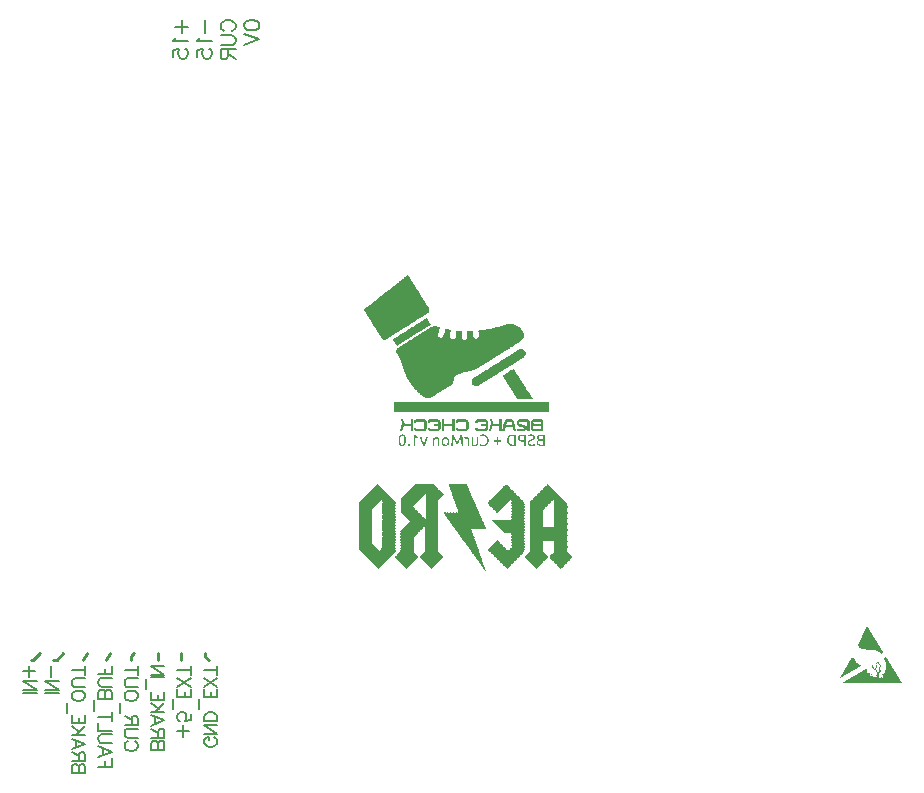
<source format=gbo>
G04*
G04 #@! TF.GenerationSoftware,Altium Limited,Altium Designer,20.0.11 (256)*
G04*
G04 Layer_Color=32896*
%FSLAX25Y25*%
%MOIN*%
G70*
G01*
G75*
%ADD15C,0.01000*%
%ADD17C,0.00800*%
G36*
X193040Y152310D02*
X193141D01*
Y152209D01*
X193242D01*
Y152108D01*
X193343D01*
Y152006D01*
X193444D01*
Y151905D01*
X193545D01*
Y151804D01*
X193647D01*
Y151703D01*
X193748D01*
Y151602D01*
X193849D01*
Y151501D01*
X193950D01*
Y151400D01*
X194051D01*
Y151298D01*
X194152D01*
Y151197D01*
X194253D01*
Y151096D01*
X194354D01*
Y150995D01*
X194456D01*
Y150894D01*
X194557D01*
Y150793D01*
X194658D01*
Y150691D01*
X194759D01*
Y150590D01*
X194860D01*
Y150489D01*
X194961D01*
Y150388D01*
X195062D01*
Y150287D01*
X195164D01*
Y150186D01*
X195265D01*
Y150085D01*
X195366D01*
Y149983D01*
X195467D01*
Y149882D01*
X195568D01*
Y149781D01*
X195669D01*
Y149680D01*
X195771D01*
Y149579D01*
X195872D01*
Y149478D01*
X195973D01*
Y149377D01*
X196074D01*
Y149275D01*
X196175D01*
Y149174D01*
X196276D01*
Y149073D01*
X196377D01*
Y148972D01*
X196479D01*
Y148871D01*
X196580D01*
Y148770D01*
X196681D01*
Y148669D01*
X196782D01*
Y148567D01*
X196883D01*
Y148466D01*
X196984D01*
Y148365D01*
X197085D01*
Y148264D01*
X197187D01*
Y148163D01*
X197288D01*
Y148062D01*
X197389D01*
Y147960D01*
X197490D01*
Y147859D01*
X197591D01*
Y147758D01*
X197692D01*
Y147657D01*
X197793D01*
Y147556D01*
X197895D01*
Y147455D01*
X197996D01*
Y147354D01*
X198097D01*
Y147253D01*
X198198D01*
Y147151D01*
X198299D01*
Y147050D01*
X198400D01*
Y146949D01*
X198502D01*
Y146848D01*
X198603D01*
Y146747D01*
X198704D01*
Y146646D01*
X198805D01*
Y146544D01*
X198906D01*
Y146443D01*
X199007D01*
Y146342D01*
X199108D01*
Y146241D01*
X199210D01*
Y146140D01*
X199311D01*
Y146039D01*
X199412D01*
Y145938D01*
X199513D01*
Y145836D01*
X199614D01*
Y145735D01*
X199513D01*
Y145634D01*
Y145533D01*
Y145432D01*
X199614D01*
Y145331D01*
X199513D01*
Y145229D01*
Y145128D01*
Y145027D01*
X199614D01*
Y144926D01*
X199513D01*
Y144825D01*
Y144724D01*
Y144623D01*
X199614D01*
Y144521D01*
X199513D01*
Y144420D01*
Y144319D01*
Y144218D01*
X199614D01*
Y144117D01*
X199513D01*
Y144016D01*
Y143915D01*
Y143814D01*
X199614D01*
Y143712D01*
X199513D01*
Y143611D01*
Y143510D01*
Y143409D01*
X199614D01*
Y143308D01*
X199513D01*
Y143207D01*
Y143105D01*
Y143004D01*
X199614D01*
Y142903D01*
X199513D01*
Y142802D01*
Y142701D01*
Y142600D01*
X199614D01*
Y142499D01*
X199513D01*
Y142397D01*
Y142296D01*
Y142195D01*
X199614D01*
Y142094D01*
X199513D01*
Y141993D01*
Y141892D01*
Y141790D01*
X199614D01*
Y141689D01*
X199513D01*
Y141588D01*
Y141487D01*
Y141386D01*
X199614D01*
Y141285D01*
X199513D01*
Y141184D01*
Y141083D01*
Y140981D01*
X199614D01*
Y140880D01*
X199513D01*
Y140779D01*
Y140678D01*
Y140577D01*
X199614D01*
Y140476D01*
X199513D01*
Y140375D01*
Y140273D01*
Y140172D01*
X199614D01*
Y140071D01*
X199513D01*
Y139970D01*
Y139869D01*
Y139768D01*
X199614D01*
Y139666D01*
X199513D01*
Y139565D01*
Y139464D01*
Y139363D01*
X199614D01*
Y139262D01*
X199513D01*
Y139161D01*
Y139059D01*
Y138958D01*
X199614D01*
Y138857D01*
X199513D01*
Y138756D01*
Y138655D01*
Y138554D01*
X199614D01*
Y138453D01*
X199513D01*
Y138352D01*
Y138250D01*
Y138149D01*
X199614D01*
Y138048D01*
X199513D01*
Y137947D01*
Y137846D01*
Y137745D01*
X199614D01*
Y137644D01*
X199513D01*
Y137542D01*
Y137441D01*
Y137340D01*
X199614D01*
Y137239D01*
X199513D01*
Y137138D01*
Y137037D01*
Y136935D01*
X199614D01*
Y136834D01*
X199513D01*
Y136733D01*
Y136632D01*
Y136531D01*
X199614D01*
Y136430D01*
X199513D01*
Y136329D01*
Y136227D01*
Y136126D01*
X199614D01*
Y136025D01*
X199513D01*
Y135924D01*
Y135823D01*
Y135722D01*
X199614D01*
Y135620D01*
X199513D01*
Y135519D01*
Y135418D01*
Y135317D01*
X199614D01*
Y135216D01*
X199513D01*
Y135115D01*
Y135014D01*
Y134913D01*
X199614D01*
Y134811D01*
X199513D01*
Y134710D01*
Y134609D01*
Y134508D01*
X199614D01*
Y134407D01*
X199513D01*
Y134306D01*
Y134204D01*
Y134103D01*
X199614D01*
Y134002D01*
X199513D01*
Y133901D01*
Y133800D01*
Y133699D01*
X199614D01*
Y133598D01*
X199513D01*
Y133496D01*
Y133395D01*
Y133294D01*
X199614D01*
Y133193D01*
X199513D01*
Y133092D01*
Y132991D01*
Y132890D01*
X199614D01*
Y132788D01*
X199513D01*
Y132687D01*
Y132586D01*
Y132485D01*
X199614D01*
Y132384D01*
X199513D01*
Y132283D01*
Y132182D01*
Y132080D01*
X199614D01*
Y131979D01*
X199513D01*
Y131878D01*
Y131777D01*
Y131676D01*
X199614D01*
Y131575D01*
X199513D01*
Y131474D01*
Y131372D01*
Y131271D01*
X199614D01*
Y131170D01*
X199513D01*
Y131069D01*
Y130968D01*
Y130867D01*
X199614D01*
Y130765D01*
X199513D01*
Y130664D01*
Y130563D01*
Y130462D01*
X199614D01*
Y130361D01*
X199513D01*
Y130260D01*
Y130159D01*
Y130057D01*
X199614D01*
Y129956D01*
X199513D01*
Y129855D01*
X199614D01*
Y129754D01*
X199715D01*
Y129653D01*
X199817D01*
Y129552D01*
X199918D01*
Y129451D01*
X200019D01*
Y129349D01*
X200120D01*
Y129248D01*
X200221D01*
Y129147D01*
X200322D01*
Y129046D01*
X200423D01*
Y128945D01*
X200524D01*
Y128844D01*
X200626D01*
Y128743D01*
X200727D01*
Y128641D01*
X200828D01*
Y128540D01*
X200929D01*
Y128439D01*
X201030D01*
Y128338D01*
X201131D01*
Y128237D01*
X201233D01*
Y128136D01*
X201334D01*
Y128034D01*
X201233D01*
Y127933D01*
X201131D01*
Y127832D01*
X201030D01*
Y127731D01*
X200929D01*
Y127630D01*
X200828D01*
Y127529D01*
X200727D01*
Y127428D01*
X200626D01*
Y127326D01*
X200524D01*
Y127225D01*
X200423D01*
Y127124D01*
X200322D01*
Y127023D01*
X200221D01*
Y126922D01*
X200120D01*
Y126821D01*
X200019D01*
Y126720D01*
X199918D01*
Y126618D01*
X199817D01*
Y126517D01*
X199715D01*
Y126416D01*
X199614D01*
Y126315D01*
X199513D01*
Y126214D01*
X199412D01*
Y126113D01*
X199311D01*
Y126012D01*
X199210D01*
Y125910D01*
X199108D01*
Y125809D01*
X199007D01*
Y125708D01*
X198906D01*
Y125607D01*
X198805D01*
Y125506D01*
X198704D01*
Y125405D01*
X198603D01*
Y125303D01*
X198502D01*
Y125202D01*
X198400D01*
Y125101D01*
X198299D01*
Y125000D01*
X198198D01*
Y124899D01*
X198097D01*
Y124798D01*
X197996D01*
Y124697D01*
X197895D01*
Y124595D01*
X197793D01*
Y124494D01*
X197692D01*
Y124393D01*
X197591D01*
Y124292D01*
X197490D01*
Y124191D01*
X197389D01*
Y124090D01*
X197288D01*
Y124191D01*
X197187D01*
Y124292D01*
X197085D01*
Y124393D01*
X196984D01*
Y124494D01*
X196883D01*
Y124595D01*
X196782D01*
Y124697D01*
X196681D01*
Y124798D01*
X196580D01*
Y124899D01*
X196479D01*
Y125000D01*
X196377D01*
Y125101D01*
X196276D01*
Y125202D01*
X196175D01*
Y125303D01*
X196074D01*
Y125405D01*
X195973D01*
Y125506D01*
X195872D01*
Y125607D01*
X195771D01*
Y125708D01*
X195669D01*
Y125809D01*
X195568D01*
Y125910D01*
X195467D01*
Y126012D01*
X195366D01*
Y126113D01*
X195265D01*
Y126214D01*
X195164D01*
Y126315D01*
X195062D01*
Y126416D01*
X194961D01*
Y126517D01*
X194860D01*
Y126618D01*
X194759D01*
Y126720D01*
X194658D01*
Y126821D01*
X194557D01*
Y126922D01*
X194456D01*
Y127023D01*
X194354D01*
Y127124D01*
X194253D01*
Y127225D01*
X194152D01*
Y127326D01*
X194051D01*
Y127428D01*
X193950D01*
Y127529D01*
X193849D01*
Y127630D01*
X193748D01*
Y127731D01*
X193647D01*
Y127832D01*
X193545D01*
Y127933D01*
X193444D01*
Y128034D01*
X193343D01*
Y128136D01*
X193444D01*
Y128237D01*
X193545D01*
Y128338D01*
X193647D01*
Y128439D01*
X193748D01*
Y128540D01*
X193849D01*
Y128641D01*
X193950D01*
Y128743D01*
X194051D01*
Y128844D01*
X194152D01*
Y128945D01*
X194253D01*
Y129046D01*
X194354D01*
Y129147D01*
X194456D01*
Y129248D01*
X194557D01*
Y129349D01*
X194658D01*
Y129451D01*
X194759D01*
Y129552D01*
X194860D01*
Y129653D01*
X194961D01*
Y129754D01*
X195062D01*
Y129855D01*
X195164D01*
Y129956D01*
X195062D01*
Y130057D01*
X195164D01*
Y130159D01*
Y130260D01*
Y130361D01*
X195062D01*
Y130462D01*
X195164D01*
Y130563D01*
Y130664D01*
Y130765D01*
X195062D01*
Y130867D01*
X195164D01*
Y130968D01*
Y131069D01*
Y131170D01*
X195062D01*
Y131271D01*
X195164D01*
Y131372D01*
Y131474D01*
Y131575D01*
X195062D01*
Y131676D01*
X195164D01*
Y131777D01*
Y131878D01*
Y131979D01*
X195062D01*
Y132080D01*
X195164D01*
Y132182D01*
Y132283D01*
Y132384D01*
X195062D01*
Y132485D01*
X195164D01*
Y132586D01*
Y132687D01*
Y132788D01*
X195062D01*
Y132890D01*
X195164D01*
Y132991D01*
Y133092D01*
Y133193D01*
X195062D01*
Y133294D01*
X195164D01*
Y133395D01*
X195062D01*
Y133496D01*
X191320D01*
Y133395D01*
X191421D01*
Y133294D01*
X191320D01*
Y133193D01*
X191421D01*
Y133092D01*
X191320D01*
Y132991D01*
X191421D01*
Y132890D01*
X191320D01*
Y132788D01*
X191421D01*
Y132687D01*
X191320D01*
Y132586D01*
X191421D01*
Y132485D01*
X191320D01*
Y132384D01*
X191421D01*
Y132283D01*
X191320D01*
Y132182D01*
X191421D01*
Y132080D01*
X191320D01*
Y131979D01*
X191421D01*
Y131878D01*
X191320D01*
Y131777D01*
X191421D01*
Y131676D01*
X191320D01*
Y131575D01*
X191421D01*
Y131474D01*
X191320D01*
Y131372D01*
X191421D01*
Y131271D01*
X191320D01*
Y131170D01*
X191421D01*
Y131069D01*
X191320D01*
Y130968D01*
X191421D01*
Y130867D01*
X191320D01*
Y130765D01*
X191421D01*
Y130664D01*
X191320D01*
Y130563D01*
X191421D01*
Y130462D01*
X191320D01*
Y130361D01*
X191421D01*
Y130260D01*
X191320D01*
Y130159D01*
X191421D01*
Y130057D01*
X191320D01*
Y129956D01*
X191421D01*
Y129855D01*
Y129754D01*
X191623D01*
Y129653D01*
Y129552D01*
X191826D01*
Y129451D01*
Y129349D01*
X192028D01*
Y129248D01*
Y129147D01*
X192230D01*
Y129046D01*
X192129D01*
Y128945D01*
X192433D01*
Y128844D01*
Y128743D01*
X192635D01*
Y128641D01*
X192534D01*
Y128540D01*
X192837D01*
Y128439D01*
Y128338D01*
X193040D01*
Y128237D01*
X192938D01*
Y128136D01*
X193242D01*
Y128034D01*
X192938D01*
Y127933D01*
X193040D01*
Y127832D01*
X192736D01*
Y127731D01*
X192837D01*
Y127630D01*
X192534D01*
Y127529D01*
X192635D01*
Y127428D01*
X192332D01*
Y127326D01*
X192433D01*
Y127225D01*
X192129D01*
Y127124D01*
X192230D01*
Y127023D01*
X191927D01*
Y126922D01*
X192028D01*
Y126821D01*
X191725D01*
Y126720D01*
X191826D01*
Y126618D01*
X191522D01*
Y126517D01*
X191623D01*
Y126416D01*
X191522D01*
Y126315D01*
X191421D01*
Y126214D01*
X191320D01*
Y126113D01*
X191219D01*
Y126214D01*
X191118D01*
Y126113D01*
X191219D01*
Y126012D01*
X191118D01*
Y125910D01*
X191017D01*
Y125809D01*
X190916D01*
Y125708D01*
X190814D01*
Y125809D01*
X190713D01*
Y125708D01*
X190814D01*
Y125607D01*
X190713D01*
Y125506D01*
X190612D01*
Y125405D01*
X190511D01*
Y125303D01*
X190410D01*
Y125405D01*
X190309D01*
Y125303D01*
X190410D01*
Y125202D01*
X190309D01*
Y125101D01*
X190208D01*
Y125000D01*
X190106D01*
Y124899D01*
X190005D01*
Y125000D01*
X189904D01*
Y124899D01*
X190005D01*
Y124798D01*
X189904D01*
Y124697D01*
X189803D01*
Y124595D01*
X189702D01*
Y124494D01*
X189601D01*
Y124393D01*
X189499D01*
Y124292D01*
X189398D01*
Y124191D01*
X189297D01*
Y124090D01*
X189196D01*
Y124191D01*
X189095D01*
Y124292D01*
X188994D01*
Y124393D01*
X188893D01*
Y124494D01*
X188791D01*
Y124595D01*
X188690D01*
Y124697D01*
X188589D01*
Y124798D01*
X188488D01*
Y124899D01*
X188387D01*
Y125000D01*
X188286D01*
Y125101D01*
X188184D01*
Y125202D01*
X188083D01*
Y125303D01*
X187982D01*
Y125405D01*
X187881D01*
Y125506D01*
X187780D01*
Y125607D01*
X187679D01*
Y125708D01*
X187578D01*
Y125809D01*
X187477D01*
Y125910D01*
X187375D01*
Y126012D01*
X187274D01*
Y126113D01*
X187173D01*
Y126214D01*
X187072D01*
Y126315D01*
X186971D01*
Y126416D01*
X186870D01*
Y126517D01*
X186768D01*
Y126618D01*
X186667D01*
Y126720D01*
X186566D01*
Y126821D01*
X186465D01*
Y126922D01*
X186364D01*
Y127023D01*
X186263D01*
Y127124D01*
X186162D01*
Y127225D01*
X186060D01*
Y127326D01*
X185959D01*
Y127428D01*
X185858D01*
Y127529D01*
X185757D01*
Y127630D01*
X185656D01*
Y127731D01*
X185555D01*
Y127832D01*
X185453D01*
Y127933D01*
X185352D01*
Y128034D01*
X185251D01*
Y128136D01*
X185352D01*
Y128237D01*
X185453D01*
Y128338D01*
X185555D01*
Y128439D01*
X185656D01*
Y128540D01*
X185757D01*
Y128641D01*
X185858D01*
Y128743D01*
X185959D01*
Y128844D01*
X186060D01*
Y128945D01*
X186162D01*
Y129046D01*
X186060D01*
Y129147D01*
X186364D01*
Y129248D01*
X186263D01*
Y129349D01*
X186566D01*
Y129451D01*
X186465D01*
Y129552D01*
X186667D01*
Y129653D01*
Y129754D01*
X186870D01*
Y129855D01*
Y129956D01*
X186971D01*
Y130057D01*
X186870D01*
Y130159D01*
X186971D01*
Y130260D01*
X186870D01*
Y130361D01*
X186971D01*
Y130462D01*
X186870D01*
Y130563D01*
X186971D01*
Y130664D01*
X186870D01*
Y130765D01*
X186971D01*
Y130867D01*
X186870D01*
Y130968D01*
X186971D01*
Y131069D01*
X186870D01*
Y131170D01*
X186971D01*
Y131271D01*
X186870D01*
Y131372D01*
X186971D01*
Y131474D01*
X186870D01*
Y131575D01*
X186971D01*
Y131676D01*
X186870D01*
Y131777D01*
X186971D01*
Y131878D01*
X186870D01*
Y131979D01*
X186971D01*
Y132080D01*
X186870D01*
Y132182D01*
X186971D01*
Y132283D01*
X186870D01*
Y132384D01*
X186971D01*
Y132485D01*
X186870D01*
Y132586D01*
X186971D01*
Y132687D01*
X186870D01*
Y132788D01*
X186971D01*
Y132890D01*
X186870D01*
Y132991D01*
X186971D01*
Y133092D01*
X186870D01*
Y133193D01*
X186971D01*
Y133294D01*
X186870D01*
Y133395D01*
X186971D01*
Y133496D01*
X186870D01*
Y133598D01*
X186971D01*
Y133699D01*
X186870D01*
Y133800D01*
X186971D01*
Y133901D01*
X186870D01*
Y134002D01*
X186971D01*
Y134103D01*
X186870D01*
Y134204D01*
X186971D01*
Y134306D01*
X186870D01*
Y134407D01*
X186971D01*
Y134508D01*
X186870D01*
Y134609D01*
X186971D01*
Y134710D01*
X186870D01*
Y134811D01*
X186971D01*
Y134913D01*
X186870D01*
Y135014D01*
X186971D01*
Y135115D01*
X186870D01*
Y135216D01*
X186971D01*
Y135317D01*
X186870D01*
Y135418D01*
X186971D01*
Y135519D01*
X186870D01*
Y135620D01*
X186971D01*
Y135722D01*
X186870D01*
Y135823D01*
X186971D01*
Y135924D01*
X186870D01*
Y136025D01*
X186971D01*
Y136126D01*
X186870D01*
Y136227D01*
X186971D01*
Y136329D01*
X186870D01*
Y136430D01*
X186971D01*
Y136531D01*
X186870D01*
Y136632D01*
X186971D01*
Y136733D01*
X186870D01*
Y136834D01*
X186971D01*
Y136935D01*
X186870D01*
Y137037D01*
X186971D01*
Y137138D01*
X186870D01*
Y137239D01*
X186971D01*
Y137340D01*
X186870D01*
Y137441D01*
X186971D01*
Y137542D01*
X186870D01*
Y137644D01*
X186971D01*
Y137745D01*
X186870D01*
Y137846D01*
X186971D01*
Y137947D01*
X186870D01*
Y138048D01*
X186971D01*
Y138149D01*
X186870D01*
Y138250D01*
X186971D01*
Y138352D01*
X186870D01*
Y138453D01*
X186971D01*
Y138554D01*
X186870D01*
Y138655D01*
X186971D01*
Y138756D01*
X186870D01*
Y138857D01*
X186971D01*
Y138958D01*
X186870D01*
Y139059D01*
X186971D01*
Y139161D01*
X186870D01*
Y139262D01*
X186971D01*
Y139363D01*
X186870D01*
Y139464D01*
X186971D01*
Y139565D01*
X186870D01*
Y139666D01*
X186971D01*
Y139768D01*
X186870D01*
Y139869D01*
X186971D01*
Y139970D01*
X186870D01*
Y140071D01*
X186971D01*
Y140172D01*
X186870D01*
Y140273D01*
X186971D01*
Y140375D01*
X186870D01*
Y140476D01*
X186971D01*
Y140577D01*
X186870D01*
Y140678D01*
X186971D01*
Y140779D01*
X186870D01*
Y140880D01*
X186971D01*
Y140981D01*
X186870D01*
Y141083D01*
X186971D01*
Y141184D01*
X186870D01*
Y141285D01*
X186971D01*
Y141386D01*
X186870D01*
Y141487D01*
X186971D01*
Y141588D01*
X186870D01*
Y141689D01*
X186971D01*
Y141790D01*
X186870D01*
Y141892D01*
X186971D01*
Y141993D01*
X186870D01*
Y142094D01*
X186971D01*
Y142195D01*
X186870D01*
Y142296D01*
X186971D01*
Y142397D01*
X186870D01*
Y142499D01*
X186971D01*
Y142600D01*
X186870D01*
Y142701D01*
X186971D01*
Y142802D01*
X186870D01*
Y142903D01*
X186971D01*
Y143004D01*
X186870D01*
Y143105D01*
X186971D01*
Y143207D01*
X186870D01*
Y143308D01*
X186971D01*
Y143409D01*
X186870D01*
Y143510D01*
X186971D01*
Y143611D01*
X186870D01*
Y143712D01*
X186971D01*
Y143814D01*
X186870D01*
Y143915D01*
X186971D01*
Y144016D01*
X186870D01*
Y144117D01*
X186971D01*
Y144218D01*
X186870D01*
Y144319D01*
X186971D01*
Y144420D01*
X186870D01*
Y144521D01*
X186971D01*
Y144623D01*
X186870D01*
Y144724D01*
X186971D01*
Y144825D01*
X186870D01*
Y144926D01*
X186971D01*
Y145027D01*
X186870D01*
Y145128D01*
X186971D01*
Y145229D01*
X186870D01*
Y145331D01*
X186971D01*
Y145432D01*
X186870D01*
Y145533D01*
X186971D01*
Y145634D01*
X186870D01*
Y145735D01*
X186971D01*
Y145836D01*
X186870D01*
Y145938D01*
X186971D01*
Y146039D01*
X186870D01*
Y146140D01*
X186971D01*
Y146241D01*
X186870D01*
Y146342D01*
X186971D01*
Y146443D01*
X187072D01*
Y146544D01*
X187173D01*
Y146646D01*
X187274D01*
Y146747D01*
X187375D01*
Y146848D01*
X187477D01*
Y146949D01*
X187578D01*
Y147050D01*
X187679D01*
Y147151D01*
X187780D01*
Y147253D01*
X187881D01*
Y147354D01*
X187982D01*
Y147455D01*
X188083D01*
Y147556D01*
X188184D01*
Y147657D01*
X188286D01*
Y147556D01*
X188387D01*
Y147657D01*
X188286D01*
Y147758D01*
X188387D01*
Y147859D01*
X188488D01*
Y147960D01*
X188589D01*
Y148062D01*
X188690D01*
Y148163D01*
X188791D01*
Y148264D01*
X188893D01*
Y148365D01*
X188994D01*
Y148466D01*
X189095D01*
Y148365D01*
X189196D01*
Y148466D01*
X189095D01*
Y148567D01*
X189196D01*
Y148669D01*
X189297D01*
Y148770D01*
X189398D01*
Y148871D01*
X189499D01*
Y148972D01*
X189601D01*
Y149073D01*
X189702D01*
Y149174D01*
X189803D01*
Y149275D01*
X189904D01*
Y149377D01*
X190005D01*
Y149478D01*
X190106D01*
Y149579D01*
X190208D01*
Y149680D01*
X190309D01*
Y149781D01*
X190410D01*
Y149882D01*
X190511D01*
Y149983D01*
X190612D01*
Y150085D01*
X190713D01*
Y149983D01*
X190814D01*
Y150085D01*
X190713D01*
Y150186D01*
X190814D01*
Y150287D01*
X190916D01*
Y150388D01*
X191017D01*
Y150489D01*
X191118D01*
Y150590D01*
X191219D01*
Y150691D01*
X191320D01*
Y150793D01*
X191421D01*
Y150894D01*
X191522D01*
Y150793D01*
X191623D01*
Y150894D01*
X191522D01*
Y150995D01*
X191623D01*
Y151096D01*
X191725D01*
Y151197D01*
X191826D01*
Y151298D01*
X191927D01*
Y151400D01*
X192028D01*
Y151501D01*
X192129D01*
Y151602D01*
X192230D01*
Y151703D01*
X192332D01*
Y151804D01*
X192433D01*
Y151905D01*
X192534D01*
Y152006D01*
X192635D01*
Y152108D01*
X192736D01*
Y152209D01*
X192837D01*
Y152310D01*
X192938D01*
Y152411D01*
X193040D01*
Y152310D01*
D02*
G37*
G36*
X165932D02*
Y152209D01*
Y152108D01*
X166033D01*
Y152006D01*
X166134D01*
Y151905D01*
Y151804D01*
Y151703D01*
X166236D01*
Y151602D01*
X166337D01*
Y151501D01*
X166236D01*
Y151400D01*
X166337D01*
Y151298D01*
X166438D01*
Y151197D01*
X166539D01*
Y151096D01*
X166438D01*
Y150995D01*
X166539D01*
Y150894D01*
X166640D01*
Y150793D01*
Y150691D01*
Y150590D01*
X166741D01*
Y150489D01*
Y150388D01*
X166842D01*
Y150287D01*
Y150186D01*
X166944D01*
Y150085D01*
X166842D01*
Y149983D01*
X166944D01*
Y149882D01*
X167045D01*
Y149781D01*
X167146D01*
Y149680D01*
X167045D01*
Y149579D01*
X167146D01*
Y149478D01*
X167247D01*
Y149377D01*
Y149275D01*
Y149174D01*
X167348D01*
Y149073D01*
Y148972D01*
X167449D01*
Y148871D01*
Y148770D01*
X167551D01*
Y148669D01*
X167449D01*
Y148567D01*
X167551D01*
Y148466D01*
X167652D01*
Y148365D01*
X167753D01*
Y148264D01*
X167652D01*
Y148163D01*
X167753D01*
Y148062D01*
X167854D01*
Y147960D01*
Y147859D01*
Y147758D01*
X167955D01*
Y147657D01*
Y147556D01*
X168157D01*
Y147455D01*
X168056D01*
Y147354D01*
X168157D01*
Y147253D01*
Y147151D01*
Y147050D01*
X168259D01*
Y146949D01*
X168360D01*
Y146848D01*
X168259D01*
Y146747D01*
X168360D01*
Y146646D01*
X168461D01*
Y146544D01*
X168562D01*
Y146443D01*
X168461D01*
Y146342D01*
X168562D01*
Y146241D01*
X168663D01*
Y146140D01*
Y146039D01*
Y145938D01*
X168764D01*
Y145836D01*
X168865D01*
Y145735D01*
Y145634D01*
Y145533D01*
X168967D01*
Y145432D01*
Y145331D01*
Y145229D01*
X169068D01*
Y145128D01*
X169169D01*
Y145027D01*
X169068D01*
Y144926D01*
X169169D01*
Y144825D01*
X169270D01*
Y144724D01*
X169371D01*
Y144623D01*
X169270D01*
Y144521D01*
X169371D01*
Y144420D01*
X169472D01*
Y144319D01*
Y144218D01*
Y144117D01*
X169573D01*
Y144016D01*
Y143915D01*
X169675D01*
Y143814D01*
Y143712D01*
X169776D01*
Y143611D01*
X169675D01*
Y143510D01*
X169776D01*
Y143409D01*
X169877D01*
Y143308D01*
X169978D01*
Y143207D01*
X169877D01*
Y143105D01*
X169978D01*
Y143004D01*
X170079D01*
Y142903D01*
Y142802D01*
Y142701D01*
X170180D01*
Y142600D01*
Y142499D01*
X170282D01*
Y142397D01*
Y142296D01*
X170383D01*
Y142195D01*
X170282D01*
Y142094D01*
X170383D01*
Y141993D01*
X170484D01*
Y141892D01*
X170585D01*
Y141790D01*
Y141689D01*
Y141588D01*
X170686D01*
Y141487D01*
X170787D01*
Y141386D01*
X170686D01*
Y141285D01*
X170787D01*
Y141184D01*
X170888D01*
Y141083D01*
X170990D01*
Y140981D01*
X170888D01*
Y140880D01*
X170990D01*
Y140779D01*
Y140678D01*
X171091D01*
Y140577D01*
Y140476D01*
X171192D01*
Y140375D01*
Y140273D01*
Y140172D01*
X171293D01*
Y140071D01*
X171394D01*
Y139970D01*
X171293D01*
Y139869D01*
X171394D01*
Y139768D01*
X171495D01*
Y139666D01*
X171596D01*
Y139565D01*
X171495D01*
Y139464D01*
X171596D01*
Y139363D01*
X171697D01*
Y139262D01*
Y139161D01*
Y139059D01*
X171799D01*
Y138958D01*
Y138857D01*
Y138756D01*
X171900D01*
Y138655D01*
X172001D01*
Y138554D01*
X171900D01*
Y138453D01*
X172001D01*
Y138352D01*
X172102D01*
Y138250D01*
X172203D01*
Y138149D01*
X172102D01*
Y138048D01*
X172203D01*
Y137947D01*
X172304D01*
Y137846D01*
Y137745D01*
Y137644D01*
X172406D01*
Y137542D01*
X172304D01*
Y137441D01*
X172203D01*
Y137542D01*
X172102D01*
Y137441D01*
X171799D01*
Y137542D01*
X171697D01*
Y137441D01*
X171394D01*
Y137542D01*
X171293D01*
Y137441D01*
X170990D01*
Y137542D01*
X170888D01*
Y137441D01*
X170585D01*
Y137542D01*
X170484D01*
Y137441D01*
X170180D01*
Y137542D01*
X170079D01*
Y137441D01*
X169776D01*
Y137542D01*
X169675D01*
Y137441D01*
X169371D01*
Y137542D01*
X169270D01*
Y137441D01*
X168967D01*
Y137542D01*
X168865D01*
Y137441D01*
X168562D01*
Y137542D01*
X168461D01*
Y137441D01*
X168157D01*
Y137542D01*
X168056D01*
Y137441D01*
X167753D01*
Y137542D01*
X167652D01*
Y137441D01*
X167551D01*
Y137340D01*
X167449D01*
Y137239D01*
X167551D01*
Y137138D01*
Y137037D01*
X167652D01*
Y136935D01*
Y136834D01*
X167753D01*
Y136733D01*
X167652D01*
Y136632D01*
X167753D01*
Y136531D01*
Y136430D01*
Y136329D01*
X167854D01*
Y136227D01*
X167955D01*
Y136126D01*
X167854D01*
Y136025D01*
X167955D01*
Y135924D01*
Y135823D01*
X168056D01*
Y135722D01*
Y135620D01*
X168157D01*
Y135519D01*
X168056D01*
Y135418D01*
X168157D01*
Y135317D01*
Y135216D01*
X168259D01*
Y135115D01*
Y135014D01*
X168360D01*
Y134913D01*
X168259D01*
Y134811D01*
X168360D01*
Y134710D01*
X168461D01*
Y134609D01*
X168562D01*
Y134508D01*
X168461D01*
Y134407D01*
X168562D01*
Y134306D01*
X168461D01*
Y134204D01*
X168562D01*
Y134103D01*
X168663D01*
Y134002D01*
Y133901D01*
Y133800D01*
X168764D01*
Y133699D01*
X168663D01*
Y133598D01*
X168764D01*
Y133496D01*
X168865D01*
Y133395D01*
X168967D01*
Y133294D01*
X168865D01*
Y133193D01*
X168967D01*
Y133092D01*
X168865D01*
Y132991D01*
X168967D01*
Y132890D01*
X169068D01*
Y132788D01*
X169169D01*
Y132687D01*
X169068D01*
Y132586D01*
X169169D01*
Y132485D01*
Y132384D01*
Y132283D01*
X169270D01*
Y132182D01*
X169371D01*
Y132080D01*
X169270D01*
Y131979D01*
X169371D01*
Y131878D01*
Y131777D01*
Y131676D01*
X169472D01*
Y131575D01*
X169573D01*
Y131474D01*
X169472D01*
Y131372D01*
X169573D01*
Y131271D01*
X169675D01*
Y131170D01*
X169573D01*
Y131069D01*
X169675D01*
Y130968D01*
X169776D01*
Y130867D01*
X169675D01*
Y130765D01*
X169776D01*
Y130664D01*
X169877D01*
Y130563D01*
Y130462D01*
Y130361D01*
X169978D01*
Y130260D01*
X169877D01*
Y130159D01*
X169978D01*
Y130057D01*
X170079D01*
Y129956D01*
Y129855D01*
Y129754D01*
X170180D01*
Y129653D01*
Y129552D01*
Y129451D01*
X170282D01*
Y129349D01*
Y129248D01*
Y129147D01*
X170383D01*
Y129046D01*
X170282D01*
Y128945D01*
X170383D01*
Y128844D01*
X170484D01*
Y128743D01*
Y128641D01*
Y128540D01*
X170585D01*
Y128439D01*
Y128338D01*
Y128237D01*
X170686D01*
Y128136D01*
Y128034D01*
Y127933D01*
X170787D01*
Y127832D01*
Y127731D01*
Y127630D01*
X170888D01*
Y127529D01*
X170990D01*
Y127428D01*
X170888D01*
Y127326D01*
X170990D01*
Y127225D01*
Y127124D01*
Y127023D01*
X171091D01*
Y126922D01*
X171192D01*
Y126821D01*
X171091D01*
Y126720D01*
X171192D01*
Y126618D01*
Y126517D01*
X171394D01*
Y126416D01*
X171293D01*
Y126315D01*
X171394D01*
Y126214D01*
X171293D01*
Y126113D01*
X171394D01*
Y126012D01*
Y125910D01*
X171495D01*
Y125809D01*
Y125708D01*
X171596D01*
Y125607D01*
X171495D01*
Y125506D01*
X171596D01*
Y125405D01*
Y125303D01*
X171799D01*
Y125202D01*
X171697D01*
Y125101D01*
X171799D01*
Y125000D01*
X171697D01*
Y124899D01*
X171799D01*
Y124798D01*
X171900D01*
Y124697D01*
Y124595D01*
Y124494D01*
X172001D01*
Y124393D01*
X171900D01*
Y124292D01*
X172001D01*
Y124191D01*
X172102D01*
Y124090D01*
X172203D01*
Y123989D01*
X172102D01*
Y123887D01*
X172203D01*
Y123786D01*
X172102D01*
Y123685D01*
X172203D01*
Y123584D01*
X172304D01*
Y123483D01*
X172406D01*
Y123382D01*
X172304D01*
Y123281D01*
X172203D01*
Y123382D01*
X172102D01*
Y123483D01*
X172001D01*
Y123584D01*
X171900D01*
Y123685D01*
Y123786D01*
X171799D01*
Y123887D01*
Y123989D01*
X171697D01*
Y124090D01*
X171596D01*
Y124191D01*
X171495D01*
Y124292D01*
Y124393D01*
X171293D01*
Y124494D01*
X171394D01*
Y124595D01*
X171293D01*
Y124697D01*
X171192D01*
Y124798D01*
X171091D01*
Y124899D01*
X170990D01*
Y125000D01*
X170888D01*
Y125101D01*
Y125202D01*
X170787D01*
Y125303D01*
Y125405D01*
X170686D01*
Y125506D01*
X170585D01*
Y125607D01*
X170484D01*
Y125708D01*
X170585D01*
Y125809D01*
X170282D01*
Y125910D01*
X170383D01*
Y126012D01*
X170282D01*
Y126113D01*
X170180D01*
Y126214D01*
X170079D01*
Y126315D01*
X169978D01*
Y126416D01*
X169877D01*
Y126517D01*
Y126618D01*
X169776D01*
Y126720D01*
Y126821D01*
X169675D01*
Y126922D01*
X169573D01*
Y127023D01*
X169472D01*
Y127124D01*
X169371D01*
Y127225D01*
X169270D01*
Y127326D01*
X169371D01*
Y127428D01*
X169270D01*
Y127529D01*
X169169D01*
Y127630D01*
X169068D01*
Y127731D01*
X168967D01*
Y127832D01*
X168865D01*
Y127933D01*
X168764D01*
Y128034D01*
Y128136D01*
Y128237D01*
X168663D01*
Y128338D01*
X168562D01*
Y128439D01*
X168461D01*
Y128540D01*
X168360D01*
Y128641D01*
X168259D01*
Y128743D01*
X168360D01*
Y128844D01*
X168259D01*
Y128945D01*
X168157D01*
Y129046D01*
X168056D01*
Y129147D01*
X167955D01*
Y129248D01*
X167854D01*
Y129349D01*
X167753D01*
Y129451D01*
Y129552D01*
Y129653D01*
X167652D01*
Y129754D01*
X167551D01*
Y129855D01*
X167449D01*
Y129956D01*
X167348D01*
Y130057D01*
X167247D01*
Y130159D01*
X167348D01*
Y130260D01*
X167247D01*
Y130361D01*
X167146D01*
Y130462D01*
X167045D01*
Y130563D01*
X166944D01*
Y130664D01*
X166842D01*
Y130765D01*
X166741D01*
Y130867D01*
X166640D01*
Y130968D01*
X166741D01*
Y131069D01*
X166640D01*
Y131170D01*
X166539D01*
Y131271D01*
X166438D01*
Y131372D01*
X166337D01*
Y131474D01*
X166236D01*
Y131575D01*
X166337D01*
Y131676D01*
X166033D01*
Y131777D01*
X166134D01*
Y131878D01*
X166033D01*
Y131979D01*
X165932D01*
Y132080D01*
X165831D01*
Y132182D01*
X165730D01*
Y132283D01*
Y132384D01*
Y132485D01*
X165527D01*
Y132586D01*
Y132687D01*
X165426D01*
Y132788D01*
X165325D01*
Y132890D01*
X165224D01*
Y132991D01*
X165325D01*
Y133092D01*
X165022D01*
Y133193D01*
X165123D01*
Y133294D01*
X165022D01*
Y133395D01*
X164921D01*
Y133496D01*
X164820D01*
Y133598D01*
X164718D01*
Y133699D01*
X164617D01*
Y133800D01*
X164718D01*
Y133901D01*
X164516D01*
Y134002D01*
Y134103D01*
X164415D01*
Y134204D01*
X164314D01*
Y134306D01*
X164213D01*
Y134407D01*
Y134508D01*
X164010D01*
Y134609D01*
X164111D01*
Y134710D01*
X164010D01*
Y134811D01*
X163909D01*
Y134913D01*
X163808D01*
Y135014D01*
X163707D01*
Y135115D01*
X163606D01*
Y135216D01*
Y135317D01*
X163505D01*
Y135418D01*
Y135519D01*
X163403D01*
Y135620D01*
X163302D01*
Y135722D01*
X163201D01*
Y135823D01*
Y135924D01*
X162999D01*
Y136025D01*
X163100D01*
Y136126D01*
X162999D01*
Y136227D01*
X162898D01*
Y136329D01*
X162797D01*
Y136430D01*
X162695D01*
Y136531D01*
X162594D01*
Y136632D01*
Y136733D01*
X162493D01*
Y136834D01*
Y136935D01*
X162392D01*
Y137037D01*
X162291D01*
Y137138D01*
X162190D01*
Y137239D01*
Y137340D01*
X161987D01*
Y137441D01*
X162089D01*
Y137542D01*
X161987D01*
Y137644D01*
X161886D01*
Y137745D01*
X161785D01*
Y137846D01*
X161684D01*
Y137947D01*
X161583D01*
Y138048D01*
Y138149D01*
X161482D01*
Y138250D01*
Y138352D01*
X161381D01*
Y138453D01*
X161279D01*
Y138554D01*
X161178D01*
Y138655D01*
Y138756D01*
X160976D01*
Y138857D01*
X161077D01*
Y138958D01*
X160976D01*
Y139059D01*
X160875D01*
Y139161D01*
X160774D01*
Y139262D01*
X160672D01*
Y139363D01*
X160571D01*
Y139464D01*
Y139565D01*
X160470D01*
Y139666D01*
Y139768D01*
X160369D01*
Y139869D01*
X160268D01*
Y139970D01*
X160167D01*
Y140071D01*
X160066D01*
Y140172D01*
X159964D01*
Y140273D01*
X160066D01*
Y140375D01*
X159964D01*
Y140476D01*
X159863D01*
Y140577D01*
X159762D01*
Y140678D01*
X159661D01*
Y140779D01*
X159560D01*
Y140880D01*
X159459D01*
Y140981D01*
Y141083D01*
Y141184D01*
X159358D01*
Y141285D01*
X159256D01*
Y141386D01*
X159155D01*
Y141487D01*
X159054D01*
Y141588D01*
X158953D01*
Y141689D01*
X159054D01*
Y141790D01*
X158751D01*
Y141892D01*
X158852D01*
Y141993D01*
X158751D01*
Y142094D01*
X158650D01*
Y142195D01*
X158548D01*
Y142296D01*
X158447D01*
Y142397D01*
Y142499D01*
Y142600D01*
X158346D01*
Y142701D01*
X158245D01*
Y142802D01*
X158144D01*
Y142903D01*
X158245D01*
Y143004D01*
X158346D01*
Y142903D01*
X158447D01*
Y143004D01*
X158346D01*
Y143105D01*
X158447D01*
Y143004D01*
X158548D01*
Y142903D01*
X158650D01*
Y143004D01*
X158751D01*
Y142903D01*
X158852D01*
Y143004D01*
X158751D01*
Y143105D01*
X158852D01*
Y143004D01*
X158953D01*
Y142903D01*
X159054D01*
Y143004D01*
X159155D01*
Y142903D01*
X159256D01*
Y143004D01*
X159155D01*
Y143105D01*
X159256D01*
Y143004D01*
X159358D01*
Y142903D01*
X159459D01*
Y143004D01*
X159560D01*
Y142903D01*
X159661D01*
Y143004D01*
X159560D01*
Y143105D01*
X159661D01*
Y143004D01*
X159762D01*
Y142903D01*
X159863D01*
Y143004D01*
X159964D01*
Y142903D01*
X160066D01*
Y143004D01*
X159964D01*
Y143105D01*
X160066D01*
Y143004D01*
X160167D01*
Y142903D01*
X160268D01*
Y143004D01*
X160369D01*
Y142903D01*
X160470D01*
Y143004D01*
X160369D01*
Y143105D01*
X160470D01*
Y143004D01*
X160571D01*
Y142903D01*
X160672D01*
Y143004D01*
X160774D01*
Y142903D01*
X160875D01*
Y143004D01*
X160774D01*
Y143105D01*
X160875D01*
Y143004D01*
X160976D01*
Y142903D01*
X161077D01*
Y143004D01*
X161178D01*
Y142903D01*
X161279D01*
Y143004D01*
X161178D01*
Y143105D01*
X161279D01*
Y143004D01*
X161381D01*
Y142903D01*
X161482D01*
Y143004D01*
X161583D01*
Y142903D01*
X161684D01*
Y143004D01*
X161583D01*
Y143105D01*
X161684D01*
Y143004D01*
X161785D01*
Y142903D01*
X161886D01*
Y143004D01*
X161987D01*
Y142903D01*
X162089D01*
Y143004D01*
X161987D01*
Y143105D01*
X162089D01*
Y143004D01*
X162190D01*
Y142903D01*
X162291D01*
Y143004D01*
X162392D01*
Y142903D01*
X162493D01*
Y143004D01*
X162392D01*
Y143105D01*
X162493D01*
Y143004D01*
X162594D01*
Y142903D01*
X162695D01*
Y143004D01*
X162797D01*
Y142903D01*
X162898D01*
Y143004D01*
X162797D01*
Y143105D01*
X162898D01*
Y143004D01*
X162999D01*
Y142903D01*
X163100D01*
Y143004D01*
X163201D01*
Y143105D01*
X163100D01*
Y143207D01*
X162999D01*
Y143308D01*
X163100D01*
Y143409D01*
X162999D01*
Y143510D01*
Y143611D01*
Y143712D01*
X162898D01*
Y143814D01*
X162797D01*
Y143915D01*
X162898D01*
Y144016D01*
X162797D01*
Y144117D01*
X162695D01*
Y144218D01*
Y144319D01*
Y144420D01*
X162594D01*
Y144521D01*
X162695D01*
Y144623D01*
X162594D01*
Y144724D01*
X162493D01*
Y144825D01*
Y144926D01*
Y145027D01*
X162392D01*
Y145128D01*
X162493D01*
Y145229D01*
X162392D01*
Y145331D01*
X162291D01*
Y145432D01*
Y145533D01*
Y145634D01*
X162190D01*
Y145735D01*
Y145836D01*
Y145938D01*
X162089D01*
Y146039D01*
X161987D01*
Y146140D01*
X162089D01*
Y146241D01*
X161987D01*
Y146342D01*
Y146443D01*
Y146544D01*
X161886D01*
Y146646D01*
X161785D01*
Y146747D01*
X161886D01*
Y146848D01*
X161785D01*
Y146949D01*
X161684D01*
Y147050D01*
X161583D01*
Y147151D01*
X161684D01*
Y147253D01*
X161583D01*
Y147354D01*
Y147455D01*
Y147556D01*
X161482D01*
Y147657D01*
X161381D01*
Y147758D01*
X161482D01*
Y147859D01*
X161381D01*
Y147960D01*
Y148062D01*
X161279D01*
Y148163D01*
Y148264D01*
X161178D01*
Y148365D01*
X161279D01*
Y148466D01*
X161178D01*
Y148567D01*
X161077D01*
Y148669D01*
Y148770D01*
Y148871D01*
X160976D01*
Y148972D01*
X161077D01*
Y149073D01*
X160976D01*
Y149174D01*
X160875D01*
Y149275D01*
Y149377D01*
Y149478D01*
X160774D01*
Y149579D01*
X160875D01*
Y149680D01*
X160774D01*
Y149781D01*
X160672D01*
Y149882D01*
X160571D01*
Y149983D01*
X160672D01*
Y150085D01*
X160571D01*
Y150186D01*
Y150287D01*
Y150388D01*
X160470D01*
Y150489D01*
X160369D01*
Y150590D01*
X160470D01*
Y150691D01*
X160369D01*
Y150793D01*
X160268D01*
Y150894D01*
Y150995D01*
Y151096D01*
X160167D01*
Y151197D01*
X160268D01*
Y151298D01*
X160167D01*
Y151400D01*
X160066D01*
Y151501D01*
X159964D01*
Y151602D01*
X160066D01*
Y151703D01*
X159964D01*
Y151804D01*
Y151905D01*
Y152006D01*
X159863D01*
Y152108D01*
X159762D01*
Y152209D01*
X159863D01*
Y152310D01*
X159762D01*
Y152411D01*
X165932D01*
Y152310D01*
D02*
G37*
G36*
X179182Y152209D02*
X179284D01*
Y152108D01*
X179385D01*
Y152006D01*
X179587D01*
Y151905D01*
Y151804D01*
X179688D01*
Y151703D01*
X179789D01*
Y151602D01*
X179992D01*
Y151501D01*
Y151400D01*
X180093D01*
Y151298D01*
X180194D01*
Y151197D01*
X180396D01*
Y151096D01*
Y150995D01*
X180497D01*
Y150894D01*
X180598D01*
Y150793D01*
X180801D01*
Y150691D01*
Y150590D01*
X180902D01*
Y150489D01*
X181003D01*
Y150388D01*
X181205D01*
Y150287D01*
Y150186D01*
X181307D01*
Y150085D01*
X181408D01*
Y149983D01*
X181610D01*
Y149882D01*
Y149781D01*
X181711D01*
Y149680D01*
X181812D01*
Y149579D01*
X182015D01*
Y149478D01*
Y149377D01*
X182116D01*
Y149275D01*
X182217D01*
Y149174D01*
X182419D01*
Y149073D01*
Y148972D01*
X182520D01*
Y148871D01*
X182621D01*
Y148770D01*
X182824D01*
Y148669D01*
Y148567D01*
X182925D01*
Y148466D01*
X183026D01*
Y148365D01*
X183228D01*
Y148264D01*
Y148163D01*
X183329D01*
Y148062D01*
X183431D01*
Y147960D01*
X183633D01*
Y147859D01*
Y147758D01*
X183734D01*
Y147657D01*
X183835D01*
Y147556D01*
X184037D01*
Y147455D01*
Y147354D01*
X184139D01*
Y147253D01*
X184240D01*
Y147151D01*
X184442D01*
Y147050D01*
Y146949D01*
X184543D01*
Y146848D01*
X184644D01*
Y146747D01*
X184847D01*
Y146646D01*
Y146544D01*
X184948D01*
Y146443D01*
X185049D01*
Y146342D01*
X185150D01*
Y146241D01*
X185251D01*
Y146140D01*
X185150D01*
Y146039D01*
X185251D01*
Y145938D01*
X185150D01*
Y145836D01*
X185251D01*
Y145735D01*
X185150D01*
Y145634D01*
X185251D01*
Y145533D01*
X185150D01*
Y145432D01*
X185251D01*
Y145331D01*
X185150D01*
Y145229D01*
X185251D01*
Y145128D01*
X185150D01*
Y145027D01*
X185251D01*
Y144926D01*
X185150D01*
Y144825D01*
X185251D01*
Y144724D01*
X185150D01*
Y144623D01*
X185251D01*
Y144521D01*
X185150D01*
Y144420D01*
X185251D01*
Y144319D01*
X185150D01*
Y144218D01*
X185251D01*
Y144117D01*
X185150D01*
Y144016D01*
X185251D01*
Y143915D01*
X185150D01*
Y143814D01*
X185251D01*
Y143712D01*
X185150D01*
Y143611D01*
X185251D01*
Y143510D01*
X185150D01*
Y143409D01*
X185251D01*
Y143308D01*
X185150D01*
Y143207D01*
X185251D01*
Y143105D01*
X185150D01*
Y143004D01*
X185251D01*
Y142903D01*
X185150D01*
Y142802D01*
X185251D01*
Y142701D01*
X185150D01*
Y142600D01*
X185251D01*
Y142499D01*
X185150D01*
Y142397D01*
X185251D01*
Y142296D01*
X185150D01*
Y142195D01*
X185251D01*
Y142094D01*
X185150D01*
Y141993D01*
X185251D01*
Y141892D01*
X185150D01*
Y141790D01*
X185251D01*
Y141689D01*
X185150D01*
Y141588D01*
X185251D01*
Y141487D01*
X185150D01*
Y141386D01*
X185251D01*
Y141285D01*
X185150D01*
Y141184D01*
X185251D01*
Y141083D01*
X185150D01*
Y140981D01*
X185251D01*
Y140880D01*
X185150D01*
Y140779D01*
X185251D01*
Y140678D01*
X185150D01*
Y140577D01*
X185251D01*
Y140476D01*
X185150D01*
Y140375D01*
X185251D01*
Y140273D01*
X185150D01*
Y140172D01*
X185251D01*
Y140071D01*
X185150D01*
Y139970D01*
X185251D01*
Y139869D01*
X185150D01*
Y139768D01*
X185251D01*
Y139666D01*
X185150D01*
Y139565D01*
X185251D01*
Y139464D01*
X185150D01*
Y139363D01*
X185251D01*
Y139262D01*
X185150D01*
Y139161D01*
X185251D01*
Y139059D01*
X185150D01*
Y138958D01*
X185251D01*
Y138857D01*
X185150D01*
Y138756D01*
X185251D01*
Y138655D01*
X185150D01*
Y138554D01*
X185251D01*
Y138453D01*
X185150D01*
Y138352D01*
X185251D01*
Y138250D01*
X185150D01*
Y138149D01*
X185251D01*
Y138048D01*
X185150D01*
Y137947D01*
X185251D01*
Y137846D01*
X185150D01*
Y137745D01*
X185251D01*
Y137644D01*
X185150D01*
Y137542D01*
X185251D01*
Y137441D01*
X185150D01*
Y137340D01*
X185251D01*
Y137239D01*
X185150D01*
Y137138D01*
X185251D01*
Y137037D01*
X185150D01*
Y136935D01*
X185251D01*
Y136834D01*
X185150D01*
Y136733D01*
X185251D01*
Y136632D01*
X185150D01*
Y136531D01*
X185251D01*
Y136430D01*
X185150D01*
Y136329D01*
X185251D01*
Y136227D01*
X185150D01*
Y136126D01*
X185251D01*
Y136025D01*
X185150D01*
Y135924D01*
X185251D01*
Y135823D01*
X185150D01*
Y135722D01*
X185251D01*
Y135620D01*
X185150D01*
Y135519D01*
X185251D01*
Y135418D01*
X185150D01*
Y135317D01*
X185251D01*
Y135216D01*
X185150D01*
Y135115D01*
X185251D01*
Y135014D01*
X185150D01*
Y134913D01*
X185251D01*
Y134811D01*
X185150D01*
Y134710D01*
X185251D01*
Y134609D01*
X185150D01*
Y134508D01*
X185251D01*
Y134407D01*
X185150D01*
Y134306D01*
X185251D01*
Y134204D01*
X185150D01*
Y134103D01*
X185251D01*
Y134002D01*
X185150D01*
Y133901D01*
X185251D01*
Y133800D01*
X185150D01*
Y133699D01*
X185251D01*
Y133598D01*
X185150D01*
Y133496D01*
X185251D01*
Y133395D01*
X185150D01*
Y133294D01*
X185251D01*
Y133193D01*
X185150D01*
Y133092D01*
X185251D01*
Y132991D01*
X185150D01*
Y132890D01*
X185251D01*
Y132788D01*
X185150D01*
Y132687D01*
X185251D01*
Y132586D01*
X185150D01*
Y132485D01*
X185251D01*
Y132384D01*
X185150D01*
Y132283D01*
X185251D01*
Y132182D01*
X185150D01*
Y132080D01*
X185251D01*
Y131979D01*
X185150D01*
Y131878D01*
X185251D01*
Y131777D01*
X185150D01*
Y131676D01*
X185251D01*
Y131575D01*
X185150D01*
Y131474D01*
X185251D01*
Y131372D01*
X185150D01*
Y131271D01*
X185251D01*
Y131170D01*
X185150D01*
Y131069D01*
X185251D01*
Y130968D01*
X185150D01*
Y130867D01*
X185251D01*
Y130765D01*
X185150D01*
Y130664D01*
X185251D01*
Y130563D01*
X185150D01*
Y130462D01*
X185251D01*
Y130361D01*
X185150D01*
Y130260D01*
X185251D01*
Y130159D01*
X185150D01*
Y130057D01*
X185251D01*
Y129956D01*
X185150D01*
Y129855D01*
X185049D01*
Y129754D01*
X185150D01*
Y129653D01*
X184847D01*
Y129552D01*
X184948D01*
Y129451D01*
X184644D01*
Y129349D01*
X184746D01*
Y129248D01*
X184442D01*
Y129147D01*
X184543D01*
Y129046D01*
X184240D01*
Y128945D01*
X184341D01*
Y128844D01*
X184037D01*
Y128743D01*
X184139D01*
Y128641D01*
X183835D01*
Y128540D01*
X183936D01*
Y128439D01*
X183633D01*
Y128338D01*
X183734D01*
Y128237D01*
X183431D01*
Y128136D01*
X183532D01*
Y128034D01*
X183228D01*
Y127933D01*
X183329D01*
Y127832D01*
X183026D01*
Y127731D01*
X183127D01*
Y127630D01*
X182824D01*
Y127529D01*
X182925D01*
Y127428D01*
X182621D01*
Y127326D01*
X182723D01*
Y127225D01*
X182419D01*
Y127124D01*
X182520D01*
Y127023D01*
X182217D01*
Y126922D01*
X182318D01*
Y126821D01*
X182015D01*
Y126720D01*
X182116D01*
Y126618D01*
X181812D01*
Y126517D01*
X181913D01*
Y126416D01*
X181610D01*
Y126315D01*
X181711D01*
Y126214D01*
X181408D01*
Y126113D01*
X181509D01*
Y126012D01*
X181205D01*
Y125910D01*
X181307D01*
Y125809D01*
X181003D01*
Y125708D01*
X181104D01*
Y125607D01*
X180801D01*
Y125506D01*
X180902D01*
Y125405D01*
X180598D01*
Y125303D01*
X180700D01*
Y125202D01*
X180598D01*
Y125101D01*
X180497D01*
Y125000D01*
X180396D01*
Y124899D01*
X180295D01*
Y125000D01*
X180194D01*
Y124899D01*
X180295D01*
Y124798D01*
X180194D01*
Y124697D01*
X180093D01*
Y124595D01*
X179992D01*
Y124494D01*
X179890D01*
Y124595D01*
X179789D01*
Y124494D01*
X179890D01*
Y124393D01*
X179789D01*
Y124292D01*
X179688D01*
Y124191D01*
X179587D01*
Y124090D01*
X179486D01*
Y124191D01*
X179385D01*
Y124292D01*
X179284D01*
Y124393D01*
X179182D01*
Y124494D01*
X179081D01*
Y124595D01*
X178980D01*
Y124697D01*
X178879D01*
Y124798D01*
X178576D01*
Y124899D01*
X178677D01*
Y125000D01*
X178576D01*
Y125101D01*
X178474D01*
Y125202D01*
X178171D01*
Y125303D01*
X178272D01*
Y125405D01*
X177969D01*
Y125506D01*
X178070D01*
Y125607D01*
X177766D01*
Y125708D01*
X177867D01*
Y125809D01*
X177766D01*
Y125910D01*
X177665D01*
Y126012D01*
X177362D01*
Y126113D01*
X177463D01*
Y126214D01*
X177160D01*
Y126315D01*
X177261D01*
Y126416D01*
X176957D01*
Y126517D01*
X177058D01*
Y126618D01*
X176957D01*
Y126720D01*
X176856D01*
Y126821D01*
X176553D01*
Y126922D01*
X176654D01*
Y127023D01*
X176350D01*
Y127124D01*
X176451D01*
Y127225D01*
X176148D01*
Y127326D01*
X176249D01*
Y127428D01*
X175946D01*
Y127529D01*
X176047D01*
Y127630D01*
X175743D01*
Y127731D01*
X175845D01*
Y127832D01*
X175541D01*
Y127933D01*
X175642D01*
Y128034D01*
X175339D01*
Y128136D01*
X175440D01*
Y128237D01*
X175136D01*
Y128338D01*
X175238D01*
Y128439D01*
X174934D01*
Y128540D01*
X175035D01*
Y128641D01*
X174732D01*
Y128743D01*
Y128844D01*
X174530D01*
Y128945D01*
X174631D01*
Y129046D01*
X174327D01*
Y129147D01*
Y129248D01*
X174125D01*
Y129349D01*
X174226D01*
Y129451D01*
X173923D01*
Y129552D01*
Y129653D01*
X173721D01*
Y129754D01*
X173822D01*
Y129855D01*
X173518D01*
Y129956D01*
Y130057D01*
X173316D01*
Y130159D01*
X173417D01*
Y130260D01*
X173114D01*
Y130361D01*
Y130462D01*
X172911D01*
Y130563D01*
X173012D01*
Y130664D01*
X173114D01*
Y130765D01*
X173215D01*
Y130867D01*
Y130968D01*
X173417D01*
Y131069D01*
Y131170D01*
X173619D01*
Y131271D01*
Y131372D01*
X173822D01*
Y131474D01*
X173923D01*
Y131575D01*
X174024D01*
Y131676D01*
X174125D01*
Y131777D01*
X174226D01*
Y131878D01*
X174327D01*
Y131979D01*
X174428D01*
Y132080D01*
X174530D01*
Y132182D01*
X174631D01*
Y132283D01*
X174732D01*
Y132384D01*
X174833D01*
Y132485D01*
X174934D01*
Y132586D01*
X175035D01*
Y132687D01*
X175136D01*
Y132788D01*
X175238D01*
Y132890D01*
X175339D01*
Y132991D01*
X175440D01*
Y133092D01*
X175541D01*
Y133193D01*
X175642D01*
Y133294D01*
X175743D01*
Y133395D01*
X175845D01*
Y133496D01*
X175946D01*
Y133598D01*
X176047D01*
Y133699D01*
X176148D01*
Y133598D01*
X176350D01*
Y133496D01*
Y133395D01*
X176654D01*
Y133294D01*
X176553D01*
Y133193D01*
X176654D01*
Y133092D01*
X176755D01*
Y132991D01*
X177058D01*
Y132890D01*
X176957D01*
Y132788D01*
X177160D01*
Y132687D01*
Y132586D01*
X177463D01*
Y132485D01*
X177362D01*
Y132384D01*
X177564D01*
Y132283D01*
Y132182D01*
X177867D01*
Y132080D01*
X177766D01*
Y131979D01*
X177969D01*
Y131878D01*
Y131777D01*
X178272D01*
Y131676D01*
X178171D01*
Y131575D01*
X178272D01*
Y131474D01*
X178373D01*
Y131372D01*
X178677D01*
Y131271D01*
X178576D01*
Y131170D01*
X178778D01*
Y131069D01*
Y130968D01*
X179081D01*
Y130867D01*
X178980D01*
Y130765D01*
X179182D01*
Y130664D01*
Y130563D01*
X179486D01*
Y130462D01*
X179385D01*
Y130361D01*
X179587D01*
Y130260D01*
Y130159D01*
X179789D01*
Y130260D01*
Y130361D01*
X179992D01*
Y130462D01*
Y130563D01*
X180295D01*
Y130664D01*
X180194D01*
Y130765D01*
X180396D01*
Y130867D01*
Y130968D01*
X180700D01*
Y131069D01*
Y131170D01*
X180902D01*
Y131271D01*
X180801D01*
Y131372D01*
X180902D01*
Y131474D01*
X180801D01*
Y131575D01*
X180902D01*
Y131676D01*
X180801D01*
Y131777D01*
X180902D01*
Y131878D01*
X180801D01*
Y131979D01*
X180902D01*
Y132080D01*
X180801D01*
Y132182D01*
X180902D01*
Y132283D01*
X180801D01*
Y132384D01*
X180902D01*
Y132485D01*
X180801D01*
Y132586D01*
X180902D01*
Y132687D01*
X180801D01*
Y132788D01*
X180902D01*
Y132890D01*
X180801D01*
Y132991D01*
X180902D01*
Y133092D01*
X180801D01*
Y133193D01*
X180902D01*
Y133294D01*
X180801D01*
Y133395D01*
X180902D01*
Y133496D01*
X180801D01*
Y133598D01*
X180902D01*
Y133699D01*
X180801D01*
Y133800D01*
X180902D01*
Y133901D01*
X180801D01*
Y134002D01*
X180902D01*
Y134103D01*
X180801D01*
Y134204D01*
X180902D01*
Y134306D01*
X180801D01*
Y134407D01*
X180902D01*
Y134508D01*
X180801D01*
Y134609D01*
X180902D01*
Y134710D01*
X180801D01*
Y134811D01*
X180902D01*
Y134913D01*
X180801D01*
Y135014D01*
X180902D01*
Y135115D01*
X180801D01*
Y135216D01*
X180902D01*
Y135317D01*
X180801D01*
Y135418D01*
X180902D01*
Y135519D01*
X180801D01*
Y135620D01*
X180902D01*
Y135722D01*
X180801D01*
Y135823D01*
X180902D01*
Y135924D01*
X180801D01*
Y136025D01*
X180902D01*
Y136126D01*
X178373D01*
Y136227D01*
X178272D01*
Y136329D01*
X178171D01*
Y136430D01*
X178070D01*
Y136531D01*
X177969D01*
Y136632D01*
X177867D01*
Y136733D01*
X177766D01*
Y136834D01*
X177665D01*
Y136935D01*
X177564D01*
Y137037D01*
X177463D01*
Y137138D01*
X177362D01*
Y137239D01*
X177261D01*
Y137340D01*
X177160D01*
Y137441D01*
X177058D01*
Y137542D01*
X176957D01*
Y137644D01*
X176856D01*
Y137745D01*
X176755D01*
Y137846D01*
X176654D01*
Y137947D01*
X176553D01*
Y138048D01*
X176451D01*
Y138149D01*
X176350D01*
Y138250D01*
X176249D01*
Y138352D01*
X176148D01*
Y138453D01*
X176047D01*
Y138554D01*
X175946D01*
Y138655D01*
Y138756D01*
X175743D01*
Y138857D01*
Y138958D01*
X175541D01*
Y139059D01*
Y139161D01*
X175339D01*
Y139262D01*
X175238D01*
Y139363D01*
X175136D01*
Y139464D01*
Y139565D01*
X174934D01*
Y139666D01*
Y139768D01*
X174732D01*
Y139869D01*
Y139970D01*
X174530D01*
Y140071D01*
X174428D01*
Y140172D01*
X174327D01*
Y140273D01*
X174428D01*
Y140375D01*
X174530D01*
Y140273D01*
X174631D01*
Y140375D01*
X174732D01*
Y140476D01*
X174833D01*
Y140375D01*
X174934D01*
Y140273D01*
X175035D01*
Y140375D01*
X175136D01*
Y140476D01*
X175238D01*
Y140375D01*
X175339D01*
Y140273D01*
X175440D01*
Y140375D01*
X175541D01*
Y140476D01*
X175642D01*
Y140375D01*
X175743D01*
Y140273D01*
X175845D01*
Y140375D01*
X175946D01*
Y140476D01*
X176047D01*
Y140375D01*
X176148D01*
Y140273D01*
X176249D01*
Y140375D01*
X176350D01*
Y140476D01*
X176451D01*
Y140375D01*
X176553D01*
Y140273D01*
X176654D01*
Y140375D01*
X176755D01*
Y140476D01*
X176856D01*
Y140375D01*
X176957D01*
Y140273D01*
X177058D01*
Y140375D01*
X177160D01*
Y140476D01*
X177261D01*
Y140375D01*
X177362D01*
Y140273D01*
X177463D01*
Y140375D01*
X177564D01*
Y140476D01*
X177665D01*
Y140375D01*
X177766D01*
Y140273D01*
X177867D01*
Y140375D01*
X177969D01*
Y140476D01*
X178070D01*
Y140375D01*
X178171D01*
Y140273D01*
X178272D01*
Y140375D01*
X178373D01*
Y140476D01*
X178474D01*
Y140375D01*
X178576D01*
Y140273D01*
X178677D01*
Y140375D01*
X178778D01*
Y140476D01*
X178879D01*
Y140375D01*
X178980D01*
Y140273D01*
X179081D01*
Y140375D01*
X179182D01*
Y140476D01*
X179284D01*
Y140375D01*
X179385D01*
Y140273D01*
X179486D01*
Y140375D01*
X179587D01*
Y140476D01*
X179688D01*
Y140375D01*
X179789D01*
Y140273D01*
X179890D01*
Y140375D01*
X179992D01*
Y140476D01*
X180093D01*
Y140375D01*
X180194D01*
Y140273D01*
X180295D01*
Y140375D01*
X180396D01*
Y140476D01*
X180497D01*
Y140375D01*
X180598D01*
Y140273D01*
X180700D01*
Y140375D01*
X180801D01*
Y140476D01*
X180902D01*
Y140577D01*
X180801D01*
Y140678D01*
X180902D01*
Y140779D01*
X180801D01*
Y140880D01*
X180902D01*
Y140981D01*
X180801D01*
Y141083D01*
X180902D01*
Y141184D01*
X180801D01*
Y141285D01*
X180902D01*
Y141386D01*
X180801D01*
Y141487D01*
X180902D01*
Y141588D01*
X180801D01*
Y141689D01*
X180902D01*
Y141790D01*
X180801D01*
Y141892D01*
X180902D01*
Y141993D01*
X180801D01*
Y142094D01*
X180902D01*
Y142195D01*
X180801D01*
Y142296D01*
X180902D01*
Y142397D01*
X180801D01*
Y142499D01*
X180902D01*
Y142600D01*
X180801D01*
Y142701D01*
X180902D01*
Y142802D01*
X180801D01*
Y142903D01*
X180902D01*
Y143004D01*
X180801D01*
Y143105D01*
X180902D01*
Y143207D01*
X180801D01*
Y143308D01*
X180902D01*
Y143409D01*
X180801D01*
Y143510D01*
X180902D01*
Y143611D01*
X180801D01*
Y143712D01*
X180902D01*
Y143814D01*
X180801D01*
Y143915D01*
X180902D01*
Y144016D01*
X180801D01*
Y144117D01*
X180902D01*
Y144218D01*
X180801D01*
Y144319D01*
X180902D01*
Y144420D01*
X180801D01*
Y144521D01*
X180902D01*
Y144623D01*
X180801D01*
Y144724D01*
X180902D01*
Y144825D01*
X180801D01*
Y144926D01*
X180902D01*
Y145027D01*
X180801D01*
Y145128D01*
X180902D01*
Y145229D01*
X180801D01*
Y145331D01*
X180902D01*
Y145432D01*
X180801D01*
Y145533D01*
X180902D01*
Y145634D01*
X180801D01*
Y145735D01*
X180902D01*
Y145836D01*
X180801D01*
Y145938D01*
X180902D01*
Y146039D01*
X180801D01*
Y146140D01*
X180902D01*
Y146241D01*
X180801D01*
Y146342D01*
X180902D01*
Y146443D01*
X180801D01*
Y146544D01*
X180902D01*
Y146646D01*
X180801D01*
Y146747D01*
X180902D01*
Y146848D01*
X180801D01*
Y146949D01*
X180902D01*
Y147050D01*
X180801D01*
Y147151D01*
X180902D01*
Y147253D01*
X180801D01*
Y147354D01*
X180700D01*
Y147253D01*
X180598D01*
Y147151D01*
X180497D01*
Y147050D01*
X180396D01*
Y146949D01*
X180295D01*
Y146848D01*
X180194D01*
Y146747D01*
X180093D01*
Y146646D01*
X179992D01*
Y146544D01*
X179890D01*
Y146443D01*
X179789D01*
Y146342D01*
X179688D01*
Y146241D01*
X179587D01*
Y146140D01*
X179486D01*
Y146039D01*
X179385D01*
Y145938D01*
X179284D01*
Y145836D01*
X179182D01*
Y145735D01*
X179081D01*
Y145634D01*
X178980D01*
Y145533D01*
X178879D01*
Y145432D01*
X178778D01*
Y145331D01*
X178677D01*
Y145229D01*
X178576D01*
Y145128D01*
X178474D01*
Y145027D01*
X178373D01*
Y144926D01*
X178272D01*
Y144825D01*
X178171D01*
Y144724D01*
X178070D01*
Y144623D01*
X177969D01*
Y144521D01*
X177867D01*
Y144420D01*
X177766D01*
Y144319D01*
X177665D01*
Y144218D01*
X177564D01*
Y144117D01*
X177463D01*
Y144016D01*
X177362D01*
Y143915D01*
X177261D01*
Y143814D01*
X177160D01*
Y143712D01*
X177058D01*
Y143611D01*
X176957D01*
Y143510D01*
X176856D01*
Y143409D01*
X176755D01*
Y143308D01*
X176654D01*
Y143207D01*
X176553D01*
Y143105D01*
X176451D01*
Y143004D01*
X176350D01*
Y142903D01*
X176249D01*
Y142802D01*
X176148D01*
Y142701D01*
X176047D01*
Y142802D01*
X175946D01*
Y142903D01*
X175845D01*
Y143004D01*
X175743D01*
Y143105D01*
X175642D01*
Y143207D01*
X175541D01*
Y143308D01*
X175440D01*
Y143409D01*
X175339D01*
Y143510D01*
X175238D01*
Y143611D01*
X175136D01*
Y143712D01*
X175035D01*
Y143814D01*
X174934D01*
Y143915D01*
X174833D01*
Y144016D01*
X174732D01*
Y144117D01*
X174631D01*
Y144218D01*
X174530D01*
Y144319D01*
X174428D01*
Y144420D01*
X174327D01*
Y144521D01*
X174226D01*
Y144623D01*
X174125D01*
Y144724D01*
X174024D01*
Y144825D01*
X173923D01*
Y144926D01*
X173822D01*
Y145027D01*
X173721D01*
Y145128D01*
X173619D01*
Y145229D01*
X173518D01*
Y145331D01*
X173417D01*
Y145432D01*
X173316D01*
Y145533D01*
X173215D01*
Y145634D01*
X173114D01*
Y145735D01*
X173012D01*
Y145836D01*
X172911D01*
Y145938D01*
X172810D01*
Y146039D01*
X172709D01*
Y146140D01*
X173012D01*
Y146241D01*
X172911D01*
Y146342D01*
X173215D01*
Y146443D01*
X173114D01*
Y146544D01*
X173417D01*
Y146646D01*
X173316D01*
Y146747D01*
X173619D01*
Y146848D01*
X173518D01*
Y146949D01*
X173822D01*
Y147050D01*
X173721D01*
Y147151D01*
X174024D01*
Y147253D01*
X173923D01*
Y147354D01*
X174226D01*
Y147455D01*
X174125D01*
Y147556D01*
X174428D01*
Y147657D01*
X174327D01*
Y147758D01*
X174631D01*
Y147859D01*
X174530D01*
Y147960D01*
X174833D01*
Y148062D01*
X174732D01*
Y148163D01*
X175035D01*
Y148264D01*
X174934D01*
Y148365D01*
X175238D01*
Y148466D01*
X175136D01*
Y148567D01*
X175440D01*
Y148669D01*
X175339D01*
Y148770D01*
X175642D01*
Y148871D01*
X175541D01*
Y148972D01*
X175845D01*
Y149073D01*
X175743D01*
Y149174D01*
X176047D01*
Y149275D01*
X175946D01*
Y149377D01*
X176249D01*
Y149478D01*
X176148D01*
Y149579D01*
X176451D01*
Y149680D01*
X176350D01*
Y149781D01*
X176654D01*
Y149882D01*
X176553D01*
Y149983D01*
X176856D01*
Y150085D01*
X176755D01*
Y150186D01*
X177058D01*
Y150287D01*
X176957D01*
Y150388D01*
X177261D01*
Y150489D01*
X177160D01*
Y150590D01*
X177463D01*
Y150691D01*
X177362D01*
Y150793D01*
X177665D01*
Y150894D01*
X177564D01*
Y150995D01*
X177867D01*
Y151096D01*
X177766D01*
Y151197D01*
X178070D01*
Y151298D01*
X177969D01*
Y151400D01*
X178272D01*
Y151501D01*
X178171D01*
Y151602D01*
X178474D01*
Y151703D01*
X178373D01*
Y151804D01*
X178677D01*
Y151905D01*
X178576D01*
Y152006D01*
X178879D01*
Y152108D01*
X178778D01*
Y152209D01*
X179081D01*
Y152310D01*
X179182D01*
Y152209D01*
D02*
G37*
G36*
X176249Y133699D02*
X176148D01*
Y133800D01*
X176249D01*
Y133699D01*
D02*
G37*
G36*
X168157Y128844D02*
X168056D01*
Y128945D01*
X168157D01*
Y128844D01*
D02*
G37*
G36*
X176856Y126618D02*
X176755D01*
Y126720D01*
X176856D01*
Y126618D01*
D02*
G37*
G36*
X177665Y125809D02*
X177564D01*
Y125910D01*
X177665D01*
Y125809D01*
D02*
G37*
G36*
X179081Y124393D02*
X178980D01*
Y124494D01*
X179081D01*
Y124393D01*
D02*
G37*
G36*
X155008Y152310D02*
X154907D01*
Y152209D01*
X155210D01*
Y152108D01*
X155109D01*
Y152006D01*
X155413D01*
Y151905D01*
X155312D01*
Y151804D01*
X155615D01*
Y151703D01*
X155514D01*
Y151602D01*
X155817D01*
Y151501D01*
X155716D01*
Y151400D01*
X156020D01*
Y151298D01*
X155919D01*
Y151197D01*
X156222D01*
Y151096D01*
X156121D01*
Y150995D01*
X156424D01*
Y150894D01*
X156323D01*
Y150793D01*
X156627D01*
Y150691D01*
X156525D01*
Y150590D01*
X156829D01*
Y150489D01*
X156728D01*
Y150388D01*
X157031D01*
Y150287D01*
X156930D01*
Y150186D01*
X157234D01*
Y150085D01*
X157132D01*
Y149983D01*
X157436D01*
Y149882D01*
X157335D01*
Y149781D01*
X157638D01*
Y149680D01*
X157537D01*
Y149579D01*
X157840D01*
Y149478D01*
X157739D01*
Y149377D01*
X158043D01*
Y149275D01*
X157941D01*
Y149174D01*
X158245D01*
Y149073D01*
X158144D01*
Y148972D01*
X158346D01*
Y148871D01*
X158245D01*
Y148770D01*
Y148669D01*
X158043D01*
Y148567D01*
Y148466D01*
X157739D01*
Y148365D01*
X157840D01*
Y148264D01*
X157638D01*
Y148163D01*
X157537D01*
Y148062D01*
X157335D01*
Y147960D01*
Y147859D01*
X157132D01*
Y147758D01*
Y147657D01*
X156930D01*
Y147556D01*
Y147455D01*
X156728D01*
Y147354D01*
X156627D01*
Y147253D01*
X156525D01*
Y147151D01*
X156424D01*
Y147050D01*
Y146949D01*
Y146848D01*
X156323D01*
Y146747D01*
X156424D01*
Y146646D01*
Y146544D01*
Y146443D01*
X156323D01*
Y146342D01*
X156424D01*
Y146241D01*
Y146140D01*
Y146039D01*
X156323D01*
Y145938D01*
X156424D01*
Y145836D01*
Y145735D01*
Y145634D01*
X156323D01*
Y145533D01*
X156424D01*
Y145432D01*
Y145331D01*
Y145229D01*
X156323D01*
Y145128D01*
X156424D01*
Y145027D01*
Y144926D01*
Y144825D01*
X156323D01*
Y144724D01*
X156424D01*
Y144623D01*
Y144521D01*
Y144420D01*
X156323D01*
Y144319D01*
X156424D01*
Y144218D01*
Y144117D01*
Y144016D01*
X156323D01*
Y143915D01*
X156424D01*
Y143814D01*
Y143712D01*
Y143611D01*
X156323D01*
Y143510D01*
X156424D01*
Y143409D01*
Y143308D01*
Y143207D01*
X156323D01*
Y143105D01*
X156424D01*
Y143004D01*
Y142903D01*
Y142802D01*
X156323D01*
Y142701D01*
X156424D01*
Y142600D01*
Y142499D01*
Y142397D01*
X156323D01*
Y142296D01*
X156424D01*
Y142195D01*
Y142094D01*
Y141993D01*
X156323D01*
Y141892D01*
X156424D01*
Y141790D01*
Y141689D01*
Y141588D01*
X156323D01*
Y141487D01*
X156424D01*
Y141386D01*
Y141285D01*
Y141184D01*
X156323D01*
Y141083D01*
X156424D01*
Y140981D01*
Y140880D01*
Y140779D01*
X156323D01*
Y140678D01*
X156424D01*
Y140577D01*
Y140476D01*
Y140375D01*
X156323D01*
Y140273D01*
X156424D01*
Y140172D01*
Y140071D01*
Y139970D01*
X156323D01*
Y139869D01*
X156424D01*
Y139768D01*
Y139666D01*
Y139565D01*
X156323D01*
Y139464D01*
X156424D01*
Y139363D01*
Y139262D01*
Y139161D01*
X156323D01*
Y139059D01*
X156424D01*
Y138958D01*
Y138857D01*
Y138756D01*
X156323D01*
Y138655D01*
X156424D01*
Y138554D01*
Y138453D01*
Y138352D01*
X156323D01*
Y138250D01*
X156424D01*
Y138149D01*
Y138048D01*
Y137947D01*
X156323D01*
Y137846D01*
X156424D01*
Y137745D01*
Y137644D01*
Y137542D01*
X156323D01*
Y137441D01*
X156424D01*
Y137340D01*
Y137239D01*
Y137138D01*
X156323D01*
Y137037D01*
X156424D01*
Y136935D01*
Y136834D01*
Y136733D01*
X156323D01*
Y136632D01*
X156424D01*
Y136531D01*
Y136430D01*
Y136329D01*
X156323D01*
Y136227D01*
X156424D01*
Y136126D01*
Y136025D01*
Y135924D01*
X156323D01*
Y135823D01*
X156424D01*
Y135722D01*
Y135620D01*
Y135519D01*
X156323D01*
Y135418D01*
X156424D01*
Y135317D01*
Y135216D01*
Y135115D01*
X156323D01*
Y135014D01*
X156424D01*
Y134913D01*
Y134811D01*
Y134710D01*
X156323D01*
Y134609D01*
X156424D01*
Y134508D01*
Y134407D01*
Y134306D01*
X156323D01*
Y134204D01*
X156424D01*
Y134103D01*
Y134002D01*
Y133901D01*
X156323D01*
Y133800D01*
X156424D01*
Y133699D01*
Y133598D01*
Y133496D01*
X156323D01*
Y133395D01*
X156424D01*
Y133294D01*
Y133193D01*
Y133092D01*
X156323D01*
Y132991D01*
X156424D01*
Y132890D01*
Y132788D01*
Y132687D01*
X156323D01*
Y132586D01*
X156424D01*
Y132485D01*
Y132384D01*
Y132283D01*
X156323D01*
Y132182D01*
X156424D01*
Y132080D01*
Y131979D01*
Y131878D01*
X156323D01*
Y131777D01*
X156424D01*
Y131676D01*
Y131575D01*
Y131474D01*
X156323D01*
Y131372D01*
X156424D01*
Y131271D01*
Y131170D01*
Y131069D01*
X156323D01*
Y130968D01*
X156424D01*
Y130867D01*
Y130765D01*
Y130664D01*
X156323D01*
Y130563D01*
X156424D01*
Y130462D01*
Y130361D01*
Y130260D01*
X156323D01*
Y130159D01*
X156424D01*
Y130057D01*
Y129956D01*
Y129855D01*
X156525D01*
Y129754D01*
X156627D01*
Y129653D01*
X156728D01*
Y129552D01*
X156829D01*
Y129451D01*
X156930D01*
Y129349D01*
X157031D01*
Y129248D01*
X157132D01*
Y129147D01*
X157234D01*
Y129046D01*
X157335D01*
Y128945D01*
X157436D01*
Y128844D01*
X157537D01*
Y128743D01*
X157638D01*
Y128641D01*
X157739D01*
Y128540D01*
X157840D01*
Y128439D01*
X157941D01*
Y128338D01*
X158043D01*
Y128237D01*
X158144D01*
Y128136D01*
X158245D01*
Y128034D01*
X158144D01*
Y127933D01*
X158043D01*
Y127832D01*
X157941D01*
Y127731D01*
X157840D01*
Y127630D01*
X157739D01*
Y127529D01*
X157638D01*
Y127428D01*
X157537D01*
Y127326D01*
X157436D01*
Y127225D01*
X157335D01*
Y127124D01*
X157234D01*
Y127023D01*
X157132D01*
Y126922D01*
X157031D01*
Y126821D01*
X156930D01*
Y126720D01*
X156829D01*
Y126618D01*
X156728D01*
Y126517D01*
X156627D01*
Y126416D01*
X156525D01*
Y126315D01*
X156424D01*
Y126214D01*
X156323D01*
Y126113D01*
X156222D01*
Y126012D01*
X156121D01*
Y125910D01*
X156020D01*
Y125809D01*
X155919D01*
Y125708D01*
X155817D01*
Y125607D01*
X155716D01*
Y125506D01*
X155615D01*
Y125405D01*
X155514D01*
Y125303D01*
X155413D01*
Y125202D01*
X155312D01*
Y125101D01*
X155210D01*
Y125000D01*
X155109D01*
Y124899D01*
X155008D01*
Y124798D01*
X154907D01*
Y124697D01*
X154806D01*
Y124595D01*
X154705D01*
Y124494D01*
X154604D01*
Y124393D01*
X154502D01*
Y124292D01*
X154401D01*
Y124191D01*
X154300D01*
Y124090D01*
X154199D01*
Y124191D01*
X154098D01*
Y124292D01*
X153997D01*
Y124393D01*
X153896D01*
Y124494D01*
X153795D01*
Y124595D01*
X153693D01*
Y124697D01*
X153592D01*
Y124798D01*
X153491D01*
Y124899D01*
X153390D01*
Y125000D01*
X153289D01*
Y125101D01*
X153188D01*
Y125202D01*
X153086D01*
Y125303D01*
X152985D01*
Y125405D01*
X152884D01*
Y125506D01*
X152783D01*
Y125607D01*
X152682D01*
Y125708D01*
X152581D01*
Y125809D01*
X152480D01*
Y125910D01*
X152378D01*
Y126012D01*
X152277D01*
Y126113D01*
X152176D01*
Y126214D01*
X152075D01*
Y126315D01*
X151974D01*
Y126416D01*
X151873D01*
Y126517D01*
X151771D01*
Y126618D01*
X151670D01*
Y126720D01*
X151569D01*
Y126821D01*
X151468D01*
Y126922D01*
X151367D01*
Y127023D01*
X151266D01*
Y127124D01*
X151165D01*
Y127225D01*
X151064D01*
Y127326D01*
X150962D01*
Y127428D01*
X150861D01*
Y127529D01*
X150760D01*
Y127630D01*
X150659D01*
Y127731D01*
X150558D01*
Y127832D01*
X150457D01*
Y127933D01*
X150355D01*
Y128034D01*
X150254D01*
Y128136D01*
X150355D01*
Y128237D01*
X150457D01*
Y128338D01*
X150558D01*
Y128439D01*
X150659D01*
Y128540D01*
X150760D01*
Y128641D01*
X150861D01*
Y128743D01*
X150962D01*
Y128844D01*
X151064D01*
Y128945D01*
X151165D01*
Y129046D01*
X151266D01*
Y129147D01*
X151367D01*
Y129248D01*
X151468D01*
Y129349D01*
X151569D01*
Y129451D01*
X151670D01*
Y129552D01*
X151771D01*
Y129653D01*
X151873D01*
Y129754D01*
X151974D01*
Y129855D01*
X152075D01*
Y129956D01*
X151974D01*
Y130057D01*
X152075D01*
Y130159D01*
X151974D01*
Y130260D01*
X152075D01*
Y130361D01*
X151974D01*
Y130462D01*
X152075D01*
Y130563D01*
X151974D01*
Y130664D01*
X152075D01*
Y130765D01*
X151974D01*
Y130867D01*
X152075D01*
Y130968D01*
X151974D01*
Y131069D01*
X152075D01*
Y131170D01*
X151974D01*
Y131271D01*
X152075D01*
Y131372D01*
X151974D01*
Y131474D01*
X152075D01*
Y131575D01*
X151974D01*
Y131676D01*
X152075D01*
Y131777D01*
X151974D01*
Y131878D01*
X152075D01*
Y131979D01*
X151974D01*
Y132080D01*
X152075D01*
Y132182D01*
X151974D01*
Y132283D01*
X152075D01*
Y132384D01*
X151974D01*
Y132485D01*
X152075D01*
Y132586D01*
X151974D01*
Y132687D01*
X152075D01*
Y132788D01*
X151974D01*
Y132890D01*
X152075D01*
Y132991D01*
X151974D01*
Y133092D01*
X152075D01*
Y133193D01*
X151974D01*
Y133294D01*
X152075D01*
Y133395D01*
X151974D01*
Y133496D01*
X152075D01*
Y133598D01*
X151974D01*
Y133699D01*
X152075D01*
Y133800D01*
X151974D01*
Y133901D01*
X152075D01*
Y134002D01*
X151974D01*
Y134103D01*
X152075D01*
Y134204D01*
X151974D01*
Y134306D01*
X152075D01*
Y134407D01*
X151974D01*
Y134508D01*
X152075D01*
Y134609D01*
X151974D01*
Y134710D01*
X152075D01*
Y134811D01*
X151974D01*
Y134913D01*
X152075D01*
Y135014D01*
X151974D01*
Y135115D01*
X152075D01*
Y135216D01*
X151974D01*
Y135317D01*
X152075D01*
Y135418D01*
X151974D01*
Y135519D01*
X152075D01*
Y135620D01*
X151974D01*
Y135722D01*
X152075D01*
Y135823D01*
X151974D01*
Y135924D01*
X152075D01*
Y136025D01*
X151974D01*
Y136126D01*
X152075D01*
Y136227D01*
X151974D01*
Y136329D01*
X152075D01*
Y136430D01*
X151974D01*
Y136531D01*
X152075D01*
Y136632D01*
X151974D01*
Y136733D01*
X152075D01*
Y136834D01*
X151974D01*
Y136935D01*
X152075D01*
Y137037D01*
X151974D01*
Y137138D01*
X152075D01*
Y137239D01*
X151974D01*
Y137340D01*
X152075D01*
Y137441D01*
X151974D01*
Y137542D01*
X152075D01*
Y137644D01*
X151974D01*
Y137745D01*
X152075D01*
Y137846D01*
X151974D01*
Y137947D01*
X152075D01*
Y138048D01*
X151974D01*
Y138149D01*
X151670D01*
Y138048D01*
X151771D01*
Y137947D01*
X151468D01*
Y137846D01*
X151569D01*
Y137745D01*
X151266D01*
Y137644D01*
X151367D01*
Y137542D01*
X151064D01*
Y137441D01*
X151165D01*
Y137340D01*
X150861D01*
Y137239D01*
X150962D01*
Y137138D01*
X150659D01*
Y137037D01*
X150760D01*
Y136935D01*
X150457D01*
Y136834D01*
X150558D01*
Y136733D01*
X150254D01*
Y136632D01*
X150355D01*
Y136531D01*
X150052D01*
Y136430D01*
X150153D01*
Y136329D01*
X149850D01*
Y136227D01*
X149951D01*
Y136126D01*
X149850D01*
Y136025D01*
X149749D01*
Y135924D01*
X149647D01*
Y135823D01*
X149546D01*
Y135722D01*
X149445D01*
Y135620D01*
X149344D01*
Y135519D01*
X149243D01*
Y135418D01*
X149142D01*
Y135317D01*
X149040D01*
Y135216D01*
X148939D01*
Y135115D01*
X148838D01*
Y135014D01*
X148737D01*
Y134913D01*
X148636D01*
Y134811D01*
X148535D01*
Y134710D01*
X148434D01*
Y134609D01*
X148333D01*
Y134508D01*
X148231D01*
Y134407D01*
Y134306D01*
Y134204D01*
X148333D01*
Y134103D01*
X148231D01*
Y134002D01*
X148333D01*
Y133901D01*
X148231D01*
Y133800D01*
X148333D01*
Y133699D01*
X148231D01*
Y133598D01*
Y133496D01*
Y133395D01*
X148333D01*
Y133294D01*
X148231D01*
Y133193D01*
X148333D01*
Y133092D01*
X148231D01*
Y132991D01*
X148333D01*
Y132890D01*
X148231D01*
Y132788D01*
Y132687D01*
Y132586D01*
X148333D01*
Y132485D01*
X148231D01*
Y132384D01*
X148333D01*
Y132283D01*
X148231D01*
Y132182D01*
X148333D01*
Y132080D01*
X148231D01*
Y131979D01*
Y131878D01*
Y131777D01*
X148333D01*
Y131676D01*
X148231D01*
Y131575D01*
X148333D01*
Y131474D01*
X148231D01*
Y131372D01*
X148333D01*
Y131271D01*
X148231D01*
Y131170D01*
Y131069D01*
Y130968D01*
X148333D01*
Y130867D01*
X148231D01*
Y130765D01*
X148333D01*
Y130664D01*
X148231D01*
Y130563D01*
X148333D01*
Y130462D01*
X148231D01*
Y130361D01*
Y130260D01*
Y130159D01*
X148333D01*
Y130057D01*
X148231D01*
Y129956D01*
X148333D01*
Y129855D01*
X148231D01*
Y129754D01*
X148434D01*
Y129653D01*
Y129552D01*
X148535D01*
Y129451D01*
X148636D01*
Y129349D01*
X148737D01*
Y129248D01*
X148838D01*
Y129147D01*
X148939D01*
Y129046D01*
X149040D01*
Y128945D01*
X149142D01*
Y128844D01*
X149243D01*
Y128743D01*
X149344D01*
Y128641D01*
X149445D01*
Y128540D01*
X149546D01*
Y128439D01*
X149647D01*
Y128338D01*
X149749D01*
Y128237D01*
X149850D01*
Y128136D01*
X149951D01*
Y128034D01*
X149850D01*
Y127933D01*
X149749D01*
Y127832D01*
X149647D01*
Y127731D01*
X149546D01*
Y127630D01*
X149445D01*
Y127529D01*
X149344D01*
Y127428D01*
X149243D01*
Y127326D01*
X149142D01*
Y127225D01*
X149040D01*
Y127124D01*
X148939D01*
Y127023D01*
X148838D01*
Y126922D01*
X148737D01*
Y126821D01*
X148636D01*
Y126720D01*
X148535D01*
Y126618D01*
X148434D01*
Y126517D01*
X148333D01*
Y126416D01*
X148231D01*
Y126315D01*
X148130D01*
Y126214D01*
X148029D01*
Y126113D01*
X147928D01*
Y126012D01*
X147827D01*
Y125910D01*
X147726D01*
Y125809D01*
X147625D01*
Y125708D01*
X147523D01*
Y125607D01*
X147422D01*
Y125506D01*
X147321D01*
Y125405D01*
X147220D01*
Y125303D01*
X147119D01*
Y125202D01*
X147018D01*
Y125101D01*
X146916D01*
Y125000D01*
X146815D01*
Y124899D01*
X146714D01*
Y124798D01*
X146613D01*
Y124697D01*
X146512D01*
Y124595D01*
X146411D01*
Y124494D01*
X146310D01*
Y124393D01*
X146208D01*
Y124292D01*
X146107D01*
Y124191D01*
X146006D01*
Y124090D01*
X145905D01*
Y124191D01*
X145804D01*
Y124292D01*
X145703D01*
Y124393D01*
X145601D01*
Y124494D01*
X145500D01*
Y124595D01*
X145399D01*
Y124697D01*
X145298D01*
Y124798D01*
X145197D01*
Y124899D01*
X145096D01*
Y125000D01*
X144995D01*
Y125101D01*
X144894D01*
Y125202D01*
X144792D01*
Y125303D01*
X144691D01*
Y125405D01*
X144590D01*
Y125506D01*
X144489D01*
Y125607D01*
X144388D01*
Y125708D01*
X144287D01*
Y125809D01*
X144185D01*
Y125910D01*
X144084D01*
Y126012D01*
X143983D01*
Y126113D01*
X143882D01*
Y126214D01*
X143781D01*
Y126315D01*
X143680D01*
Y126416D01*
X143579D01*
Y126517D01*
X143477D01*
Y126618D01*
X143376D01*
Y126720D01*
X143275D01*
Y126821D01*
X143174D01*
Y126922D01*
X143073D01*
Y127023D01*
X142972D01*
Y127124D01*
X142871D01*
Y127225D01*
X142769D01*
Y127326D01*
X142668D01*
Y127428D01*
X142567D01*
Y127529D01*
X142466D01*
Y127630D01*
X142365D01*
Y127731D01*
X142264D01*
Y127832D01*
X142163D01*
Y127933D01*
X142061D01*
Y128034D01*
X141960D01*
Y128136D01*
X142264D01*
Y128237D01*
X142163D01*
Y128338D01*
X142264D01*
Y128439D01*
X142365D01*
Y128540D01*
X142567D01*
Y128641D01*
Y128743D01*
X142668D01*
Y128844D01*
X142769D01*
Y128945D01*
X143073D01*
Y129046D01*
X142972D01*
Y129147D01*
X143073D01*
Y129248D01*
X143174D01*
Y129349D01*
X143376D01*
Y129451D01*
Y129552D01*
X143477D01*
Y129653D01*
X143579D01*
Y129754D01*
X143882D01*
Y129855D01*
X143781D01*
Y129956D01*
X143882D01*
Y130057D01*
X143781D01*
Y130159D01*
X143882D01*
Y130260D01*
X143781D01*
Y130361D01*
X143882D01*
Y130462D01*
X143781D01*
Y130563D01*
X143882D01*
Y130664D01*
X143781D01*
Y130765D01*
X143882D01*
Y130867D01*
X143781D01*
Y130968D01*
X143882D01*
Y131069D01*
X143781D01*
Y131170D01*
X143882D01*
Y131271D01*
X143781D01*
Y131372D01*
X143882D01*
Y131474D01*
X143781D01*
Y131575D01*
X143882D01*
Y131676D01*
X143781D01*
Y131777D01*
X143882D01*
Y131878D01*
X143781D01*
Y131979D01*
X143882D01*
Y132080D01*
X143781D01*
Y132182D01*
X143882D01*
Y132283D01*
X143781D01*
Y132384D01*
X143882D01*
Y132485D01*
X143781D01*
Y132586D01*
X143882D01*
Y132687D01*
X143781D01*
Y132788D01*
X143882D01*
Y132890D01*
X143781D01*
Y132991D01*
X143882D01*
Y133092D01*
X143781D01*
Y133193D01*
X143882D01*
Y133294D01*
X143781D01*
Y133395D01*
X143882D01*
Y133496D01*
X143781D01*
Y133598D01*
X143882D01*
Y133699D01*
X143781D01*
Y133800D01*
X143882D01*
Y133901D01*
X143781D01*
Y134002D01*
X143882D01*
Y134103D01*
X143781D01*
Y134204D01*
X143882D01*
Y134306D01*
X143781D01*
Y134407D01*
X143882D01*
Y134508D01*
X143781D01*
Y134609D01*
X143882D01*
Y134710D01*
X143781D01*
Y134811D01*
X143882D01*
Y134913D01*
X143781D01*
Y135014D01*
X143882D01*
Y135115D01*
X143781D01*
Y135216D01*
X143882D01*
Y135317D01*
X143781D01*
Y135418D01*
X143882D01*
Y135519D01*
X143781D01*
Y135620D01*
X143882D01*
Y135722D01*
X143781D01*
Y135823D01*
X143882D01*
Y135924D01*
X143781D01*
Y136025D01*
X143882D01*
Y136126D01*
X143781D01*
Y136227D01*
X143882D01*
Y136329D01*
X143781D01*
Y136430D01*
X143882D01*
Y136531D01*
X143781D01*
Y136632D01*
X143882D01*
Y136733D01*
Y136834D01*
X144084D01*
Y136935D01*
Y137037D01*
X144287D01*
Y137138D01*
Y137239D01*
X144489D01*
Y137340D01*
X144388D01*
Y137441D01*
X144691D01*
Y137542D01*
X144590D01*
Y137644D01*
X144894D01*
Y137745D01*
X144792D01*
Y137846D01*
X145096D01*
Y137947D01*
Y138048D01*
X145298D01*
Y138149D01*
X145197D01*
Y138250D01*
X145500D01*
Y138352D01*
X145399D01*
Y138453D01*
X145703D01*
Y138554D01*
X145601D01*
Y138655D01*
X145905D01*
Y138756D01*
X145804D01*
Y138857D01*
X146107D01*
Y138958D01*
X146006D01*
Y139059D01*
X146208D01*
Y139161D01*
Y139262D01*
X146411D01*
Y139363D01*
Y139464D01*
X146613D01*
Y139565D01*
Y139666D01*
X146815D01*
Y139768D01*
Y139869D01*
X147018D01*
Y139970D01*
Y140071D01*
X146916D01*
Y140172D01*
X146815D01*
Y140273D01*
X146714D01*
Y140375D01*
X146613D01*
Y140476D01*
X146512D01*
Y140577D01*
X146411D01*
Y140678D01*
X146310D01*
Y140779D01*
X146208D01*
Y140880D01*
X146107D01*
Y140981D01*
X146006D01*
Y141083D01*
X145905D01*
Y141184D01*
X145804D01*
Y141285D01*
X145703D01*
Y141386D01*
X145601D01*
Y141487D01*
X145500D01*
Y141588D01*
X145399D01*
Y141689D01*
X145298D01*
Y141790D01*
X145197D01*
Y141892D01*
X145096D01*
Y141993D01*
X144995D01*
Y142094D01*
X144894D01*
Y142195D01*
X144792D01*
Y142296D01*
X144691D01*
Y142397D01*
X144590D01*
Y142499D01*
X144489D01*
Y142600D01*
X144388D01*
Y142701D01*
X144287D01*
Y142802D01*
X144185D01*
Y142903D01*
X144084D01*
Y143004D01*
X143983D01*
Y143105D01*
Y143207D01*
Y143308D01*
X144084D01*
Y143409D01*
X143983D01*
Y143510D01*
Y143611D01*
Y143712D01*
Y143814D01*
Y143915D01*
Y144016D01*
Y144117D01*
X144084D01*
Y144218D01*
X143983D01*
Y144319D01*
Y144420D01*
Y144521D01*
X144084D01*
Y144623D01*
X143983D01*
Y144724D01*
Y144825D01*
Y144926D01*
X144084D01*
Y145027D01*
X143983D01*
Y145128D01*
Y145229D01*
Y145331D01*
Y145432D01*
Y145533D01*
Y145634D01*
Y145735D01*
X144084D01*
Y145836D01*
X143983D01*
Y145938D01*
Y146039D01*
Y146140D01*
X144084D01*
Y146241D01*
X143983D01*
Y146342D01*
Y146443D01*
Y146544D01*
X144084D01*
Y146646D01*
X143983D01*
Y146747D01*
Y146848D01*
Y146949D01*
Y147050D01*
Y147151D01*
Y147253D01*
Y147354D01*
Y147455D01*
Y147556D01*
X144084D01*
Y147657D01*
X144185D01*
Y147758D01*
X144287D01*
Y147859D01*
X144388D01*
Y147960D01*
X144489D01*
Y148062D01*
X144590D01*
Y148163D01*
X144691D01*
Y148264D01*
X144792D01*
Y148365D01*
X144894D01*
Y148466D01*
X144995D01*
Y148567D01*
X145096D01*
Y148669D01*
X145197D01*
Y148770D01*
X145298D01*
Y148871D01*
X145399D01*
Y148972D01*
X145500D01*
Y149073D01*
X145601D01*
Y149174D01*
X145703D01*
Y149275D01*
X145804D01*
Y149377D01*
X145905D01*
Y149478D01*
X146006D01*
Y149579D01*
X146107D01*
Y149680D01*
X146208D01*
Y149781D01*
X146310D01*
Y149882D01*
X146411D01*
Y149983D01*
X146512D01*
Y150085D01*
X146613D01*
Y150186D01*
X146714D01*
Y150287D01*
X146815D01*
Y150388D01*
X146916D01*
Y150489D01*
X147018D01*
Y150590D01*
X147119D01*
Y150691D01*
X147220D01*
Y150793D01*
X147321D01*
Y150894D01*
X147422D01*
Y150995D01*
X147523D01*
Y151096D01*
X147625D01*
Y151197D01*
X147726D01*
Y151298D01*
X147827D01*
Y151400D01*
X147928D01*
Y151501D01*
X148029D01*
Y151602D01*
X148130D01*
Y151703D01*
X148231D01*
Y151804D01*
X148333D01*
Y151905D01*
X148434D01*
Y152006D01*
X148535D01*
Y152108D01*
X148636D01*
Y152209D01*
X148838D01*
Y152310D01*
Y152411D01*
X155008D01*
Y152310D01*
D02*
G37*
G36*
X136195D02*
X136296D01*
Y152209D01*
X136397D01*
Y152108D01*
X136498D01*
Y152006D01*
X136599D01*
Y151905D01*
X136701D01*
Y151804D01*
X136802D01*
Y151703D01*
X136903D01*
Y151602D01*
X137004D01*
Y151501D01*
X137105D01*
Y151400D01*
X137206D01*
Y151298D01*
X137308D01*
Y151197D01*
X137409D01*
Y151096D01*
X137510D01*
Y150995D01*
X137611D01*
Y150894D01*
X137712D01*
Y150793D01*
X137813D01*
Y150691D01*
X137914D01*
Y150590D01*
X138015D01*
Y150489D01*
X138117D01*
Y150388D01*
X138218D01*
Y150287D01*
X138319D01*
Y150186D01*
X138420D01*
Y150085D01*
X138521D01*
Y149983D01*
X138622D01*
Y149882D01*
X138724D01*
Y149781D01*
X138825D01*
Y149680D01*
X138926D01*
Y149579D01*
X139027D01*
Y149478D01*
X139128D01*
Y149377D01*
X139229D01*
Y149275D01*
X139330D01*
Y149174D01*
X139432D01*
Y149073D01*
X139533D01*
Y148972D01*
X139634D01*
Y148871D01*
X139735D01*
Y148770D01*
X139836D01*
Y148669D01*
X139937D01*
Y148567D01*
X140038D01*
Y148466D01*
X140140D01*
Y148365D01*
X140241D01*
Y148264D01*
X140342D01*
Y148163D01*
X140443D01*
Y148062D01*
X140544D01*
Y147960D01*
X140645D01*
Y147859D01*
X140746D01*
Y147758D01*
X140848D01*
Y147657D01*
X140949D01*
Y147556D01*
X141050D01*
Y147455D01*
X141151D01*
Y147354D01*
X141252D01*
Y147253D01*
X141353D01*
Y147151D01*
X141455D01*
Y147050D01*
X141556D01*
Y146949D01*
X141657D01*
Y146848D01*
X141758D01*
Y146747D01*
X141859D01*
Y146646D01*
X141960D01*
Y146544D01*
X142061D01*
Y146443D01*
X142163D01*
Y146342D01*
X142264D01*
Y146241D01*
X142163D01*
Y146140D01*
X142264D01*
Y146039D01*
X142163D01*
Y145938D01*
X142264D01*
Y145836D01*
X142163D01*
Y145735D01*
X142264D01*
Y145634D01*
X142163D01*
Y145533D01*
X142264D01*
Y145432D01*
X142163D01*
Y145331D01*
X142264D01*
Y145229D01*
X142163D01*
Y145128D01*
X142264D01*
Y145027D01*
X142163D01*
Y144926D01*
X142264D01*
Y144825D01*
X142163D01*
Y144724D01*
X142264D01*
Y144623D01*
X142163D01*
Y144521D01*
X142264D01*
Y144420D01*
X142163D01*
Y144319D01*
X142264D01*
Y144218D01*
X142163D01*
Y144117D01*
X142264D01*
Y144016D01*
X142163D01*
Y143915D01*
X142264D01*
Y143814D01*
X142163D01*
Y143712D01*
X142264D01*
Y143611D01*
X142163D01*
Y143510D01*
X142264D01*
Y143409D01*
X142163D01*
Y143308D01*
X142264D01*
Y143207D01*
X142163D01*
Y143105D01*
X142264D01*
Y143004D01*
X142163D01*
Y142903D01*
X142264D01*
Y142802D01*
X142163D01*
Y142701D01*
X142264D01*
Y142600D01*
X142163D01*
Y142499D01*
X142264D01*
Y142397D01*
X142163D01*
Y142296D01*
X142264D01*
Y142195D01*
X142163D01*
Y142094D01*
X142264D01*
Y141993D01*
X142163D01*
Y141892D01*
X142264D01*
Y141790D01*
X142163D01*
Y141689D01*
X142264D01*
Y141588D01*
X142163D01*
Y141487D01*
X142264D01*
Y141386D01*
X142163D01*
Y141285D01*
X142264D01*
Y141184D01*
X142163D01*
Y141083D01*
X142264D01*
Y140981D01*
X142163D01*
Y140880D01*
X142264D01*
Y140779D01*
X142163D01*
Y140678D01*
X142264D01*
Y140577D01*
X142163D01*
Y140476D01*
X142264D01*
Y140375D01*
X142163D01*
Y140273D01*
X142264D01*
Y140172D01*
X142163D01*
Y140071D01*
X142264D01*
Y139970D01*
X142163D01*
Y139869D01*
X142264D01*
Y139768D01*
X142163D01*
Y139666D01*
X142264D01*
Y139565D01*
X142163D01*
Y139464D01*
X142264D01*
Y139363D01*
X142163D01*
Y139262D01*
X142264D01*
Y139161D01*
X142163D01*
Y139059D01*
X142264D01*
Y138958D01*
X142163D01*
Y138857D01*
X142264D01*
Y138756D01*
X142163D01*
Y138655D01*
X142264D01*
Y138554D01*
X142163D01*
Y138453D01*
X142264D01*
Y138352D01*
X142163D01*
Y138250D01*
X142264D01*
Y138149D01*
X142163D01*
Y138048D01*
X142264D01*
Y137947D01*
X142163D01*
Y137846D01*
X142264D01*
Y137745D01*
X142163D01*
Y137644D01*
X142264D01*
Y137542D01*
X142163D01*
Y137441D01*
X142264D01*
Y137340D01*
X142163D01*
Y137239D01*
X142264D01*
Y137138D01*
X142163D01*
Y137037D01*
X142264D01*
Y136935D01*
X142163D01*
Y136834D01*
X142264D01*
Y136733D01*
X142163D01*
Y136632D01*
X142264D01*
Y136531D01*
X142163D01*
Y136430D01*
X142264D01*
Y136329D01*
X142163D01*
Y136227D01*
X142264D01*
Y136126D01*
X142163D01*
Y136025D01*
X142264D01*
Y135924D01*
X142163D01*
Y135823D01*
X142264D01*
Y135722D01*
X142163D01*
Y135620D01*
X142264D01*
Y135519D01*
X142163D01*
Y135418D01*
X142264D01*
Y135317D01*
X142163D01*
Y135216D01*
X142264D01*
Y135115D01*
X142163D01*
Y135014D01*
X142264D01*
Y134913D01*
X142163D01*
Y134811D01*
X142264D01*
Y134710D01*
X142163D01*
Y134609D01*
X142264D01*
Y134508D01*
X142163D01*
Y134407D01*
X142264D01*
Y134306D01*
X142163D01*
Y134204D01*
X142264D01*
Y134103D01*
X142163D01*
Y134002D01*
X142264D01*
Y133901D01*
X142163D01*
Y133800D01*
X142264D01*
Y133699D01*
X142163D01*
Y133598D01*
X142264D01*
Y133496D01*
X142163D01*
Y133395D01*
X142264D01*
Y133294D01*
X142163D01*
Y133193D01*
X142264D01*
Y133092D01*
X142163D01*
Y132991D01*
X142264D01*
Y132890D01*
X142163D01*
Y132788D01*
X142264D01*
Y132687D01*
X142163D01*
Y132586D01*
X142264D01*
Y132485D01*
X142163D01*
Y132384D01*
X142264D01*
Y132283D01*
X142163D01*
Y132182D01*
X142264D01*
Y132080D01*
X142163D01*
Y131979D01*
X142264D01*
Y131878D01*
X142163D01*
Y131777D01*
X142264D01*
Y131676D01*
X142163D01*
Y131575D01*
X142264D01*
Y131474D01*
X142163D01*
Y131372D01*
X142264D01*
Y131271D01*
X142163D01*
Y131170D01*
X142264D01*
Y131069D01*
X142163D01*
Y130968D01*
X142264D01*
Y130867D01*
X142163D01*
Y130765D01*
X142264D01*
Y130664D01*
X142163D01*
Y130563D01*
X142264D01*
Y130462D01*
X142163D01*
Y130361D01*
X142264D01*
Y130260D01*
X142163D01*
Y130159D01*
X142264D01*
Y130057D01*
X142163D01*
Y129956D01*
X142264D01*
Y129855D01*
X142163D01*
Y129754D01*
X142061D01*
Y129653D01*
X141960D01*
Y129552D01*
X141859D01*
Y129451D01*
X141758D01*
Y129349D01*
X141657D01*
Y129248D01*
X141556D01*
Y129147D01*
X141455D01*
Y129046D01*
X141353D01*
Y128945D01*
X141252D01*
Y128844D01*
X141151D01*
Y128743D01*
X141050D01*
Y128641D01*
X140949D01*
Y128540D01*
X140848D01*
Y128439D01*
X140746D01*
Y128338D01*
X140645D01*
Y128237D01*
X140544D01*
Y128136D01*
X140443D01*
Y128034D01*
X140342D01*
Y127933D01*
X140241D01*
Y127832D01*
X140140D01*
Y127731D01*
X140038D01*
Y127630D01*
X139937D01*
Y127529D01*
X139836D01*
Y127428D01*
X139735D01*
Y127326D01*
X139634D01*
Y127225D01*
X139533D01*
Y127124D01*
X139432D01*
Y127023D01*
X139330D01*
Y126922D01*
X139229D01*
Y126821D01*
X139128D01*
Y126720D01*
X139027D01*
Y126618D01*
X138926D01*
Y126517D01*
X138825D01*
Y126416D01*
X138724D01*
Y126315D01*
X138622D01*
Y126214D01*
X138521D01*
Y126113D01*
X138420D01*
Y126012D01*
X138319D01*
Y125910D01*
X138218D01*
Y125809D01*
X138117D01*
Y125708D01*
X138015D01*
Y125607D01*
X137914D01*
Y125506D01*
X137813D01*
Y125405D01*
X137712D01*
Y125303D01*
X137611D01*
Y125202D01*
X137510D01*
Y125101D01*
X137409D01*
Y125000D01*
X137308D01*
Y124899D01*
X137206D01*
Y124798D01*
X137105D01*
Y124697D01*
X137004D01*
Y124595D01*
X136903D01*
Y124494D01*
X136802D01*
Y124393D01*
X136701D01*
Y124292D01*
X136599D01*
Y124191D01*
X136498D01*
Y124090D01*
X136397D01*
Y124191D01*
X136296D01*
Y124292D01*
X136195D01*
Y124393D01*
X136094D01*
Y124494D01*
X135993D01*
Y124595D01*
X135891D01*
Y124697D01*
X135790D01*
Y124798D01*
X135689D01*
Y124899D01*
X135588D01*
Y125000D01*
X135487D01*
Y125101D01*
X135386D01*
Y125202D01*
X135284D01*
Y125303D01*
X135183D01*
Y125405D01*
X135082D01*
Y125506D01*
X134981D01*
Y125607D01*
X134880D01*
Y125708D01*
X134779D01*
Y125809D01*
X134678D01*
Y125910D01*
X134576D01*
Y126012D01*
X134475D01*
Y126113D01*
X134374D01*
Y126214D01*
X134273D01*
Y126315D01*
X134172D01*
Y126416D01*
X134071D01*
Y126517D01*
X133970D01*
Y126618D01*
X133869D01*
Y126720D01*
X133767D01*
Y126821D01*
X133666D01*
Y126922D01*
X133565D01*
Y127023D01*
X133464D01*
Y127124D01*
X133363D01*
Y127225D01*
X133262D01*
Y127326D01*
X133160D01*
Y127428D01*
X133059D01*
Y127529D01*
X132958D01*
Y127630D01*
X132857D01*
Y127731D01*
X132756D01*
Y127832D01*
X132655D01*
Y127933D01*
X132554D01*
Y128034D01*
X132452D01*
Y128136D01*
X132351D01*
Y128237D01*
X132250D01*
Y128338D01*
X132149D01*
Y128439D01*
X132048D01*
Y128540D01*
X131947D01*
Y128641D01*
X131845D01*
Y128743D01*
X131744D01*
Y128844D01*
X131643D01*
Y128945D01*
X131542D01*
Y129046D01*
X131441D01*
Y129147D01*
X131340D01*
Y129248D01*
X131239D01*
Y129349D01*
X131138D01*
Y129451D01*
X131036D01*
Y129552D01*
X130935D01*
Y129653D01*
X130834D01*
Y129754D01*
X130733D01*
Y129855D01*
X130632D01*
Y129956D01*
X130531D01*
Y130057D01*
X130429D01*
Y130159D01*
X130328D01*
Y130260D01*
X130227D01*
Y130361D01*
X130126D01*
Y130462D01*
X130025D01*
Y130563D01*
X129924D01*
Y130664D01*
Y130765D01*
Y130867D01*
Y130968D01*
Y131069D01*
Y131170D01*
Y131271D01*
Y131372D01*
Y131474D01*
Y131575D01*
Y131676D01*
Y131777D01*
Y131878D01*
Y131979D01*
Y132080D01*
Y132182D01*
Y132283D01*
Y132384D01*
Y132485D01*
Y132586D01*
Y132687D01*
Y132788D01*
Y132890D01*
Y132991D01*
Y133092D01*
Y133193D01*
Y133294D01*
Y133395D01*
Y133496D01*
Y133598D01*
Y133699D01*
Y133800D01*
Y133901D01*
Y134002D01*
Y134103D01*
Y134204D01*
Y134306D01*
Y134407D01*
Y134508D01*
Y134609D01*
Y134710D01*
Y134811D01*
Y134913D01*
Y135014D01*
Y135115D01*
Y135216D01*
Y135317D01*
Y135418D01*
Y135519D01*
Y135620D01*
Y135722D01*
Y135823D01*
Y135924D01*
Y136025D01*
Y136126D01*
Y136227D01*
Y136329D01*
Y136430D01*
Y136531D01*
Y136632D01*
Y136733D01*
Y136834D01*
Y136935D01*
Y137037D01*
Y137138D01*
Y137239D01*
Y137340D01*
Y137441D01*
Y137542D01*
Y137644D01*
Y137745D01*
Y137846D01*
Y137947D01*
Y138048D01*
Y138149D01*
Y138250D01*
Y138352D01*
Y138453D01*
Y138554D01*
Y138655D01*
Y138756D01*
Y138857D01*
Y138958D01*
Y139059D01*
Y139161D01*
Y139262D01*
Y139363D01*
Y139464D01*
Y139565D01*
Y139666D01*
Y139768D01*
Y139869D01*
Y139970D01*
Y140071D01*
Y140172D01*
Y140273D01*
Y140375D01*
Y140476D01*
Y140577D01*
Y140678D01*
Y140779D01*
Y140880D01*
Y140981D01*
Y141083D01*
Y141184D01*
Y141285D01*
Y141386D01*
Y141487D01*
Y141588D01*
Y141689D01*
Y141790D01*
Y141892D01*
Y141993D01*
Y142094D01*
Y142195D01*
Y142296D01*
Y142397D01*
Y142499D01*
Y142600D01*
Y142701D01*
Y142802D01*
Y142903D01*
Y143004D01*
Y143105D01*
Y143207D01*
Y143308D01*
Y143409D01*
Y143510D01*
Y143611D01*
Y143712D01*
Y143814D01*
Y143915D01*
Y144016D01*
Y144117D01*
Y144218D01*
Y144319D01*
Y144420D01*
Y144521D01*
Y144623D01*
Y144724D01*
Y144825D01*
Y144926D01*
Y145027D01*
Y145128D01*
Y145229D01*
Y145331D01*
Y145432D01*
Y145533D01*
Y145634D01*
Y145735D01*
Y145836D01*
Y145938D01*
Y146039D01*
Y146140D01*
Y146241D01*
X130025D01*
Y146342D01*
X130126D01*
Y146443D01*
X130227D01*
Y146544D01*
X130328D01*
Y146646D01*
X130429D01*
Y146747D01*
X130531D01*
Y146848D01*
X130632D01*
Y146949D01*
X130733D01*
Y147050D01*
X130834D01*
Y147151D01*
X130935D01*
Y147253D01*
X131036D01*
Y147354D01*
X131138D01*
Y147455D01*
X131239D01*
Y147556D01*
X131340D01*
Y147657D01*
X131441D01*
Y147758D01*
X131542D01*
Y147859D01*
X131643D01*
Y147960D01*
X131744D01*
Y148062D01*
X131845D01*
Y148163D01*
X131947D01*
Y148264D01*
X132048D01*
Y148365D01*
X132149D01*
Y148466D01*
X132250D01*
Y148567D01*
X132351D01*
Y148669D01*
X132452D01*
Y148770D01*
X132554D01*
Y148871D01*
X132655D01*
Y148972D01*
X132756D01*
Y149073D01*
X132857D01*
Y149174D01*
X132958D01*
Y149275D01*
X133059D01*
Y149377D01*
X133160D01*
Y149478D01*
X133262D01*
Y149579D01*
X133363D01*
Y149680D01*
X133464D01*
Y149781D01*
X133565D01*
Y149882D01*
X133666D01*
Y149983D01*
X133767D01*
Y150085D01*
X133869D01*
Y150186D01*
X133970D01*
Y150287D01*
X134071D01*
Y150388D01*
X134172D01*
Y150489D01*
X134273D01*
Y150590D01*
X134374D01*
Y150691D01*
X134475D01*
Y150793D01*
X134576D01*
Y150894D01*
X134678D01*
Y150995D01*
X134779D01*
Y151096D01*
X134880D01*
Y151197D01*
X134981D01*
Y151298D01*
X135082D01*
Y151400D01*
X135183D01*
Y151501D01*
X135284D01*
Y151602D01*
X135386D01*
Y151703D01*
X135487D01*
Y151804D01*
X135588D01*
Y151905D01*
X135689D01*
Y152006D01*
X135790D01*
Y152108D01*
X135891D01*
Y152209D01*
X135993D01*
Y152310D01*
X136094D01*
Y152411D01*
X136195D01*
Y152310D01*
D02*
G37*
G36*
X181285Y205609D02*
X181809D01*
Y205521D01*
X181897D01*
Y205434D01*
X182247D01*
Y205346D01*
X182509D01*
Y205259D01*
X182422D01*
Y205171D01*
X182772D01*
Y205084D01*
X182947D01*
Y204996D01*
Y204909D01*
X183384D01*
Y204821D01*
Y204734D01*
X183472D01*
Y204646D01*
X183647D01*
Y204559D01*
X183734D01*
Y204471D01*
X183822D01*
Y204384D01*
Y204296D01*
X183909D01*
Y204209D01*
X183996D01*
Y204122D01*
X184084D01*
Y204034D01*
X184171D01*
Y203947D01*
Y203859D01*
X184346D01*
Y203772D01*
X184434D01*
Y203684D01*
Y203597D01*
Y203509D01*
X184609D01*
Y203422D01*
Y203334D01*
X184696D01*
Y203247D01*
X184609D01*
Y203159D01*
X184696D01*
Y203072D01*
X184784D01*
Y202984D01*
Y202897D01*
Y202809D01*
X184871D01*
Y202722D01*
Y202634D01*
Y202547D01*
X184959D01*
Y202459D01*
X185046D01*
Y202372D01*
Y202285D01*
Y202197D01*
Y202110D01*
Y202022D01*
Y201935D01*
Y201847D01*
Y201760D01*
Y201672D01*
Y201585D01*
Y201497D01*
Y201410D01*
Y201322D01*
X184871D01*
Y201235D01*
Y201147D01*
Y201060D01*
X184784D01*
Y200972D01*
Y200885D01*
X184609D01*
Y200797D01*
X184696D01*
Y200710D01*
X184609D01*
Y200622D01*
X184521D01*
Y200535D01*
X184434D01*
Y200447D01*
X184346D01*
Y200360D01*
X184259D01*
Y200272D01*
X184171D01*
Y200185D01*
X183909D01*
Y200097D01*
Y200010D01*
X183822D01*
Y199923D01*
X183734D01*
Y199835D01*
X183647D01*
Y199748D01*
X183472D01*
Y199660D01*
X183209D01*
Y199573D01*
X183122D01*
Y199485D01*
X182859D01*
Y199398D01*
Y199310D01*
X182772D01*
Y199223D01*
X182422D01*
Y199135D01*
X182509D01*
Y199048D01*
X182334D01*
Y198960D01*
X182159D01*
Y198873D01*
X182072D01*
Y198785D01*
X181897D01*
Y198698D01*
X181722D01*
Y198610D01*
Y198523D01*
X181372D01*
Y198435D01*
X181285D01*
Y198348D01*
X181197D01*
Y198260D01*
X181022D01*
Y198173D01*
X180935D01*
Y198085D01*
X180760D01*
Y197998D01*
X180497D01*
Y197910D01*
Y197823D01*
X180410D01*
Y197736D01*
X180235D01*
Y197648D01*
Y197561D01*
X180060D01*
Y197473D01*
X179797D01*
Y197386D01*
X179622D01*
Y197298D01*
X179535D01*
Y197211D01*
X179448D01*
Y197123D01*
X179273D01*
Y197036D01*
X179098D01*
Y196948D01*
X179010D01*
Y196861D01*
X178835D01*
Y196773D01*
X178660D01*
Y196686D01*
X178573D01*
Y196598D01*
X178485D01*
Y196511D01*
X178223D01*
Y196423D01*
Y196336D01*
X177873D01*
Y196248D01*
Y196161D01*
X177698D01*
Y196073D01*
X177523D01*
Y195986D01*
X177436D01*
Y195898D01*
X177260D01*
Y195811D01*
X177086D01*
Y195723D01*
Y195636D01*
X176911D01*
Y195548D01*
X176736D01*
Y195461D01*
X176648D01*
Y195374D01*
X176561D01*
Y195286D01*
X176298D01*
Y195199D01*
X176211D01*
Y195111D01*
X175861D01*
Y195024D01*
Y194936D01*
X175773D01*
Y194849D01*
X175598D01*
Y194761D01*
X175511D01*
Y194674D01*
X175336D01*
Y194586D01*
X175161D01*
Y194499D01*
Y194411D01*
X174899D01*
Y194324D01*
X174811D01*
Y194236D01*
X174724D01*
Y194149D01*
X174636D01*
Y194061D01*
X174374D01*
Y193974D01*
X174199D01*
Y193886D01*
X173936D01*
Y193799D01*
Y193711D01*
X173849D01*
Y193624D01*
X173586D01*
Y193536D01*
Y193449D01*
X173499D01*
Y193361D01*
X173236D01*
Y193274D01*
Y193186D01*
X173062D01*
Y193099D01*
X172887D01*
Y193012D01*
X172799D01*
Y192924D01*
X172449D01*
Y192837D01*
Y192749D01*
X172274D01*
Y192662D01*
X172099D01*
Y192574D01*
X172012D01*
Y192487D01*
X171924D01*
Y192399D01*
X171662D01*
Y192312D01*
Y192224D01*
X171487D01*
Y192137D01*
X171224D01*
Y192049D01*
X171312D01*
Y191962D01*
X171137D01*
Y191874D01*
X170962D01*
Y191787D01*
X170787D01*
Y191699D01*
X170525D01*
Y191612D01*
Y191524D01*
X170350D01*
Y191437D01*
X170087D01*
Y191349D01*
Y191262D01*
X169912D01*
Y191174D01*
X169650D01*
Y191087D01*
X169562D01*
Y190999D01*
X169387D01*
Y190912D01*
X169125D01*
Y190825D01*
X169037D01*
Y190737D01*
X168775D01*
Y190650D01*
X168600D01*
Y190562D01*
X168425D01*
Y190475D01*
X167988D01*
Y190387D01*
Y190300D01*
X167725D01*
Y190212D01*
X167288D01*
Y190125D01*
X167200D01*
Y190037D01*
X166850D01*
Y189950D01*
X166325D01*
Y189862D01*
X166238D01*
Y189775D01*
X165801D01*
Y189687D01*
X165188D01*
Y189600D01*
X164751D01*
Y189512D01*
X164313D01*
Y189425D01*
X164226D01*
Y189337D01*
X163876D01*
Y189250D01*
X163614D01*
Y189162D01*
X163526D01*
Y189075D01*
X163264D01*
Y188988D01*
X163001D01*
Y188900D01*
Y188812D01*
X162739D01*
Y188725D01*
X162476D01*
Y188638D01*
Y188550D01*
X162301D01*
Y188463D01*
X162039D01*
Y188375D01*
Y188288D01*
X161951D01*
Y188200D01*
Y188113D01*
X161864D01*
Y188025D01*
X161776D01*
Y187938D01*
Y187850D01*
Y187763D01*
Y187675D01*
Y187588D01*
Y187500D01*
X161689D01*
Y187413D01*
Y187325D01*
Y187238D01*
Y187150D01*
Y187063D01*
Y186976D01*
Y186888D01*
Y186801D01*
X161514D01*
Y186713D01*
Y186626D01*
Y186538D01*
Y186451D01*
Y186363D01*
Y186276D01*
Y186188D01*
X161427D01*
Y186101D01*
Y186013D01*
Y185926D01*
X161252D01*
Y185838D01*
X161339D01*
Y185751D01*
X161252D01*
Y185663D01*
X161077D01*
Y185576D01*
X160902D01*
Y185488D01*
X160814D01*
Y185401D01*
X160727D01*
Y185313D01*
X160552D01*
Y185226D01*
X160464D01*
Y185138D01*
X160114D01*
Y185051D01*
Y184963D01*
X160027D01*
Y184876D01*
X159765D01*
Y184788D01*
Y184701D01*
X159590D01*
Y184614D01*
X159327D01*
Y184526D01*
Y184439D01*
X159152D01*
Y184351D01*
X159065D01*
Y184264D01*
X158977D01*
Y184176D01*
X158802D01*
Y184089D01*
X158627D01*
Y184001D01*
X158452D01*
Y183914D01*
X158277D01*
Y183826D01*
X158190D01*
Y183739D01*
X158102D01*
Y183651D01*
X157840D01*
Y183564D01*
Y183476D01*
X157665D01*
Y183389D01*
X157403D01*
Y183301D01*
Y183214D01*
X157228D01*
Y183126D01*
X157053D01*
Y183039D01*
X156965D01*
Y182951D01*
X156790D01*
Y182864D01*
X156703D01*
Y182776D01*
X156440D01*
Y182689D01*
X156265D01*
Y182601D01*
X156178D01*
Y182514D01*
X156090D01*
Y182427D01*
X155828D01*
Y182339D01*
Y182252D01*
X155740D01*
Y182164D01*
X155478D01*
Y182077D01*
Y181989D01*
X155303D01*
Y181902D01*
X155128D01*
Y181814D01*
Y181727D01*
X154691D01*
Y181639D01*
Y181552D01*
X154516D01*
Y181464D01*
X154253D01*
Y181377D01*
Y181289D01*
X153903D01*
Y181202D01*
X153641D01*
Y181114D01*
X153553D01*
Y181027D01*
X152329D01*
Y181114D01*
Y181202D01*
X151979D01*
Y181289D01*
X151716D01*
Y181377D01*
X151629D01*
Y181464D01*
X151454D01*
Y181552D01*
X151366D01*
Y181639D01*
X151279D01*
Y181727D01*
X151016D01*
Y181814D01*
Y181902D01*
X150929D01*
Y181989D01*
X150754D01*
Y182077D01*
Y182164D01*
X150579D01*
Y182252D01*
X150404D01*
Y182339D01*
Y182427D01*
X150229D01*
Y182514D01*
Y182601D01*
Y182689D01*
X149967D01*
Y182776D01*
Y182864D01*
X149792D01*
Y182951D01*
X149704D01*
Y183039D01*
Y183126D01*
X149529D01*
Y183214D01*
X149442D01*
Y183301D01*
Y183389D01*
X149267D01*
Y183476D01*
X149179D01*
Y183564D01*
X149267D01*
Y183651D01*
X149004D01*
Y183739D01*
Y183826D01*
Y183914D01*
X148742D01*
Y184001D01*
Y184089D01*
X148567D01*
Y184176D01*
X148480D01*
Y184264D01*
Y184351D01*
X148305D01*
Y184439D01*
Y184526D01*
X148217D01*
Y184614D01*
Y184701D01*
X148042D01*
Y184788D01*
X148130D01*
Y184876D01*
X147955D01*
Y184963D01*
X147867D01*
Y185051D01*
X147780D01*
Y185138D01*
Y185226D01*
Y185313D01*
X147605D01*
Y185401D01*
X147517D01*
Y185488D01*
Y185576D01*
X147430D01*
Y185663D01*
X147342D01*
Y185751D01*
Y185838D01*
X147255D01*
Y185926D01*
Y186013D01*
X147080D01*
Y186101D01*
Y186188D01*
X146992D01*
Y186276D01*
X146905D01*
Y186363D01*
Y186451D01*
Y186538D01*
X146817D01*
Y186626D01*
Y186713D01*
X146730D01*
Y186801D01*
X146642D01*
Y186888D01*
X146555D01*
Y186976D01*
Y187063D01*
Y187150D01*
X146467D01*
Y187238D01*
X146380D01*
Y187325D01*
X146293D01*
Y187413D01*
Y187500D01*
X146205D01*
Y187588D01*
X146118D01*
Y187675D01*
Y187763D01*
X146030D01*
Y187850D01*
Y187938D01*
Y188025D01*
X145943D01*
Y188113D01*
X145855D01*
Y188200D01*
Y188288D01*
Y188375D01*
Y188463D01*
X145768D01*
Y188550D01*
X145680D01*
Y188638D01*
Y188725D01*
Y188812D01*
X145593D01*
Y188900D01*
Y188988D01*
Y189075D01*
Y189162D01*
X145418D01*
Y189250D01*
Y189337D01*
Y189425D01*
X145330D01*
Y189512D01*
Y189600D01*
Y189687D01*
X145243D01*
Y189775D01*
X145155D01*
Y189862D01*
Y189950D01*
Y190037D01*
X145068D01*
Y190125D01*
Y190212D01*
Y190300D01*
Y190387D01*
X144980D01*
Y190475D01*
X144893D01*
Y190562D01*
Y190650D01*
Y190737D01*
X144805D01*
Y190825D01*
Y190912D01*
Y190999D01*
Y191087D01*
Y191174D01*
X144630D01*
Y191262D01*
X144718D01*
Y191349D01*
Y191437D01*
Y191524D01*
X144630D01*
Y191612D01*
Y191699D01*
Y191787D01*
Y191874D01*
X144456D01*
Y191962D01*
Y192049D01*
Y192137D01*
Y192224D01*
Y192312D01*
X144368D01*
Y192399D01*
Y192487D01*
Y192574D01*
Y192662D01*
X144281D01*
Y192749D01*
X144193D01*
Y192837D01*
Y192924D01*
X144106D01*
Y193012D01*
Y193099D01*
Y193186D01*
Y193274D01*
Y193361D01*
X143931D01*
Y193449D01*
Y193536D01*
Y193624D01*
X143843D01*
Y193711D01*
Y193799D01*
Y193886D01*
X143756D01*
Y193974D01*
X143668D01*
Y194061D01*
Y194149D01*
X143581D01*
Y194236D01*
X143668D01*
Y194324D01*
X143493D01*
Y194411D01*
Y194499D01*
Y194586D01*
X143406D01*
Y194674D01*
Y194761D01*
Y194849D01*
X143231D01*
Y194936D01*
Y195024D01*
Y195111D01*
X143143D01*
Y195199D01*
Y195286D01*
X142968D01*
Y195374D01*
Y195461D01*
Y195548D01*
X142881D01*
Y195636D01*
Y195723D01*
X142706D01*
Y195811D01*
Y195898D01*
X142618D01*
Y195986D01*
Y196073D01*
Y196161D01*
X142531D01*
Y196248D01*
X142443D01*
Y196336D01*
Y196423D01*
Y196511D01*
Y196598D01*
X142356D01*
Y196686D01*
X142269D01*
Y196773D01*
Y196861D01*
Y196948D01*
X142443D01*
Y197036D01*
Y197123D01*
Y197211D01*
X142531D01*
Y197298D01*
X142443D01*
Y197386D01*
X142618D01*
Y197473D01*
Y197561D01*
X142706D01*
Y197648D01*
X142881D01*
Y197736D01*
X142968D01*
Y197823D01*
X143143D01*
Y197910D01*
X143406D01*
Y197998D01*
Y198085D01*
X143493D01*
Y198173D01*
X143668D01*
Y198260D01*
X143843D01*
Y198348D01*
X144106D01*
Y198435D01*
Y198523D01*
X144368D01*
Y198610D01*
X144456D01*
Y198698D01*
Y198785D01*
X144630D01*
Y198873D01*
X144805D01*
Y198960D01*
X144893D01*
Y199048D01*
X145068D01*
Y199135D01*
X145330D01*
Y199223D01*
Y199310D01*
X145680D01*
Y199398D01*
Y199485D01*
X145768D01*
Y199573D01*
X146030D01*
Y199660D01*
Y199748D01*
X146205D01*
Y199835D01*
X146380D01*
Y199923D01*
X146467D01*
Y200010D01*
X146642D01*
Y200097D01*
X146817D01*
Y200185D01*
Y200272D01*
X146992D01*
Y200360D01*
X147167D01*
Y200447D01*
X147342D01*
Y200535D01*
X147605D01*
Y200622D01*
Y200710D01*
X147692D01*
Y200797D01*
X148042D01*
Y200885D01*
Y200972D01*
X148130D01*
Y201060D01*
X148305D01*
Y201147D01*
X148392D01*
Y201235D01*
X148480D01*
Y201322D01*
X148742D01*
Y201410D01*
Y201497D01*
X149004D01*
Y201585D01*
X149092D01*
Y201672D01*
X149267D01*
Y201760D01*
X149442D01*
Y201847D01*
X149529D01*
Y201935D01*
X149704D01*
Y202022D01*
X149967D01*
Y202110D01*
Y202197D01*
X150054D01*
Y202285D01*
X150317D01*
Y202372D01*
X150229D01*
Y202459D01*
X150404D01*
Y202547D01*
X150667D01*
Y202634D01*
X150754D01*
Y202722D01*
X150929D01*
Y202809D01*
X151016D01*
Y202897D01*
X151191D01*
Y202984D01*
X151454D01*
Y203072D01*
X151366D01*
Y203159D01*
X151629D01*
Y203247D01*
X151804D01*
Y203334D01*
X151891D01*
Y203422D01*
X151979D01*
Y203509D01*
X152241D01*
Y203597D01*
Y203684D01*
X152416D01*
Y203772D01*
X152591D01*
Y203859D01*
X152766D01*
Y203947D01*
X152941D01*
Y204034D01*
X153029D01*
Y204122D01*
X153203D01*
Y204209D01*
X153378D01*
Y204296D01*
Y204384D01*
X153553D01*
Y204471D01*
X153641D01*
Y204559D01*
X153728D01*
Y204646D01*
X153903D01*
Y204734D01*
X154078D01*
Y204821D01*
X154166D01*
Y204909D01*
X154603D01*
Y204996D01*
Y205084D01*
X154691D01*
Y205171D01*
X155041D01*
Y205259D01*
X155216D01*
Y205171D01*
X155740D01*
Y205084D01*
X156090D01*
Y204996D01*
X156178D01*
Y204909D01*
X157140D01*
Y204821D01*
Y204734D01*
X157053D01*
Y204646D01*
Y204559D01*
Y204471D01*
Y204384D01*
Y204296D01*
X156878D01*
Y204209D01*
Y204122D01*
Y204034D01*
Y203947D01*
X156790D01*
Y203859D01*
Y203772D01*
Y203684D01*
Y203597D01*
X156878D01*
Y203509D01*
X156790D01*
Y203422D01*
X156703D01*
Y203334D01*
Y203247D01*
Y203159D01*
Y203072D01*
Y202984D01*
X156615D01*
Y202897D01*
Y202809D01*
Y202722D01*
Y202634D01*
X156440D01*
Y202547D01*
Y202459D01*
Y202372D01*
Y202285D01*
Y202197D01*
Y202110D01*
Y202022D01*
Y201935D01*
Y201847D01*
Y201760D01*
Y201672D01*
Y201585D01*
X156615D01*
Y201497D01*
X156703D01*
Y201410D01*
Y201322D01*
X156878D01*
Y201235D01*
X157753D01*
Y201322D01*
X158015D01*
Y201410D01*
Y201497D01*
X158102D01*
Y201585D01*
Y201672D01*
X158190D01*
Y201760D01*
Y201847D01*
Y201935D01*
Y202022D01*
Y202110D01*
X158277D01*
Y202197D01*
Y202285D01*
Y202372D01*
Y202459D01*
Y202547D01*
X158452D01*
Y202634D01*
Y202722D01*
Y202809D01*
Y202897D01*
X158540D01*
Y202984D01*
Y203072D01*
Y203159D01*
Y203247D01*
Y203334D01*
X158627D01*
Y203422D01*
X158715D01*
Y203509D01*
Y203597D01*
Y203684D01*
Y203772D01*
X158802D01*
Y203859D01*
Y203947D01*
Y204034D01*
Y204122D01*
X159327D01*
Y204034D01*
X159415D01*
Y203947D01*
X160114D01*
Y203859D01*
X160552D01*
Y203772D01*
Y203684D01*
Y203597D01*
Y203509D01*
Y203422D01*
Y203334D01*
Y203247D01*
Y203159D01*
Y203072D01*
Y202984D01*
X160464D01*
Y202897D01*
Y202809D01*
Y202722D01*
Y202634D01*
Y202547D01*
Y202459D01*
Y202372D01*
Y202285D01*
Y202197D01*
Y202110D01*
Y202022D01*
Y201935D01*
Y201847D01*
Y201760D01*
Y201672D01*
Y201585D01*
Y201497D01*
Y201410D01*
Y201322D01*
Y201235D01*
X160552D01*
Y201147D01*
Y201060D01*
Y200972D01*
X160727D01*
Y200885D01*
Y200797D01*
X160902D01*
Y200710D01*
X161252D01*
Y200622D01*
X161427D01*
Y200710D01*
X161864D01*
Y200797D01*
X161951D01*
Y200885D01*
X162039D01*
Y200972D01*
X162127D01*
Y201060D01*
X162214D01*
Y201147D01*
Y201235D01*
Y201322D01*
Y201410D01*
Y201497D01*
X162301D01*
Y201585D01*
Y201672D01*
Y201760D01*
Y201847D01*
Y201935D01*
X162389D01*
Y202022D01*
Y202110D01*
Y202197D01*
Y202285D01*
Y202372D01*
Y202459D01*
Y202547D01*
Y202634D01*
Y202722D01*
Y202809D01*
Y202897D01*
Y202984D01*
Y203072D01*
Y203159D01*
Y203247D01*
Y203334D01*
Y203422D01*
Y203509D01*
Y203597D01*
X162739D01*
Y203509D01*
X164226D01*
Y203422D01*
Y203334D01*
Y203247D01*
Y203159D01*
Y203072D01*
Y202984D01*
Y202897D01*
Y202809D01*
Y202722D01*
Y202634D01*
Y202547D01*
Y202459D01*
Y202372D01*
Y202285D01*
Y202197D01*
X164313D01*
Y202110D01*
Y202022D01*
Y201935D01*
Y201847D01*
Y201760D01*
Y201672D01*
Y201585D01*
X164401D01*
Y201497D01*
Y201410D01*
Y201322D01*
Y201235D01*
Y201147D01*
Y201060D01*
Y200972D01*
Y200885D01*
X164488D01*
Y200797D01*
Y200710D01*
X164663D01*
Y200622D01*
X164576D01*
Y200535D01*
X164926D01*
Y200447D01*
X165538D01*
Y200535D01*
X165713D01*
Y200622D01*
X165801D01*
Y200710D01*
X165888D01*
Y200797D01*
X165976D01*
Y200885D01*
Y200972D01*
X166063D01*
Y201060D01*
Y201147D01*
Y201235D01*
Y201322D01*
Y201410D01*
Y201497D01*
Y201585D01*
Y201672D01*
Y201760D01*
Y201847D01*
Y201935D01*
Y202022D01*
Y202110D01*
Y202197D01*
Y202285D01*
Y202372D01*
Y202459D01*
Y202547D01*
Y202634D01*
Y202722D01*
Y202809D01*
Y202897D01*
Y202984D01*
Y203072D01*
Y203159D01*
Y203247D01*
Y203334D01*
Y203422D01*
X167988D01*
Y203334D01*
Y203247D01*
Y203159D01*
Y203072D01*
Y202984D01*
Y202897D01*
Y202809D01*
Y202722D01*
Y202634D01*
Y202547D01*
X168075D01*
Y202459D01*
Y202372D01*
Y202285D01*
Y202197D01*
Y202110D01*
Y202022D01*
Y201935D01*
Y201847D01*
Y201760D01*
Y201672D01*
Y201585D01*
Y201497D01*
X168163D01*
Y201410D01*
X168250D01*
Y201322D01*
Y201235D01*
X168338D01*
Y201147D01*
Y201060D01*
X168512D01*
Y200972D01*
X168687D01*
Y200885D01*
X168775D01*
Y200797D01*
X169387D01*
Y200885D01*
Y200972D01*
X169650D01*
Y201060D01*
X169737D01*
Y201147D01*
Y201235D01*
X169825D01*
Y201322D01*
X169912D01*
Y201410D01*
Y201497D01*
X170000D01*
Y201585D01*
Y201672D01*
Y201760D01*
Y201847D01*
Y201935D01*
X169912D01*
Y202022D01*
Y202110D01*
Y202197D01*
Y202285D01*
Y202372D01*
Y202459D01*
Y202547D01*
Y202634D01*
Y202722D01*
Y202809D01*
Y202897D01*
Y202984D01*
X169825D01*
Y203072D01*
Y203159D01*
X169737D01*
Y203247D01*
Y203334D01*
Y203422D01*
Y203509D01*
X169912D01*
Y203597D01*
X170000D01*
Y203684D01*
X170962D01*
Y203772D01*
X171837D01*
Y203859D01*
X172449D01*
Y203947D01*
X173236D01*
Y204034D01*
X173324D01*
Y204122D01*
X173761D01*
Y204209D01*
X174286D01*
Y204296D01*
X174461D01*
Y204384D01*
X174899D01*
Y204471D01*
X175424D01*
Y204559D01*
X175511D01*
Y204646D01*
X175948D01*
Y204734D01*
X176298D01*
Y204821D01*
X176473D01*
Y204909D01*
X177173D01*
Y204996D01*
Y205084D01*
X177698D01*
Y205171D01*
X178048D01*
Y205259D01*
X178135D01*
Y205346D01*
X178573D01*
Y205434D01*
X179098D01*
Y205521D01*
X179185D01*
Y205609D01*
X179972D01*
Y205696D01*
X181285D01*
Y205609D01*
D02*
G37*
G36*
X146467Y221880D02*
Y221793D01*
Y221705D01*
X146642D01*
Y221618D01*
X146730D01*
Y221530D01*
Y221443D01*
X146817D01*
Y221355D01*
Y221268D01*
X146905D01*
Y221180D01*
Y221093D01*
Y221005D01*
X147080D01*
Y220918D01*
Y220830D01*
Y220743D01*
X147255D01*
Y220655D01*
X147342D01*
Y220568D01*
Y220480D01*
X147430D01*
Y220393D01*
Y220305D01*
X147517D01*
Y220218D01*
X147605D01*
Y220130D01*
Y220043D01*
X147692D01*
Y219955D01*
Y219868D01*
X147780D01*
Y219780D01*
X147867D01*
Y219693D01*
Y219606D01*
Y219518D01*
X147955D01*
Y219431D01*
X148042D01*
Y219343D01*
X148130D01*
Y219256D01*
Y219168D01*
Y219081D01*
X148305D01*
Y218993D01*
Y218906D01*
X148392D01*
Y218818D01*
Y218731D01*
X148480D01*
Y218643D01*
X148567D01*
Y218556D01*
Y218468D01*
X148654D01*
Y218381D01*
Y218293D01*
X148829D01*
Y218206D01*
Y218118D01*
X148917D01*
Y218031D01*
Y217943D01*
X149004D01*
Y217856D01*
X149092D01*
Y217769D01*
Y217681D01*
Y217594D01*
X149267D01*
Y217506D01*
Y217419D01*
Y217331D01*
X149354D01*
Y217244D01*
Y217156D01*
X149529D01*
Y217069D01*
Y216981D01*
X149617D01*
Y216894D01*
Y216806D01*
X149792D01*
Y216719D01*
Y216631D01*
X149879D01*
Y216544D01*
Y216456D01*
Y216369D01*
X150054D01*
Y216281D01*
Y216194D01*
Y216106D01*
X150142D01*
Y216019D01*
X150229D01*
Y215931D01*
Y215844D01*
X150317D01*
Y215756D01*
Y215669D01*
X150404D01*
Y215581D01*
X150492D01*
Y215494D01*
Y215406D01*
X150579D01*
Y215319D01*
Y215232D01*
X150667D01*
Y215144D01*
X150754D01*
Y215057D01*
X150841D01*
Y214969D01*
Y214882D01*
X151016D01*
Y214794D01*
Y214707D01*
X151104D01*
Y214619D01*
Y214532D01*
Y214444D01*
X151279D01*
Y214357D01*
X151191D01*
Y214269D01*
X151279D01*
Y214182D01*
Y214094D01*
X151454D01*
Y214007D01*
Y213919D01*
Y213832D01*
X151541D01*
Y213744D01*
X151716D01*
Y213657D01*
Y213569D01*
Y213482D01*
X151804D01*
Y213394D01*
Y213307D01*
X151891D01*
Y213219D01*
X151979D01*
Y213132D01*
X152066D01*
Y213045D01*
Y212957D01*
Y212870D01*
X152241D01*
Y212782D01*
Y212695D01*
Y212607D01*
Y212520D01*
X152416D01*
Y212432D01*
Y212345D01*
X152504D01*
Y212257D01*
Y212170D01*
X152591D01*
Y212082D01*
X152679D01*
Y211995D01*
Y211907D01*
X152766D01*
Y211820D01*
Y211732D01*
X152941D01*
Y211645D01*
Y211557D01*
X153029D01*
Y211470D01*
X153116D01*
Y211382D01*
X153203D01*
Y211295D01*
Y211208D01*
X153291D01*
Y211120D01*
Y211033D01*
X153378D01*
Y210945D01*
X153466D01*
Y210858D01*
X153378D01*
Y210770D01*
X153466D01*
Y210683D01*
Y210595D01*
Y210508D01*
Y210420D01*
Y210333D01*
Y210245D01*
Y210158D01*
Y210070D01*
Y209983D01*
X153378D01*
Y209895D01*
Y209808D01*
Y209720D01*
X153291D01*
Y209633D01*
X153203D01*
Y209545D01*
X153116D01*
Y209458D01*
X152941D01*
Y209370D01*
Y209283D01*
X152766D01*
Y209195D01*
X152504D01*
Y209108D01*
Y209020D01*
X152329D01*
Y208933D01*
X152241D01*
Y208845D01*
X152154D01*
Y208758D01*
X151979D01*
Y208670D01*
X151804D01*
Y208583D01*
X151629D01*
Y208496D01*
X151279D01*
Y208408D01*
Y208321D01*
Y208233D01*
X151016D01*
Y208146D01*
Y208058D01*
X150841D01*
Y207971D01*
X150579D01*
Y207883D01*
Y207796D01*
X150404D01*
Y207708D01*
X150229D01*
Y207621D01*
X150142D01*
Y207533D01*
X149879D01*
Y207446D01*
Y207358D01*
X149617D01*
Y207271D01*
X149442D01*
Y207183D01*
X149354D01*
Y207096D01*
X149267D01*
Y207008D01*
X149004D01*
Y206921D01*
Y206834D01*
X148917D01*
Y206746D01*
X148654D01*
Y206659D01*
Y206571D01*
X148480D01*
Y206484D01*
X148305D01*
Y206396D01*
X148217D01*
Y206309D01*
X147867D01*
Y206221D01*
Y206134D01*
X147692D01*
Y206046D01*
X147605D01*
Y205959D01*
X147517D01*
Y205871D01*
X147342D01*
Y205784D01*
X147167D01*
Y205696D01*
X147080D01*
Y205609D01*
X146905D01*
Y205521D01*
X146642D01*
Y205434D01*
X146730D01*
Y205346D01*
X146642D01*
Y205259D01*
X146380D01*
Y205171D01*
X146205D01*
Y205084D01*
X145943D01*
Y204996D01*
Y204909D01*
X145768D01*
Y204821D01*
X145680D01*
Y204734D01*
X145593D01*
Y204646D01*
X145418D01*
Y204559D01*
X145243D01*
Y204471D01*
X145155D01*
Y204384D01*
X144980D01*
Y204296D01*
X144805D01*
Y204209D01*
X144718D01*
Y204122D01*
X144456D01*
Y204034D01*
Y203947D01*
X144281D01*
Y203859D01*
X144018D01*
Y203772D01*
Y203684D01*
X143843D01*
Y203597D01*
X143668D01*
Y203509D01*
X143581D01*
Y203422D01*
X143493D01*
Y203334D01*
X143318D01*
Y203247D01*
Y203159D01*
X143056D01*
Y203072D01*
X142881D01*
Y202984D01*
X142793D01*
Y202897D01*
X142618D01*
Y202809D01*
X142531D01*
Y202722D01*
X142356D01*
Y202634D01*
X142094D01*
Y202547D01*
Y202459D01*
X142006D01*
Y202372D01*
X141744D01*
Y202285D01*
Y202197D01*
X141569D01*
Y202110D01*
X141306D01*
Y202022D01*
Y201935D01*
X141044D01*
Y201847D01*
X140956D01*
Y201760D01*
X140781D01*
Y201672D01*
X140606D01*
Y201585D01*
X140519D01*
Y201497D01*
X140344D01*
Y201410D01*
X140256D01*
Y201322D01*
X140169D01*
Y201235D01*
X140082D01*
Y201147D01*
X139819D01*
Y201060D01*
Y200972D01*
X139644D01*
Y200885D01*
X139382D01*
Y200797D01*
X139294D01*
Y200710D01*
X139119D01*
Y200622D01*
X139032D01*
Y200535D01*
X138682D01*
Y200447D01*
X138419D01*
Y200535D01*
X138069D01*
Y200622D01*
X137982D01*
Y200710D01*
X137807D01*
Y200797D01*
Y200885D01*
X137632D01*
Y200972D01*
X137545D01*
Y201060D01*
Y201147D01*
X137457D01*
Y201235D01*
X137370D01*
Y201322D01*
Y201410D01*
X137282D01*
Y201497D01*
Y201585D01*
X137195D01*
Y201672D01*
X137107D01*
Y201760D01*
X137020D01*
Y201847D01*
Y201935D01*
X136932D01*
Y202022D01*
Y202110D01*
X136845D01*
Y202197D01*
Y202285D01*
Y202372D01*
X136670D01*
Y202459D01*
Y202547D01*
X136582D01*
Y202634D01*
Y202722D01*
X136495D01*
Y202809D01*
X136407D01*
Y202897D01*
Y202984D01*
X136320D01*
Y203072D01*
X136145D01*
Y203159D01*
Y203247D01*
Y203334D01*
X136057D01*
Y203422D01*
Y203509D01*
X135970D01*
Y203597D01*
X135882D01*
Y203684D01*
X135795D01*
Y203772D01*
X135882D01*
Y203859D01*
X135795D01*
Y203947D01*
X135707D01*
Y204034D01*
Y204122D01*
X135620D01*
Y204209D01*
Y204296D01*
X135445D01*
Y204384D01*
Y204471D01*
X135357D01*
Y204559D01*
Y204646D01*
X135183D01*
Y204734D01*
Y204821D01*
X135095D01*
Y204909D01*
Y204996D01*
Y205084D01*
X134920D01*
Y205171D01*
Y205259D01*
X134833D01*
Y205346D01*
X134745D01*
Y205434D01*
X134658D01*
Y205521D01*
X134745D01*
Y205609D01*
X134570D01*
Y205696D01*
X134658D01*
Y205784D01*
X134483D01*
Y205871D01*
Y205959D01*
Y206046D01*
X134395D01*
Y206134D01*
Y206221D01*
X134220D01*
Y206309D01*
X134133D01*
Y206396D01*
Y206484D01*
Y206571D01*
X133958D01*
Y206659D01*
Y206746D01*
X133870D01*
Y206834D01*
Y206921D01*
Y207008D01*
X133695D01*
Y207096D01*
Y207183D01*
X133608D01*
Y207271D01*
Y207358D01*
X133520D01*
Y207446D01*
Y207533D01*
X133433D01*
Y207621D01*
Y207708D01*
X133258D01*
Y207796D01*
Y207883D01*
Y207971D01*
X133170D01*
Y208058D01*
Y208146D01*
X133083D01*
Y208233D01*
X132996D01*
Y208321D01*
X132908D01*
Y208408D01*
Y208496D01*
Y208583D01*
X132733D01*
Y208670D01*
X132646D01*
Y208758D01*
Y208845D01*
Y208933D01*
X132471D01*
Y209020D01*
Y209108D01*
X132383D01*
Y209195D01*
X132471D01*
Y209283D01*
X132296D01*
Y209370D01*
Y209458D01*
Y209545D01*
X132208D01*
Y209633D01*
Y209720D01*
X132033D01*
Y209808D01*
Y209895D01*
X131946D01*
Y209983D01*
Y210070D01*
X131771D01*
Y210158D01*
Y210245D01*
X131683D01*
Y210333D01*
Y210420D01*
X131508D01*
Y210508D01*
X131683D01*
Y210595D01*
X131771D01*
Y210683D01*
X131946D01*
Y210770D01*
X132033D01*
Y210858D01*
X132121D01*
Y210945D01*
Y211033D01*
X132471D01*
Y211120D01*
X132383D01*
Y211208D01*
X132471D01*
Y211295D01*
X132646D01*
Y211382D01*
Y211470D01*
X132821D01*
Y211557D01*
X132996D01*
Y211645D01*
X133083D01*
Y211732D01*
X133170D01*
Y211820D01*
X133258D01*
Y211907D01*
X133345D01*
Y211995D01*
X133608D01*
Y212082D01*
Y212170D01*
X133695D01*
Y212257D01*
X133870D01*
Y212345D01*
X133958D01*
Y212432D01*
X134133D01*
Y212520D01*
X134220D01*
Y212607D01*
Y212695D01*
X134483D01*
Y212782D01*
X134570D01*
Y212870D01*
X134658D01*
Y212957D01*
X134833D01*
Y213045D01*
Y213132D01*
X134920D01*
Y213219D01*
X135095D01*
Y213307D01*
X135183D01*
Y213394D01*
X135357D01*
Y213482D01*
X135445D01*
Y213569D01*
X135532D01*
Y213657D01*
X135620D01*
Y213744D01*
X135795D01*
Y213832D01*
X135882D01*
Y213919D01*
X136057D01*
Y214007D01*
Y214094D01*
X136232D01*
Y214182D01*
X136407D01*
Y214269D01*
Y214357D01*
X136582D01*
Y214444D01*
X136670D01*
Y214532D01*
X136757D01*
Y214619D01*
Y214707D01*
X137020D01*
Y214794D01*
Y214882D01*
X137107D01*
Y214969D01*
X137370D01*
Y215057D01*
X137545D01*
Y215144D01*
X137632D01*
Y215232D01*
Y215319D01*
X137720D01*
Y215406D01*
X137894D01*
Y215494D01*
X137982D01*
Y215581D01*
X138069D01*
Y215669D01*
X138244D01*
Y215756D01*
Y215844D01*
X138332D01*
Y215931D01*
X138594D01*
Y216019D01*
Y216106D01*
X138769D01*
Y216194D01*
X138857D01*
Y216281D01*
X138944D01*
Y216369D01*
X139207D01*
Y216456D01*
Y216544D01*
X139294D01*
Y216631D01*
X139469D01*
Y216719D01*
Y216806D01*
X139644D01*
Y216894D01*
X139819D01*
Y216981D01*
Y217069D01*
X139994D01*
Y217156D01*
X140169D01*
Y217244D01*
X140256D01*
Y217331D01*
X140431D01*
Y217419D01*
Y217506D01*
X140519D01*
Y217594D01*
X140694D01*
Y217681D01*
X140781D01*
Y217769D01*
X140956D01*
Y217856D01*
X141044D01*
Y217943D01*
Y218031D01*
X141219D01*
Y218118D01*
X141306D01*
Y218206D01*
X141394D01*
Y218293D01*
X141656D01*
Y218381D01*
Y218468D01*
X141744D01*
Y218556D01*
X142006D01*
Y218643D01*
Y218731D01*
X142181D01*
Y218818D01*
Y218906D01*
X142269D01*
Y218993D01*
X142356D01*
Y219081D01*
X142618D01*
Y219168D01*
Y219256D01*
X142706D01*
Y219343D01*
X142881D01*
Y219431D01*
X142968D01*
Y219518D01*
X143231D01*
Y219606D01*
Y219693D01*
X143318D01*
Y219780D01*
X143406D01*
Y219868D01*
X143493D01*
Y219955D01*
X143668D01*
Y220043D01*
X143843D01*
Y220130D01*
Y220218D01*
X143931D01*
Y220305D01*
X144106D01*
Y220393D01*
X144193D01*
Y220480D01*
X144368D01*
Y220568D01*
X144456D01*
Y220655D01*
X144543D01*
Y220743D01*
X144718D01*
Y220830D01*
X144805D01*
Y220918D01*
X144893D01*
Y221005D01*
X145068D01*
Y221093D01*
Y221180D01*
X145155D01*
Y221268D01*
X145418D01*
Y221355D01*
Y221443D01*
X145593D01*
Y221530D01*
X145680D01*
Y221618D01*
X145768D01*
Y221705D01*
X146030D01*
Y221793D01*
Y221880D01*
X146118D01*
Y221968D01*
X146467D01*
Y221880D01*
D02*
G37*
G36*
X152591Y207708D02*
Y207621D01*
X152679D01*
Y207533D01*
X152766D01*
Y207446D01*
Y207358D01*
X152854D01*
Y207271D01*
X152941D01*
Y207183D01*
Y207096D01*
X153029D01*
Y207008D01*
X153116D01*
Y206921D01*
X153203D01*
Y206834D01*
X153291D01*
Y206746D01*
Y206659D01*
Y206571D01*
X153466D01*
Y206484D01*
X153378D01*
Y206396D01*
X153466D01*
Y206309D01*
Y206221D01*
Y206134D01*
X153641D01*
Y206046D01*
X153728D01*
Y205959D01*
Y205871D01*
X153816D01*
Y205784D01*
X153903D01*
Y205696D01*
X153991D01*
Y205609D01*
Y205521D01*
X153816D01*
Y205434D01*
X153728D01*
Y205346D01*
X153641D01*
Y205259D01*
X153466D01*
Y205171D01*
X153291D01*
Y205084D01*
X153029D01*
Y204996D01*
Y204909D01*
X152854D01*
Y204821D01*
X152679D01*
Y204734D01*
X152591D01*
Y204646D01*
X152504D01*
Y204559D01*
X152241D01*
Y204471D01*
X152329D01*
Y204384D01*
X152066D01*
Y204296D01*
X151891D01*
Y204209D01*
X151804D01*
Y204122D01*
X151454D01*
Y204034D01*
Y203947D01*
X151366D01*
Y203859D01*
X151104D01*
Y203772D01*
Y203684D01*
X150929D01*
Y203597D01*
X150754D01*
Y203509D01*
X150667D01*
Y203422D01*
X150492D01*
Y203334D01*
X150317D01*
Y203247D01*
Y203159D01*
X150142D01*
Y203072D01*
X150054D01*
Y202984D01*
X149792D01*
Y202897D01*
X149617D01*
Y202809D01*
X149529D01*
Y202722D01*
X149354D01*
Y202634D01*
X149092D01*
Y202547D01*
Y202459D01*
Y202372D01*
X148829D01*
Y202285D01*
Y202197D01*
X148654D01*
Y202110D01*
X148392D01*
Y202022D01*
Y201935D01*
X148130D01*
Y201847D01*
X148042D01*
Y201760D01*
X147867D01*
Y201672D01*
X147692D01*
Y201585D01*
X147605D01*
Y201497D01*
X147430D01*
Y201410D01*
X147255D01*
Y201322D01*
X147167D01*
Y201235D01*
X147080D01*
Y201147D01*
X146817D01*
Y201060D01*
Y200972D01*
X146730D01*
Y200885D01*
X146467D01*
Y200797D01*
X146380D01*
Y200710D01*
X146205D01*
Y200622D01*
X146030D01*
Y200535D01*
X145943D01*
Y200447D01*
X145680D01*
Y200360D01*
Y200272D01*
X145505D01*
Y200185D01*
X145418D01*
Y200097D01*
X145330D01*
Y200010D01*
X145155D01*
Y199923D01*
X144980D01*
Y199835D01*
X144893D01*
Y199748D01*
X144718D01*
Y199660D01*
X144456D01*
Y199573D01*
Y199485D01*
X144193D01*
Y199398D01*
Y199310D01*
X144018D01*
Y199223D01*
X143756D01*
Y199135D01*
Y199048D01*
X143581D01*
Y198960D01*
X143493D01*
Y198873D01*
X143406D01*
Y198785D01*
X143231D01*
Y198698D01*
X143056D01*
Y198610D01*
Y198523D01*
X142531D01*
Y198610D01*
Y198698D01*
Y198785D01*
X142443D01*
Y198873D01*
Y198960D01*
X142269D01*
Y199048D01*
Y199135D01*
Y199223D01*
X142181D01*
Y199310D01*
Y199398D01*
X142094D01*
Y199485D01*
X141919D01*
Y199573D01*
Y199660D01*
Y199748D01*
X141744D01*
Y199835D01*
Y199923D01*
X141656D01*
Y200010D01*
Y200097D01*
Y200185D01*
X141481D01*
Y200272D01*
Y200360D01*
X141394D01*
Y200447D01*
Y200535D01*
X141306D01*
Y200622D01*
X141394D01*
Y200710D01*
X141481D01*
Y200797D01*
X141656D01*
Y200885D01*
X141744D01*
Y200972D01*
X141919D01*
Y201060D01*
X142181D01*
Y201147D01*
Y201235D01*
X142269D01*
Y201322D01*
X142531D01*
Y201410D01*
Y201497D01*
X142881D01*
Y201585D01*
Y201672D01*
X143143D01*
Y201760D01*
X143231D01*
Y201847D01*
Y201935D01*
X143406D01*
Y202022D01*
X143581D01*
Y202110D01*
X143668D01*
Y202197D01*
X143843D01*
Y202285D01*
X144018D01*
Y202372D01*
X144106D01*
Y202459D01*
X144193D01*
Y202547D01*
X144456D01*
Y202634D01*
X144543D01*
Y202722D01*
X144805D01*
Y202809D01*
Y202897D01*
X144980D01*
Y202984D01*
X145155D01*
Y203072D01*
X145243D01*
Y203159D01*
X145418D01*
Y203247D01*
X145593D01*
Y203334D01*
Y203422D01*
X145768D01*
Y203509D01*
X145943D01*
Y203597D01*
X146030D01*
Y203684D01*
X146118D01*
Y203772D01*
X146293D01*
Y203859D01*
X146467D01*
Y203947D01*
X146817D01*
Y204034D01*
Y204122D01*
X146905D01*
Y204209D01*
X147080D01*
Y204296D01*
Y204384D01*
X147255D01*
Y204471D01*
X147517D01*
Y204559D01*
Y204646D01*
X147780D01*
Y204734D01*
X147867D01*
Y204821D01*
X147955D01*
Y204909D01*
X148217D01*
Y204996D01*
X148305D01*
Y205084D01*
X148480D01*
Y205171D01*
X148742D01*
Y205259D01*
Y205346D01*
X148829D01*
Y205434D01*
X149092D01*
Y205521D01*
Y205609D01*
X149179D01*
Y205696D01*
X149442D01*
Y205784D01*
Y205871D01*
X149617D01*
Y205959D01*
X149792D01*
Y206046D01*
X149967D01*
Y206134D01*
X150229D01*
Y206221D01*
Y206309D01*
X150404D01*
Y206396D01*
X150579D01*
Y206484D01*
X150667D01*
Y206571D01*
X150754D01*
Y206659D01*
X151016D01*
Y206746D01*
Y206834D01*
X151191D01*
Y206921D01*
X151454D01*
Y207008D01*
Y207096D01*
X151629D01*
Y207183D01*
X151804D01*
Y207271D01*
X151891D01*
Y207358D01*
X152154D01*
Y207446D01*
Y207533D01*
X152329D01*
Y207621D01*
X152416D01*
Y207708D01*
X152504D01*
Y207796D01*
X152591D01*
Y207708D01*
D02*
G37*
G36*
X184434Y197298D02*
X184696D01*
Y197211D01*
Y197123D01*
X184959D01*
Y197036D01*
X185046D01*
Y196948D01*
X185134D01*
Y196861D01*
X185221D01*
Y196773D01*
X185309D01*
Y196686D01*
X185396D01*
Y196598D01*
Y196511D01*
Y196423D01*
X185484D01*
Y196336D01*
X185571D01*
Y196248D01*
Y196161D01*
Y196073D01*
Y195986D01*
Y195898D01*
Y195811D01*
Y195723D01*
Y195636D01*
Y195548D01*
Y195461D01*
Y195374D01*
X185484D01*
Y195286D01*
X185396D01*
Y195199D01*
Y195111D01*
X185309D01*
Y195024D01*
X185221D01*
Y194936D01*
X185134D01*
Y194849D01*
X185046D01*
Y194761D01*
Y194674D01*
X184959D01*
Y194586D01*
X184696D01*
Y194499D01*
Y194411D01*
X184609D01*
Y194324D01*
X184346D01*
Y194236D01*
Y194149D01*
X184171D01*
Y194061D01*
X183909D01*
Y193974D01*
X183734D01*
Y193886D01*
X183647D01*
Y193799D01*
X183559D01*
Y193711D01*
X183384D01*
Y193624D01*
X183209D01*
Y193536D01*
X183122D01*
Y193449D01*
X182947D01*
Y193361D01*
X182684D01*
Y193274D01*
Y193186D01*
X182597D01*
Y193099D01*
X182422D01*
Y193012D01*
Y192924D01*
X181984D01*
Y192837D01*
Y192749D01*
X181809D01*
Y192662D01*
X181722D01*
Y192574D01*
X181635D01*
Y192487D01*
X181460D01*
Y192399D01*
X181285D01*
Y192312D01*
X181197D01*
Y192224D01*
X181022D01*
Y192137D01*
X180760D01*
Y192049D01*
Y191962D01*
X180672D01*
Y191874D01*
X180410D01*
Y191787D01*
X180322D01*
Y191699D01*
X180060D01*
Y191612D01*
Y191524D01*
X179797D01*
Y191437D01*
X179710D01*
Y191349D01*
X179622D01*
Y191262D01*
X179448D01*
Y191174D01*
X179360D01*
Y191087D01*
X179273D01*
Y190999D01*
X179098D01*
Y190912D01*
X178835D01*
Y190825D01*
Y190737D01*
X178485D01*
Y190650D01*
Y190562D01*
X178398D01*
Y190475D01*
X178048D01*
Y190387D01*
Y190300D01*
X177873D01*
Y190212D01*
X177785D01*
Y190125D01*
X177698D01*
Y190037D01*
X177523D01*
Y189950D01*
X177348D01*
Y189862D01*
X177260D01*
Y189775D01*
X177086D01*
Y189687D01*
X176823D01*
Y189600D01*
Y189512D01*
X176561D01*
Y189425D01*
Y189337D01*
X176386D01*
Y189250D01*
X176123D01*
Y189162D01*
Y189075D01*
X175948D01*
Y188988D01*
X175861D01*
Y188900D01*
X175773D01*
Y188812D01*
X175598D01*
Y188725D01*
X175424D01*
Y188638D01*
X175336D01*
Y188550D01*
X175161D01*
Y188463D01*
X174899D01*
Y188375D01*
Y188288D01*
X174636D01*
Y188200D01*
Y188113D01*
X174461D01*
Y188025D01*
X174199D01*
Y187938D01*
Y187850D01*
X173936D01*
Y187763D01*
X173849D01*
Y187675D01*
X173761D01*
Y187588D01*
X173674D01*
Y187500D01*
X173499D01*
Y187413D01*
X173411D01*
Y187325D01*
X173062D01*
Y187238D01*
X172974D01*
Y187150D01*
X172887D01*
Y187063D01*
X172624D01*
Y186976D01*
Y186888D01*
X172537D01*
Y186801D01*
X172274D01*
Y186713D01*
Y186626D01*
X172012D01*
Y186538D01*
X171924D01*
Y186451D01*
X171837D01*
Y186363D01*
X171662D01*
Y186276D01*
X171487D01*
Y186188D01*
X171312D01*
Y186101D01*
X171137D01*
Y186013D01*
X171049D01*
Y185926D01*
X170962D01*
Y185838D01*
X170700D01*
Y185751D01*
Y185663D01*
X170525D01*
Y185576D01*
X170262D01*
Y185488D01*
Y185401D01*
X170087D01*
Y185313D01*
X170000D01*
Y185226D01*
X169912D01*
Y185138D01*
X169300D01*
Y185051D01*
Y184963D01*
X168775D01*
Y185051D01*
X168687D01*
Y185138D01*
X168250D01*
Y185226D01*
Y185313D01*
X168075D01*
Y185401D01*
X167988D01*
Y185488D01*
Y185576D01*
X167813D01*
Y185663D01*
Y185751D01*
Y185838D01*
X167725D01*
Y185926D01*
Y186013D01*
Y186101D01*
X167550D01*
Y186188D01*
Y186276D01*
Y186363D01*
Y186451D01*
Y186538D01*
Y186626D01*
Y186713D01*
Y186801D01*
Y186888D01*
Y186976D01*
X167725D01*
Y187063D01*
Y187150D01*
X167813D01*
Y187238D01*
Y187325D01*
Y187413D01*
X167988D01*
Y187500D01*
Y187588D01*
Y187675D01*
X168250D01*
Y187763D01*
X168163D01*
Y187850D01*
X168425D01*
Y187938D01*
X168600D01*
Y188025D01*
X168687D01*
Y188113D01*
X169037D01*
Y188200D01*
Y188288D01*
X169125D01*
Y188375D01*
X169387D01*
Y188463D01*
Y188550D01*
X169562D01*
Y188638D01*
X169737D01*
Y188725D01*
X169825D01*
Y188812D01*
X170000D01*
Y188900D01*
X170175D01*
Y188988D01*
Y189075D01*
X170437D01*
Y189162D01*
X170525D01*
Y189250D01*
X170700D01*
Y189337D01*
X170962D01*
Y189425D01*
Y189512D01*
X171137D01*
Y189600D01*
X171399D01*
Y189687D01*
Y189775D01*
X171487D01*
Y189862D01*
X171662D01*
Y189950D01*
X171749D01*
Y190037D01*
X171924D01*
Y190125D01*
X172099D01*
Y190212D01*
Y190300D01*
X172449D01*
Y190387D01*
X172537D01*
Y190475D01*
X172624D01*
Y190562D01*
X172887D01*
Y190650D01*
Y190737D01*
X173062D01*
Y190825D01*
X173324D01*
Y190912D01*
Y190999D01*
X173499D01*
Y191087D01*
X173586D01*
Y191174D01*
X173674D01*
Y191262D01*
X173849D01*
Y191349D01*
X174024D01*
Y191437D01*
X174199D01*
Y191524D01*
X174374D01*
Y191612D01*
X174461D01*
Y191699D01*
X174549D01*
Y191787D01*
X174899D01*
Y191874D01*
X174811D01*
Y191962D01*
X174986D01*
Y192049D01*
X175249D01*
Y192137D01*
Y192224D01*
X175424D01*
Y192312D01*
X175598D01*
Y192399D01*
X175686D01*
Y192487D01*
X175861D01*
Y192574D01*
X176036D01*
Y192662D01*
X176211D01*
Y192749D01*
X176386D01*
Y192837D01*
X176473D01*
Y192924D01*
X176561D01*
Y193012D01*
X176823D01*
Y193099D01*
Y193186D01*
X176911D01*
Y193274D01*
X177173D01*
Y193361D01*
Y193449D01*
X177348D01*
Y193536D01*
X177523D01*
Y193624D01*
Y193711D01*
X177960D01*
Y193799D01*
Y193886D01*
X178135D01*
Y193974D01*
X178310D01*
Y194061D01*
X178398D01*
Y194149D01*
X178485D01*
Y194236D01*
X178660D01*
Y194324D01*
X178748D01*
Y194411D01*
X178923D01*
Y194499D01*
X179185D01*
Y194586D01*
Y194674D01*
X179360D01*
Y194761D01*
X179448D01*
Y194849D01*
X179710D01*
Y194936D01*
X179885D01*
Y195024D01*
Y195111D01*
X180147D01*
Y195199D01*
X180235D01*
Y195286D01*
X180322D01*
Y195374D01*
X180410D01*
Y195461D01*
X180585D01*
Y195548D01*
X180672D01*
Y195636D01*
X180847D01*
Y195723D01*
X181110D01*
Y195811D01*
Y195898D01*
X181372D01*
Y195986D01*
X181460D01*
Y196073D01*
X181547D01*
Y196161D01*
X181809D01*
Y196248D01*
Y196336D01*
X182072D01*
Y196423D01*
X182159D01*
Y196511D01*
X182247D01*
Y196598D01*
X182422D01*
Y196686D01*
X182509D01*
Y196773D01*
X182597D01*
Y196861D01*
X182772D01*
Y196948D01*
X183034D01*
Y197036D01*
X183122D01*
Y197123D01*
X183297D01*
Y197211D01*
X183384D01*
Y197298D01*
X183734D01*
Y197386D01*
X184434D01*
Y197298D01*
D02*
G37*
G36*
X181547Y190737D02*
X181635D01*
Y190650D01*
Y190562D01*
X181722D01*
Y190475D01*
Y190387D01*
X181809D01*
Y190300D01*
X181897D01*
Y190212D01*
X181984D01*
Y190125D01*
Y190037D01*
X182072D01*
Y189950D01*
X182159D01*
Y189862D01*
Y189775D01*
X182247D01*
Y189687D01*
Y189600D01*
X182422D01*
Y189512D01*
Y189425D01*
Y189337D01*
X182509D01*
Y189250D01*
X182597D01*
Y189162D01*
Y189075D01*
X182684D01*
Y188988D01*
Y188900D01*
X182772D01*
Y188812D01*
X182859D01*
Y188725D01*
Y188638D01*
X182947D01*
Y188550D01*
Y188463D01*
X183034D01*
Y188375D01*
X183122D01*
Y188288D01*
X183209D01*
Y188200D01*
Y188113D01*
X183384D01*
Y188025D01*
Y187938D01*
X183472D01*
Y187850D01*
Y187763D01*
Y187675D01*
X183647D01*
Y187588D01*
X183559D01*
Y187500D01*
X183647D01*
Y187413D01*
Y187325D01*
X183822D01*
Y187238D01*
Y187150D01*
X183909D01*
Y187063D01*
Y186976D01*
X184084D01*
Y186888D01*
Y186801D01*
X184171D01*
Y186713D01*
Y186626D01*
X184259D01*
Y186538D01*
X184346D01*
Y186451D01*
Y186363D01*
X184434D01*
Y186276D01*
Y186188D01*
X184609D01*
Y186101D01*
Y186013D01*
Y185926D01*
X184696D01*
Y185838D01*
X184784D01*
Y185751D01*
Y185663D01*
X184871D01*
Y185576D01*
Y185488D01*
X185046D01*
Y185401D01*
Y185313D01*
Y185226D01*
X185134D01*
Y185138D01*
Y185051D01*
X185221D01*
Y184963D01*
X185309D01*
Y184876D01*
X185396D01*
Y184788D01*
X185484D01*
Y184701D01*
X185571D01*
Y184614D01*
Y184526D01*
X185659D01*
Y184439D01*
Y184351D01*
X185746D01*
Y184264D01*
X185834D01*
Y184176D01*
X185921D01*
Y184089D01*
X185834D01*
Y184001D01*
Y183914D01*
X186009D01*
Y183826D01*
Y183739D01*
X186096D01*
Y183651D01*
Y183564D01*
X186271D01*
Y183476D01*
Y183389D01*
X186358D01*
Y183301D01*
Y183214D01*
X186533D01*
Y183126D01*
Y183039D01*
X186621D01*
Y182951D01*
Y182864D01*
Y182776D01*
X186796D01*
Y182689D01*
Y182601D01*
X186883D01*
Y182514D01*
Y182427D01*
X186971D01*
Y182339D01*
Y182252D01*
X187058D01*
Y182164D01*
Y182077D01*
X187233D01*
Y181989D01*
Y181902D01*
Y181814D01*
X187321D01*
Y181727D01*
Y181639D01*
X187496D01*
Y181552D01*
Y181464D01*
X187583D01*
Y181377D01*
X187671D01*
Y181289D01*
X187758D01*
Y181202D01*
Y181114D01*
X187846D01*
Y181027D01*
Y180939D01*
X187933D01*
Y180852D01*
Y180764D01*
X182859D01*
Y180852D01*
X182772D01*
Y180939D01*
X182684D01*
Y181027D01*
Y181114D01*
Y181202D01*
X182509D01*
Y181289D01*
X182422D01*
Y181377D01*
Y181464D01*
Y181552D01*
X182334D01*
Y181639D01*
Y181727D01*
X182159D01*
Y181814D01*
Y181902D01*
X182072D01*
Y181989D01*
Y182077D01*
X181897D01*
Y182164D01*
Y182252D01*
X181809D01*
Y182339D01*
Y182427D01*
Y182514D01*
X181635D01*
Y182601D01*
Y182689D01*
Y182776D01*
Y182864D01*
X181460D01*
Y182951D01*
Y183039D01*
X181372D01*
Y183126D01*
Y183214D01*
X181285D01*
Y183301D01*
X181197D01*
Y183389D01*
X181110D01*
Y183476D01*
Y183564D01*
Y183651D01*
X180935D01*
Y183739D01*
Y183826D01*
Y183914D01*
X180847D01*
Y184001D01*
X180672D01*
Y184089D01*
Y184176D01*
X180585D01*
Y184264D01*
Y184351D01*
X180410D01*
Y184439D01*
X180497D01*
Y184526D01*
Y184614D01*
X180410D01*
Y184701D01*
Y184788D01*
X180235D01*
Y184876D01*
X180147D01*
Y184963D01*
Y185051D01*
Y185138D01*
X179972D01*
Y185226D01*
Y185313D01*
X179885D01*
Y185401D01*
Y185488D01*
Y185576D01*
X179710D01*
Y185663D01*
X179622D01*
Y185751D01*
Y185838D01*
Y185926D01*
X179448D01*
Y186013D01*
Y186101D01*
X179360D01*
Y186188D01*
X179448D01*
Y186276D01*
X179273D01*
Y186363D01*
Y186451D01*
X179185D01*
Y186538D01*
Y186626D01*
X179098D01*
Y186713D01*
X179010D01*
Y186801D01*
X178923D01*
Y186888D01*
Y186976D01*
Y187063D01*
X178748D01*
Y187150D01*
Y187238D01*
Y187325D01*
X178573D01*
Y187413D01*
X178485D01*
Y187500D01*
Y187588D01*
X178398D01*
Y187675D01*
Y187763D01*
X178310D01*
Y187850D01*
X178223D01*
Y187938D01*
X178310D01*
Y188025D01*
X178223D01*
Y188113D01*
Y188200D01*
X178048D01*
Y188288D01*
X177960D01*
Y188375D01*
Y188463D01*
Y188550D01*
X178048D01*
Y188638D01*
X178310D01*
Y188725D01*
X178223D01*
Y188812D01*
X178398D01*
Y188900D01*
X178660D01*
Y188988D01*
Y189075D01*
X178835D01*
Y189162D01*
X179010D01*
Y189250D01*
X179098D01*
Y189337D01*
X179360D01*
Y189425D01*
Y189512D01*
X179535D01*
Y189600D01*
X179710D01*
Y189687D01*
Y189775D01*
X179885D01*
Y189862D01*
X180147D01*
Y189950D01*
Y190037D01*
X180322D01*
Y190125D01*
X180497D01*
Y190212D01*
Y190300D01*
X180847D01*
Y190387D01*
Y190475D01*
X181022D01*
Y190562D01*
X181197D01*
Y190650D01*
Y190737D01*
X181285D01*
Y190825D01*
X181547D01*
Y190737D01*
D02*
G37*
G36*
X193444Y179540D02*
Y179452D01*
Y179365D01*
Y179277D01*
Y179190D01*
Y179102D01*
Y179015D01*
Y178927D01*
Y178840D01*
Y178752D01*
Y178665D01*
Y178577D01*
Y178490D01*
Y178402D01*
Y178315D01*
Y178227D01*
Y178140D01*
Y178052D01*
Y177965D01*
Y177877D01*
Y177790D01*
Y177702D01*
Y177615D01*
Y177528D01*
Y177440D01*
Y177353D01*
Y177265D01*
Y177178D01*
Y177090D01*
Y177003D01*
Y176915D01*
Y176828D01*
Y176740D01*
Y176653D01*
Y176565D01*
X141656D01*
Y176653D01*
Y176740D01*
Y176828D01*
Y176915D01*
Y177003D01*
Y177090D01*
Y177178D01*
Y177265D01*
Y177353D01*
Y177440D01*
Y177528D01*
Y177615D01*
Y177702D01*
Y177790D01*
Y177877D01*
Y177965D01*
Y178052D01*
Y178140D01*
Y178227D01*
Y178315D01*
Y178402D01*
Y178490D01*
Y178577D01*
Y178665D01*
Y178752D01*
Y178840D01*
Y178927D01*
Y179015D01*
Y179102D01*
Y179190D01*
Y179277D01*
Y179365D01*
Y179452D01*
Y179540D01*
Y179627D01*
X193444D01*
Y179540D01*
D02*
G37*
G36*
X177630Y169982D02*
X176835D01*
Y171721D01*
X174776D01*
X174718Y171716D01*
X174664Y171704D01*
X174614Y171687D01*
X174572Y171671D01*
X174539Y171650D01*
X174510Y171633D01*
X174493Y171621D01*
X174489Y171616D01*
X174443Y171575D01*
X174406Y171533D01*
X174377Y171488D01*
X174356Y171446D01*
X174339Y171408D01*
X174327Y171379D01*
X174319Y171363D01*
Y171354D01*
Y171350D01*
X174314Y171334D01*
X174310Y171317D01*
X174306Y171292D01*
X174302Y171271D01*
X174298Y171250D01*
X174294Y171234D01*
Y171230D01*
X174281Y171180D01*
X174269Y171126D01*
X174260Y171072D01*
X174248Y171022D01*
X174240Y170976D01*
X174231Y170943D01*
X174223Y170918D01*
Y170914D01*
Y170909D01*
X174206Y170834D01*
X174190Y170760D01*
X174173Y170685D01*
X174156Y170614D01*
X174144Y170556D01*
X174131Y170510D01*
X174127Y170493D01*
Y170481D01*
X174123Y170473D01*
Y170468D01*
X174102Y170377D01*
X174081Y170290D01*
X174061Y170206D01*
X174044Y170131D01*
X174031Y170069D01*
X174023Y170044D01*
X174019Y170023D01*
X174015Y170007D01*
Y169994D01*
X174011Y169986D01*
Y169982D01*
X173199D01*
X173549Y171525D01*
X173570Y171612D01*
X173595Y171691D01*
X173624Y171766D01*
X173657Y171829D01*
X173682Y171879D01*
X173707Y171920D01*
X173724Y171945D01*
X173728Y171953D01*
X173782Y172024D01*
X173836Y172087D01*
X173890Y172145D01*
X173940Y172191D01*
X173986Y172228D01*
X174023Y172257D01*
X174048Y172278D01*
X174052Y172282D01*
X174056D01*
X174007Y172361D01*
X173965Y172436D01*
X173932Y172507D01*
X173907Y172573D01*
X173890Y172627D01*
X173873Y172673D01*
X173869Y172690D01*
Y172702D01*
X173865Y172706D01*
Y172702D01*
X173541Y174063D01*
X174360D01*
X174647Y172885D01*
X174664Y172827D01*
X174685Y172777D01*
X174714Y172731D01*
X174739Y172690D01*
X174768Y172661D01*
X174789Y172640D01*
X174805Y172623D01*
X174809Y172619D01*
X174859Y172586D01*
X174909Y172561D01*
X174959Y172540D01*
X175005Y172528D01*
X175047Y172519D01*
X175076Y172515D01*
X176835D01*
Y174063D01*
X177630D01*
Y169982D01*
D02*
G37*
G36*
X161930Y169982D02*
X161135D01*
Y171721D01*
X158465D01*
Y169982D01*
X157670D01*
Y174063D01*
X158465D01*
Y172515D01*
X161135D01*
Y174063D01*
X161930D01*
Y169982D01*
D02*
G37*
G36*
X148015D02*
X147220D01*
Y171721D01*
X145161D01*
X145103Y171716D01*
X145049Y171704D01*
X144999Y171687D01*
X144957Y171671D01*
X144924Y171650D01*
X144895Y171633D01*
X144878Y171621D01*
X144874Y171616D01*
X144828Y171575D01*
X144791Y171533D01*
X144762Y171488D01*
X144741Y171446D01*
X144724Y171408D01*
X144712Y171379D01*
X144703Y171363D01*
Y171354D01*
Y171350D01*
X144699Y171334D01*
X144695Y171317D01*
X144691Y171292D01*
X144687Y171271D01*
X144683Y171250D01*
X144679Y171234D01*
Y171230D01*
X144666Y171180D01*
X144654Y171126D01*
X144645Y171072D01*
X144633Y171022D01*
X144624Y170976D01*
X144616Y170943D01*
X144608Y170918D01*
Y170914D01*
Y170909D01*
X144591Y170834D01*
X144575Y170760D01*
X144558Y170685D01*
X144541Y170614D01*
X144529Y170556D01*
X144516Y170510D01*
X144512Y170493D01*
Y170481D01*
X144508Y170473D01*
Y170468D01*
X144487Y170377D01*
X144466Y170290D01*
X144446Y170206D01*
X144429Y170131D01*
X144416Y170069D01*
X144408Y170044D01*
X144404Y170023D01*
X144400Y170007D01*
Y169994D01*
X144396Y169986D01*
Y169982D01*
X143585D01*
X143934Y171525D01*
X143955Y171612D01*
X143980Y171691D01*
X144009Y171766D01*
X144042Y171829D01*
X144067Y171879D01*
X144092Y171920D01*
X144109Y171945D01*
X144113Y171953D01*
X144167Y172024D01*
X144221Y172087D01*
X144275Y172145D01*
X144325Y172191D01*
X144371Y172228D01*
X144408Y172257D01*
X144433Y172278D01*
X144437Y172282D01*
X144441D01*
X144392Y172361D01*
X144350Y172436D01*
X144317Y172507D01*
X144292Y172573D01*
X144275Y172627D01*
X144258Y172673D01*
X144254Y172690D01*
Y172702D01*
X144250Y172706D01*
Y172702D01*
X143926Y174063D01*
X144745D01*
X145032Y172885D01*
X145049Y172827D01*
X145070Y172777D01*
X145099Y172731D01*
X145124Y172690D01*
X145153Y172661D01*
X145174Y172640D01*
X145190Y172623D01*
X145194Y172619D01*
X145244Y172586D01*
X145294Y172561D01*
X145344Y172540D01*
X145390Y172528D01*
X145431Y172519D01*
X145461Y172515D01*
X147220D01*
Y174063D01*
X148015D01*
Y169982D01*
D02*
G37*
G36*
X171868Y174058D02*
X171960Y174046D01*
X172043Y174029D01*
X172118Y174013D01*
X172180Y173996D01*
X172205Y173988D01*
X172226Y173979D01*
X172243Y173971D01*
X172255Y173967D01*
X172264Y173963D01*
X172268D01*
X172351Y173925D01*
X172430Y173880D01*
X172501Y173834D01*
X172559Y173792D01*
X172609Y173755D01*
X172646Y173722D01*
X172667Y173701D01*
X172675Y173692D01*
X172738Y173626D01*
X172792Y173555D01*
X172838Y173484D01*
X172875Y173422D01*
X172908Y173364D01*
X172929Y173322D01*
X172937Y173305D01*
X172946Y173293D01*
X172950Y173285D01*
Y173281D01*
X172983Y173193D01*
X173008Y173106D01*
X173025Y173023D01*
X173037Y172948D01*
X173046Y172881D01*
Y172852D01*
X173050Y172831D01*
Y172810D01*
Y172798D01*
Y172790D01*
Y172785D01*
Y171259D01*
X173046Y171163D01*
X173033Y171072D01*
X173017Y170988D01*
X173000Y170914D01*
X172983Y170851D01*
X172975Y170826D01*
X172967Y170805D01*
X172958Y170789D01*
X172954Y170776D01*
X172950Y170768D01*
Y170764D01*
X172908Y170680D01*
X172863Y170601D01*
X172817Y170531D01*
X172775Y170473D01*
X172734Y170423D01*
X172705Y170385D01*
X172684Y170364D01*
X172675Y170356D01*
X172609Y170294D01*
X172538Y170240D01*
X172471Y170194D01*
X172405Y170156D01*
X172351Y170123D01*
X172305Y170102D01*
X172289Y170094D01*
X172276Y170086D01*
X172272Y170081D01*
X172268D01*
X172180Y170048D01*
X172093Y170023D01*
X172010Y170007D01*
X171931Y169994D01*
X171868Y169986D01*
X171839D01*
X171818Y169982D01*
X171773D01*
X169701Y169986D01*
X169626Y169990D01*
X169560Y169998D01*
X169497Y170011D01*
X169439Y170023D01*
X169393Y170036D01*
X169360Y170048D01*
X169339Y170056D01*
X169331Y170061D01*
X169268Y170090D01*
X169210Y170123D01*
X169156Y170156D01*
X169110Y170190D01*
X169073Y170219D01*
X169048Y170244D01*
X169027Y170260D01*
X169023Y170264D01*
X168977Y170315D01*
X168936Y170369D01*
X168898Y170423D01*
X168869Y170468D01*
X168844Y170510D01*
X168827Y170543D01*
X168819Y170564D01*
X168815Y170572D01*
X168790Y170639D01*
X168773Y170705D01*
X168757Y170768D01*
X168748Y170826D01*
X168744Y170876D01*
X168740Y170914D01*
Y170938D01*
Y170943D01*
Y170947D01*
Y171171D01*
X169543D01*
Y170947D01*
Y170922D01*
X169551Y170901D01*
X169564Y170864D01*
X169580Y170839D01*
X169585Y170834D01*
X169589Y170830D01*
X169605Y170814D01*
X169626Y170805D01*
X169664Y170789D01*
X169676D01*
X169688Y170784D01*
X171773D01*
X171843Y170789D01*
X171906Y170805D01*
X171964Y170826D01*
X172014Y170855D01*
X172055Y170880D01*
X172085Y170901D01*
X172101Y170918D01*
X172110Y170922D01*
X172155Y170976D01*
X172189Y171034D01*
X172214Y171092D01*
X172230Y171142D01*
X172239Y171188D01*
X172243Y171226D01*
X172247Y171250D01*
Y171255D01*
Y171259D01*
Y171733D01*
X170837D01*
Y172540D01*
X172247D01*
Y172785D01*
X172243Y172856D01*
X172226Y172919D01*
X172205Y172977D01*
X172176Y173027D01*
X172151Y173064D01*
X172130Y173093D01*
X172114Y173114D01*
X172110Y173118D01*
X172055Y173164D01*
X171997Y173202D01*
X171939Y173226D01*
X171889Y173243D01*
X171843Y173251D01*
X171806Y173260D01*
X169676D01*
X169655Y173251D01*
X169618Y173235D01*
X169597Y173218D01*
X169589Y173214D01*
Y173210D01*
X169572Y173193D01*
X169564Y173172D01*
X169547Y173135D01*
Y173123D01*
X169543Y173110D01*
Y173102D01*
Y173098D01*
Y172873D01*
X168740D01*
Y173098D01*
X168744Y173172D01*
X168753Y173239D01*
X168765Y173305D01*
X168777Y173360D01*
X168790Y173405D01*
X168802Y173443D01*
X168811Y173464D01*
X168815Y173472D01*
X168844Y173534D01*
X168877Y173592D01*
X168915Y173647D01*
X168948Y173688D01*
X168977Y173726D01*
X169002Y173755D01*
X169019Y173771D01*
X169023Y173776D01*
X169073Y173821D01*
X169127Y173863D01*
X169177Y173900D01*
X169227Y173930D01*
X169268Y173954D01*
X169302Y173971D01*
X169322Y173979D01*
X169331Y173984D01*
X169397Y174009D01*
X169460Y174025D01*
X169522Y174042D01*
X169580Y174050D01*
X169630Y174054D01*
X169668Y174058D01*
X169701D01*
X171773Y174063D01*
X171868Y174058D01*
D02*
G37*
G36*
X165387D02*
X165479Y174046D01*
X165562Y174029D01*
X165637Y174013D01*
X165699Y173996D01*
X165724Y173988D01*
X165745Y173979D01*
X165761Y173971D01*
X165774Y173967D01*
X165782Y173963D01*
X165786D01*
X165870Y173925D01*
X165949Y173880D01*
X166019Y173834D01*
X166078Y173792D01*
X166128Y173755D01*
X166165Y173722D01*
X166186Y173701D01*
X166194Y173692D01*
X166256Y173626D01*
X166311Y173555D01*
X166356Y173484D01*
X166394Y173422D01*
X166427Y173364D01*
X166448Y173322D01*
X166456Y173305D01*
X166464Y173293D01*
X166469Y173285D01*
Y173281D01*
X166502Y173193D01*
X166527Y173106D01*
X166543Y173023D01*
X166556Y172948D01*
X166564Y172881D01*
Y172852D01*
X166569Y172831D01*
Y172810D01*
Y172798D01*
Y172790D01*
Y172785D01*
Y171259D01*
X166564Y171163D01*
X166552Y171072D01*
X166535Y170988D01*
X166519Y170914D01*
X166502Y170851D01*
X166494Y170826D01*
X166485Y170805D01*
X166477Y170789D01*
X166473Y170776D01*
X166469Y170768D01*
Y170764D01*
X166427Y170680D01*
X166381Y170601D01*
X166335Y170531D01*
X166294Y170473D01*
X166252Y170423D01*
X166223Y170385D01*
X166202Y170364D01*
X166194Y170356D01*
X166128Y170294D01*
X166057Y170240D01*
X165990Y170194D01*
X165924Y170156D01*
X165870Y170123D01*
X165824Y170102D01*
X165807Y170094D01*
X165795Y170086D01*
X165791Y170081D01*
X165786D01*
X165699Y170048D01*
X165612Y170023D01*
X165529Y170007D01*
X165449Y169994D01*
X165387Y169986D01*
X165358D01*
X165337Y169982D01*
X165291D01*
X163220Y169986D01*
X163145Y169990D01*
X163078Y169998D01*
X163016Y170011D01*
X162958Y170023D01*
X162912Y170036D01*
X162879Y170048D01*
X162858Y170056D01*
X162849Y170061D01*
X162787Y170090D01*
X162729Y170123D01*
X162675Y170156D01*
X162629Y170190D01*
X162592Y170219D01*
X162567Y170244D01*
X162546Y170260D01*
X162542Y170264D01*
X162496Y170314D01*
X162454Y170369D01*
X162417Y170423D01*
X162388Y170468D01*
X162363Y170510D01*
X162346Y170543D01*
X162338Y170564D01*
X162334Y170572D01*
X162309Y170639D01*
X162292Y170705D01*
X162275Y170768D01*
X162267Y170826D01*
X162263Y170876D01*
X162259Y170914D01*
Y170938D01*
Y170943D01*
Y170947D01*
Y171171D01*
X163062Y171171D01*
Y170947D01*
Y170922D01*
X163070Y170901D01*
X163082Y170864D01*
X163099Y170839D01*
X163103Y170834D01*
X163107Y170830D01*
X163124Y170814D01*
X163145Y170805D01*
X163182Y170789D01*
X163195D01*
X163207Y170784D01*
X165291D01*
X165362Y170789D01*
X165425Y170805D01*
X165483Y170826D01*
X165533Y170855D01*
X165574Y170880D01*
X165603Y170901D01*
X165620Y170918D01*
X165628Y170922D01*
X165674Y170976D01*
X165707Y171034D01*
X165732Y171092D01*
X165749Y171142D01*
X165757Y171188D01*
X165761Y171226D01*
X165766Y171250D01*
Y171255D01*
Y171259D01*
Y172785D01*
X165761Y172856D01*
X165745Y172919D01*
X165724Y172977D01*
X165695Y173027D01*
X165670Y173064D01*
X165649Y173093D01*
X165632Y173114D01*
X165628Y173118D01*
X165574Y173164D01*
X165516Y173202D01*
X165458Y173226D01*
X165408Y173243D01*
X165362Y173251D01*
X165325Y173260D01*
X163195D01*
X163174Y173251D01*
X163136Y173235D01*
X163116Y173218D01*
X163107Y173214D01*
Y173210D01*
X163091Y173193D01*
X163082Y173172D01*
X163066Y173135D01*
Y173123D01*
X163062Y173110D01*
Y173102D01*
Y173098D01*
Y172873D01*
X162259Y172873D01*
Y173098D01*
X162263Y173172D01*
X162271Y173239D01*
X162284Y173305D01*
X162296Y173360D01*
X162309Y173405D01*
X162321Y173443D01*
X162329Y173464D01*
X162334Y173472D01*
X162363Y173534D01*
X162396Y173592D01*
X162433Y173647D01*
X162467Y173688D01*
X162496Y173726D01*
X162521Y173755D01*
X162537Y173771D01*
X162542Y173776D01*
X162592Y173821D01*
X162646Y173863D01*
X162696Y173900D01*
X162745Y173930D01*
X162787Y173954D01*
X162820Y173971D01*
X162841Y173979D01*
X162849Y173984D01*
X162916Y174009D01*
X162978Y174025D01*
X163041Y174042D01*
X163099Y174050D01*
X163149Y174054D01*
X163186Y174058D01*
X163220D01*
X165291Y174063D01*
X165387Y174058D01*
D02*
G37*
G36*
X156110Y174058D02*
X156202Y174046D01*
X156285Y174029D01*
X156360Y174013D01*
X156422Y173996D01*
X156447Y173988D01*
X156468Y173979D01*
X156485Y173971D01*
X156497Y173967D01*
X156505Y173963D01*
X156510D01*
X156593Y173925D01*
X156672Y173880D01*
X156743Y173834D01*
X156801Y173792D01*
X156851Y173755D01*
X156888Y173722D01*
X156909Y173701D01*
X156917Y173692D01*
X156980Y173626D01*
X157034Y173555D01*
X157080Y173484D01*
X157117Y173422D01*
X157150Y173364D01*
X157171Y173322D01*
X157179Y173305D01*
X157188Y173293D01*
X157192Y173285D01*
Y173281D01*
X157225Y173193D01*
X157250Y173106D01*
X157267Y173023D01*
X157279Y172948D01*
X157288Y172881D01*
Y172852D01*
X157292Y172831D01*
Y172810D01*
Y172798D01*
Y172790D01*
Y172785D01*
Y171259D01*
X157288Y171163D01*
X157275Y171072D01*
X157258Y170988D01*
X157242Y170914D01*
X157225Y170851D01*
X157217Y170826D01*
X157209Y170805D01*
X157200Y170789D01*
X157196Y170776D01*
X157192Y170768D01*
Y170764D01*
X157150Y170680D01*
X157105Y170601D01*
X157059Y170531D01*
X157017Y170473D01*
X156975Y170423D01*
X156946Y170385D01*
X156926Y170364D01*
X156917Y170356D01*
X156851Y170294D01*
X156780Y170240D01*
X156713Y170194D01*
X156647Y170156D01*
X156593Y170123D01*
X156547Y170102D01*
X156530Y170094D01*
X156518Y170086D01*
X156514Y170081D01*
X156510D01*
X156422Y170048D01*
X156335Y170023D01*
X156252Y170007D01*
X156173Y169994D01*
X156110Y169986D01*
X156081D01*
X156060Y169982D01*
X156015D01*
X153943Y169986D01*
X153868Y169990D01*
X153801Y169998D01*
X153739Y170011D01*
X153681Y170023D01*
X153635Y170036D01*
X153602Y170048D01*
X153581Y170056D01*
X153573Y170061D01*
X153510Y170090D01*
X153452Y170123D01*
X153398Y170156D01*
X153352Y170190D01*
X153315Y170219D01*
X153290Y170244D01*
X153269Y170260D01*
X153265Y170264D01*
X153219Y170314D01*
X153177Y170369D01*
X153140Y170423D01*
X153111Y170468D01*
X153086Y170510D01*
X153069Y170543D01*
X153061Y170564D01*
X153057Y170572D01*
X153032Y170639D01*
X153015Y170705D01*
X152999Y170768D01*
X152990Y170826D01*
X152986Y170876D01*
X152982Y170914D01*
Y170938D01*
Y170943D01*
Y170947D01*
Y171171D01*
X153785D01*
Y170947D01*
Y170922D01*
X153793Y170901D01*
X153806Y170864D01*
X153822Y170839D01*
X153826Y170834D01*
X153831Y170830D01*
X153847Y170814D01*
X153868Y170805D01*
X153905Y170789D01*
X153918D01*
X153930Y170784D01*
X156015D01*
X156085Y170789D01*
X156148Y170805D01*
X156206Y170826D01*
X156256Y170855D01*
X156297Y170880D01*
X156327Y170901D01*
X156343Y170918D01*
X156351Y170922D01*
X156397Y170976D01*
X156431Y171034D01*
X156456Y171092D01*
X156472Y171142D01*
X156481Y171188D01*
X156485Y171226D01*
X156489Y171250D01*
Y171255D01*
Y171259D01*
Y171733D01*
X155079D01*
Y172540D01*
X156489D01*
Y172785D01*
X156485Y172856D01*
X156468Y172919D01*
X156447Y172977D01*
X156418Y173027D01*
X156393Y173064D01*
X156372Y173093D01*
X156356Y173114D01*
X156351Y173118D01*
X156297Y173164D01*
X156239Y173202D01*
X156181Y173226D01*
X156131Y173243D01*
X156085Y173251D01*
X156048Y173260D01*
X153918D01*
X153897Y173251D01*
X153860Y173235D01*
X153839Y173218D01*
X153831Y173214D01*
Y173210D01*
X153814Y173193D01*
X153806Y173172D01*
X153789Y173135D01*
Y173122D01*
X153785Y173110D01*
Y173102D01*
Y173098D01*
Y172873D01*
X152982D01*
Y173098D01*
X152986Y173172D01*
X152994Y173239D01*
X153007Y173305D01*
X153019Y173360D01*
X153032Y173405D01*
X153044Y173443D01*
X153053Y173464D01*
X153057Y173472D01*
X153086Y173534D01*
X153119Y173592D01*
X153157Y173647D01*
X153190Y173688D01*
X153219Y173726D01*
X153244Y173755D01*
X153261Y173771D01*
X153265Y173776D01*
X153315Y173821D01*
X153369Y173863D01*
X153419Y173900D01*
X153469Y173930D01*
X153510Y173954D01*
X153543Y173971D01*
X153564Y173979D01*
X153573Y173984D01*
X153639Y174009D01*
X153702Y174025D01*
X153764Y174042D01*
X153822Y174050D01*
X153872Y174054D01*
X153910Y174058D01*
X153943D01*
X156015Y174063D01*
X156110Y174058D01*
D02*
G37*
G36*
X151472D02*
X151563Y174046D01*
X151647Y174029D01*
X151721Y174013D01*
X151784Y173996D01*
X151809Y173988D01*
X151830Y173979D01*
X151846Y173971D01*
X151859Y173967D01*
X151867Y173963D01*
X151871D01*
X151954Y173925D01*
X152033Y173880D01*
X152104Y173834D01*
X152162Y173792D01*
X152212Y173755D01*
X152250Y173722D01*
X152271Y173701D01*
X152279Y173692D01*
X152341Y173626D01*
X152395Y173555D01*
X152441Y173484D01*
X152479Y173422D01*
X152512Y173364D01*
X152533Y173322D01*
X152541Y173305D01*
X152549Y173293D01*
X152553Y173285D01*
Y173281D01*
X152587Y173193D01*
X152612Y173106D01*
X152628Y173023D01*
X152641Y172948D01*
X152649Y172881D01*
Y172852D01*
X152653Y172831D01*
Y172810D01*
Y172798D01*
Y172790D01*
Y172785D01*
Y171259D01*
X152649Y171163D01*
X152637Y171072D01*
X152620Y170988D01*
X152603Y170914D01*
X152587Y170851D01*
X152578Y170826D01*
X152570Y170805D01*
X152562Y170789D01*
X152558Y170776D01*
X152553Y170768D01*
Y170764D01*
X152512Y170680D01*
X152466Y170601D01*
X152420Y170531D01*
X152379Y170473D01*
X152337Y170423D01*
X152308Y170385D01*
X152287Y170364D01*
X152279Y170356D01*
X152212Y170294D01*
X152142Y170240D01*
X152075Y170194D01*
X152008Y170156D01*
X151954Y170123D01*
X151909Y170102D01*
X151892Y170094D01*
X151880Y170086D01*
X151875Y170081D01*
X151871D01*
X151784Y170048D01*
X151697Y170023D01*
X151613Y170007D01*
X151534Y169994D01*
X151472Y169986D01*
X151443D01*
X151422Y169982D01*
X151376D01*
X149304Y169986D01*
X149230Y169990D01*
X149163Y169998D01*
X149101Y170011D01*
X149042Y170023D01*
X148997Y170036D01*
X148963Y170048D01*
X148943Y170056D01*
X148934Y170061D01*
X148872Y170090D01*
X148814Y170123D01*
X148759Y170156D01*
X148714Y170190D01*
X148676Y170219D01*
X148651Y170244D01*
X148631Y170260D01*
X148626Y170264D01*
X148581Y170314D01*
X148539Y170369D01*
X148502Y170423D01*
X148472Y170468D01*
X148448Y170510D01*
X148431Y170543D01*
X148423Y170564D01*
X148418Y170572D01*
X148393Y170639D01*
X148377Y170705D01*
X148360Y170768D01*
X148352Y170826D01*
X148348Y170876D01*
X148344Y170914D01*
Y170938D01*
Y170943D01*
Y170947D01*
Y171171D01*
X149146D01*
Y170947D01*
Y170922D01*
X149155Y170901D01*
X149167Y170864D01*
X149184Y170839D01*
X149188Y170834D01*
X149192Y170830D01*
X149209Y170814D01*
X149230Y170805D01*
X149267Y170789D01*
X149279D01*
X149292Y170784D01*
X151376D01*
X151447Y170789D01*
X151509Y170805D01*
X151567Y170826D01*
X151617Y170855D01*
X151659Y170880D01*
X151688Y170901D01*
X151705Y170918D01*
X151713Y170922D01*
X151759Y170976D01*
X151792Y171034D01*
X151817Y171092D01*
X151834Y171142D01*
X151842Y171188D01*
X151846Y171226D01*
X151850Y171250D01*
Y171255D01*
Y171259D01*
Y172785D01*
X151846Y172856D01*
X151830Y172919D01*
X151809Y172977D01*
X151780Y173027D01*
X151755Y173064D01*
X151734Y173093D01*
X151717Y173114D01*
X151713Y173118D01*
X151659Y173164D01*
X151601Y173202D01*
X151543Y173226D01*
X151493Y173243D01*
X151447Y173251D01*
X151409Y173260D01*
X149279D01*
X149259Y173251D01*
X149221Y173235D01*
X149200Y173218D01*
X149192Y173214D01*
Y173210D01*
X149176Y173193D01*
X149167Y173172D01*
X149151Y173135D01*
Y173122D01*
X149146Y173110D01*
Y173102D01*
Y173098D01*
Y172873D01*
X148344D01*
Y173098D01*
X148348Y173172D01*
X148356Y173239D01*
X148369Y173305D01*
X148381Y173360D01*
X148393Y173405D01*
X148406Y173443D01*
X148414Y173464D01*
X148418Y173472D01*
X148448Y173534D01*
X148481Y173592D01*
X148518Y173647D01*
X148551Y173688D01*
X148581Y173726D01*
X148606Y173755D01*
X148622Y173771D01*
X148626Y173776D01*
X148676Y173821D01*
X148730Y173863D01*
X148780Y173900D01*
X148830Y173930D01*
X148872Y173954D01*
X148905Y173971D01*
X148926Y173979D01*
X148934Y173984D01*
X149001Y174009D01*
X149063Y174025D01*
X149126Y174042D01*
X149184Y174050D01*
X149234Y174054D01*
X149271Y174058D01*
X149304D01*
X151376Y174063D01*
X151472Y174058D01*
D02*
G37*
G36*
X190626Y174058D02*
X190692Y174050D01*
X190759Y174038D01*
X190813Y174025D01*
X190863Y174013D01*
X190896Y174000D01*
X190921Y173992D01*
X190925Y173988D01*
X190929D01*
X190992Y173959D01*
X191050Y173925D01*
X191104Y173892D01*
X191150Y173859D01*
X191187Y173830D01*
X191212Y173805D01*
X191233Y173788D01*
X191237Y173784D01*
X191283Y173734D01*
X191325Y173680D01*
X191362Y173626D01*
X191391Y173580D01*
X191416Y173534D01*
X191433Y173501D01*
X191441Y173480D01*
X191445Y173476D01*
Y173472D01*
X191470Y173405D01*
X191487Y173339D01*
X191499Y173276D01*
X191508Y173218D01*
X191512Y173168D01*
X191516Y173131D01*
Y173106D01*
Y173102D01*
Y173098D01*
Y170947D01*
X191512Y170872D01*
X191504Y170805D01*
X191495Y170739D01*
X191479Y170685D01*
X191466Y170635D01*
X191458Y170601D01*
X191449Y170577D01*
X191445Y170572D01*
Y170568D01*
X191416Y170506D01*
X191383Y170448D01*
X191345Y170394D01*
X191312Y170348D01*
X191283Y170310D01*
X191258Y170285D01*
X191241Y170264D01*
X191237Y170260D01*
X191187Y170215D01*
X191133Y170173D01*
X191079Y170136D01*
X191033Y170106D01*
X190992Y170081D01*
X190959Y170065D01*
X190938Y170056D01*
X190929Y170052D01*
X190863Y170027D01*
X190796Y170011D01*
X190730Y169998D01*
X190672Y169990D01*
X190622Y169986D01*
X190584Y169982D01*
X188483D01*
X188383Y169986D01*
X188292Y169998D01*
X188209Y170015D01*
X188134Y170032D01*
X188072Y170048D01*
X188047Y170056D01*
X188026Y170065D01*
X188009Y170073D01*
X187993Y170077D01*
X187988Y170081D01*
X187984D01*
X187897Y170123D01*
X187822Y170169D01*
X187751Y170215D01*
X187693Y170256D01*
X187643Y170298D01*
X187606Y170327D01*
X187585Y170348D01*
X187576Y170356D01*
X187514Y170423D01*
X187460Y170493D01*
X187414Y170560D01*
X187373Y170626D01*
X187344Y170680D01*
X187319Y170726D01*
X187310Y170743D01*
X187306Y170755D01*
X187302Y170760D01*
Y170764D01*
X187269Y170851D01*
X187244Y170938D01*
X187227Y171022D01*
X187215Y171101D01*
X187206Y171163D01*
Y171192D01*
X187202Y171213D01*
Y171234D01*
Y171246D01*
Y171255D01*
Y171259D01*
X187206Y171359D01*
X187219Y171450D01*
X187235Y171533D01*
X187252Y171608D01*
X187269Y171671D01*
X187277Y171696D01*
X187285Y171716D01*
X187294Y171733D01*
X187298Y171750D01*
X187302Y171754D01*
Y171758D01*
X187344Y171841D01*
X187385Y171920D01*
X187431Y171991D01*
X187477Y172049D01*
X187514Y172099D01*
X187547Y172136D01*
X187568Y172157D01*
X187576Y172166D01*
X187535Y172224D01*
X187497Y172282D01*
X187464Y172336D01*
X187439Y172390D01*
X187418Y172436D01*
X187402Y172469D01*
X187393Y172494D01*
X187389Y172503D01*
X187364Y172573D01*
X187348Y172644D01*
X187335Y172711D01*
X187327Y172769D01*
X187323Y172823D01*
X187319Y172864D01*
Y172877D01*
Y172889D01*
Y172894D01*
Y172898D01*
X187323Y172989D01*
X187331Y173073D01*
X187348Y173147D01*
X187364Y173218D01*
X187381Y173272D01*
X187398Y173314D01*
X187402Y173330D01*
X187406Y173343D01*
X187410Y173347D01*
Y173351D01*
X187448Y173426D01*
X187485Y173497D01*
X187527Y173563D01*
X187568Y173617D01*
X187606Y173659D01*
X187635Y173692D01*
X187651Y173713D01*
X187660Y173722D01*
X187722Y173780D01*
X187785Y173830D01*
X187847Y173871D01*
X187905Y173909D01*
X187955Y173934D01*
X187993Y173954D01*
X188009Y173963D01*
X188022Y173967D01*
X188026Y173971D01*
X188030D01*
X188109Y174000D01*
X188188Y174025D01*
X188263Y174042D01*
X188334Y174050D01*
X188396Y174058D01*
X188442Y174063D01*
X190551D01*
X190626Y174058D01*
D02*
G37*
G36*
X185126D02*
X185921D01*
X185992Y174054D01*
X186062Y174046D01*
X186125Y174033D01*
X186179Y174021D01*
X186224Y174009D01*
X186262Y173996D01*
X186283Y173988D01*
X186291Y173984D01*
X186353Y173954D01*
X186412Y173921D01*
X186466Y173884D01*
X186512Y173851D01*
X186549Y173821D01*
X186574Y173796D01*
X186595Y173780D01*
X186599Y173776D01*
X186645Y173726D01*
X186686Y173676D01*
X186724Y173622D01*
X186753Y173576D01*
X186778Y173534D01*
X186794Y173501D01*
X186803Y173480D01*
X186807Y173472D01*
X186832Y173405D01*
X186848Y173339D01*
X186861Y173276D01*
X186869Y173218D01*
X186873Y173168D01*
X186878Y173131D01*
Y173106D01*
Y173102D01*
Y173098D01*
Y169982D01*
X186075D01*
Y173098D01*
X186071Y173123D01*
X186066Y173143D01*
X186050Y173181D01*
X186037Y173202D01*
X186029Y173210D01*
X186008Y173226D01*
X185992Y173239D01*
X185950Y173256D01*
X185937D01*
X185925Y173260D01*
X183845D01*
X183774Y173256D01*
X183741Y173247D01*
X183716Y173243D01*
X183695Y173235D01*
X183674Y173226D01*
X183666Y173222D01*
X183662D01*
X183599Y173189D01*
X183554Y173156D01*
X183537Y173143D01*
X183525Y173131D01*
X183516Y173123D01*
X183512Y173118D01*
X183466Y173068D01*
X183433Y173019D01*
X183425Y172998D01*
X183416Y172985D01*
X183408Y172973D01*
Y172968D01*
X183387Y172906D01*
X183375Y172848D01*
X183371Y172823D01*
Y172802D01*
Y172790D01*
Y172785D01*
X183375Y172723D01*
X183387Y172669D01*
X183404Y172619D01*
X183425Y172573D01*
X183446Y172536D01*
X183462Y172511D01*
X183475Y172490D01*
X183479Y172486D01*
X183520Y172440D01*
X183566Y172407D01*
X183608Y172378D01*
X183649Y172353D01*
X183687Y172340D01*
X183716Y172328D01*
X183737Y172320D01*
X183745D01*
X184947Y172049D01*
X185014Y172032D01*
X185072Y172012D01*
X185130Y171991D01*
X185180Y171966D01*
X185218Y171945D01*
X185251Y171929D01*
X185268Y171916D01*
X185276Y171912D01*
X185330Y171874D01*
X185380Y171837D01*
X185426Y171795D01*
X185463Y171758D01*
X185496Y171729D01*
X185517Y171704D01*
X185534Y171683D01*
X185538Y171679D01*
X185580Y171629D01*
X185613Y171575D01*
X185642Y171525D01*
X185667Y171479D01*
X185688Y171438D01*
X185700Y171404D01*
X185709Y171384D01*
X185713Y171375D01*
X185734Y171313D01*
X185746Y171250D01*
X185759Y171192D01*
X185763Y171142D01*
X185767Y171097D01*
X185771Y171059D01*
Y171038D01*
Y171034D01*
Y171030D01*
X185767Y170951D01*
X185759Y170876D01*
X185746Y170805D01*
X185729Y170743D01*
X185713Y170693D01*
X185700Y170651D01*
X185692Y170626D01*
X185688Y170622D01*
Y170618D01*
X185655Y170547D01*
X185617Y170485D01*
X185580Y170431D01*
X185542Y170381D01*
X185513Y170339D01*
X185488Y170310D01*
X185467Y170294D01*
X185463Y170285D01*
X185409Y170235D01*
X185351Y170190D01*
X185297Y170152D01*
X185243Y170119D01*
X185197Y170094D01*
X185164Y170077D01*
X185139Y170065D01*
X185130Y170061D01*
X185055Y170036D01*
X184985Y170015D01*
X184914Y170002D01*
X184852Y169990D01*
X184802Y169986D01*
X184760Y169982D01*
X182713D01*
Y170784D01*
X184723D01*
X184760Y170789D01*
X184793Y170797D01*
X184823Y170805D01*
X184847Y170822D01*
X184868Y170834D01*
X184885Y170843D01*
X184893Y170851D01*
X184897Y170855D01*
X184918Y170884D01*
X184935Y170914D01*
X184947Y170943D01*
X184956Y170972D01*
X184960Y170993D01*
X184964Y171013D01*
Y171026D01*
Y171030D01*
X184960Y171063D01*
X184956Y171092D01*
X184939Y171138D01*
X184931Y171159D01*
X184922Y171171D01*
X184914Y171180D01*
Y171184D01*
X184893Y171205D01*
X184868Y171226D01*
X184827Y171250D01*
X184806Y171259D01*
X184789Y171263D01*
X184781Y171267D01*
X184777D01*
X184623Y171300D01*
X184573Y171313D01*
X184519Y171325D01*
X184457Y171338D01*
X184398Y171350D01*
X184348Y171363D01*
X184303Y171371D01*
X184290Y171375D01*
X184278D01*
X184269Y171379D01*
X184265D01*
X184215Y171392D01*
X184165Y171404D01*
X184053Y171429D01*
X183937Y171454D01*
X183824Y171479D01*
X183770Y171492D01*
X183724Y171504D01*
X183679Y171512D01*
X183641Y171521D01*
X183608Y171529D01*
X183587Y171533D01*
X183570Y171537D01*
X183566D01*
X183487Y171558D01*
X183416Y171583D01*
X183346Y171612D01*
X183288Y171637D01*
X183242Y171662D01*
X183204Y171683D01*
X183179Y171696D01*
X183171Y171700D01*
X183105Y171746D01*
X183042Y171791D01*
X182988Y171841D01*
X182942Y171887D01*
X182901Y171924D01*
X182876Y171953D01*
X182855Y171974D01*
X182851Y171983D01*
X182805Y172045D01*
X182763Y172112D01*
X182726Y172174D01*
X182697Y172232D01*
X182672Y172282D01*
X182655Y172324D01*
X182647Y172349D01*
X182643Y172353D01*
Y172357D01*
X182618Y172436D01*
X182601Y172511D01*
X182585Y172586D01*
X182576Y172648D01*
X182572Y172706D01*
X182568Y172748D01*
Y172765D01*
Y172777D01*
Y172781D01*
Y172785D01*
X182572Y172881D01*
X182585Y172973D01*
X182601Y173056D01*
X182618Y173131D01*
X182634Y173193D01*
X182643Y173218D01*
X182651Y173239D01*
X182659Y173256D01*
X182664Y173272D01*
X182668Y173276D01*
Y173281D01*
X182709Y173368D01*
X182751Y173447D01*
X182797Y173513D01*
X182842Y173576D01*
X182880Y173626D01*
X182913Y173663D01*
X182934Y173684D01*
X182942Y173692D01*
X183009Y173755D01*
X183075Y173809D01*
X183146Y173855D01*
X183209Y173892D01*
X183263Y173925D01*
X183308Y173946D01*
X183325Y173954D01*
X183333Y173959D01*
X183342Y173963D01*
X183346D01*
X183433Y173996D01*
X183520Y174021D01*
X183608Y174038D01*
X183683Y174050D01*
X183749Y174058D01*
X183774D01*
X183799Y174063D01*
X185055D01*
X185126Y174058D01*
D02*
G37*
G36*
X180600D02*
X180679Y174050D01*
X180754Y174038D01*
X180816Y174025D01*
X180871Y174013D01*
X180912Y174000D01*
X180929Y173996D01*
X180941Y173992D01*
X180945Y173988D01*
X180950D01*
X181025Y173959D01*
X181095Y173925D01*
X181158Y173892D01*
X181212Y173859D01*
X181257Y173830D01*
X181291Y173805D01*
X181312Y173788D01*
X181320Y173784D01*
X181378Y173734D01*
X181432Y173680D01*
X181482Y173626D01*
X181524Y173576D01*
X181557Y173530D01*
X181582Y173497D01*
X181599Y173472D01*
X181603Y173468D01*
Y173464D01*
X181640Y173393D01*
X181673Y173322D01*
X181703Y173256D01*
X181728Y173197D01*
X181744Y173143D01*
X181757Y173102D01*
X181761Y173085D01*
Y173073D01*
X181765Y173068D01*
Y173064D01*
X182460Y169982D01*
X181640D01*
X181615Y170094D01*
X181586Y170206D01*
X181561Y170315D01*
X181540Y170414D01*
X181532Y170460D01*
X181524Y170498D01*
X181515Y170535D01*
X181507Y170564D01*
X181503Y170589D01*
X181499Y170606D01*
X181495Y170618D01*
Y170622D01*
X181465Y170751D01*
X181440Y170876D01*
X181411Y170988D01*
X181391Y171092D01*
X181378Y171138D01*
X181370Y171176D01*
X181361Y171213D01*
X181353Y171242D01*
X181349Y171267D01*
X181345Y171284D01*
X181341Y171296D01*
Y171300D01*
X178903D01*
X178874Y171176D01*
X178845Y171055D01*
X178820Y170938D01*
X178795Y170839D01*
X178786Y170789D01*
X178778Y170751D01*
X178770Y170714D01*
X178761Y170680D01*
X178757Y170656D01*
X178753Y170639D01*
X178749Y170626D01*
Y170622D01*
X178720Y170498D01*
X178695Y170377D01*
X178670Y170269D01*
X178649Y170173D01*
X178637Y170131D01*
X178628Y170094D01*
X178620Y170061D01*
X178616Y170036D01*
X178612Y170011D01*
X178607Y169994D01*
X178603Y169986D01*
Y169982D01*
X177780D01*
X178474Y173064D01*
X178495Y173143D01*
X178520Y173218D01*
X178549Y173285D01*
X178574Y173347D01*
X178599Y173393D01*
X178620Y173430D01*
X178637Y173455D01*
X178641Y173464D01*
X178687Y173530D01*
X178732Y173592D01*
X178782Y173647D01*
X178824Y173692D01*
X178865Y173734D01*
X178895Y173759D01*
X178915Y173780D01*
X178924Y173784D01*
X178986Y173830D01*
X179053Y173871D01*
X179115Y173909D01*
X179169Y173938D01*
X179219Y173959D01*
X179261Y173975D01*
X179286Y173984D01*
X179290Y173988D01*
X179294D01*
X179369Y174013D01*
X179448Y174029D01*
X179519Y174046D01*
X179585Y174054D01*
X179639Y174058D01*
X179685Y174063D01*
X180517D01*
X180600Y174058D01*
D02*
G37*
G36*
X148757Y168775D02*
X148849Y168684D01*
X148941Y168605D01*
X149024Y168538D01*
X149094Y168484D01*
X149124Y168463D01*
X149148Y168447D01*
X149169Y168434D01*
X149186Y168422D01*
X149194Y168418D01*
X149198Y168413D01*
X149307Y168347D01*
X149411Y168289D01*
X149510Y168239D01*
X149602Y168193D01*
X149639Y168176D01*
X149677Y168160D01*
X149710Y168143D01*
X149735Y168131D01*
X149760Y168122D01*
X149777Y168114D01*
X149785Y168110D01*
X149789D01*
X149635Y167735D01*
X149552Y167764D01*
X149510Y167781D01*
X149477Y167794D01*
X149448Y167806D01*
X149423Y167819D01*
X149406Y167823D01*
X149402Y167827D01*
X149315Y167868D01*
X149277Y167885D01*
X149244Y167902D01*
X149215Y167918D01*
X149190Y167931D01*
X149178Y167935D01*
X149173Y167939D01*
X149094Y167981D01*
X149061Y168002D01*
X149028Y168022D01*
X149003Y168039D01*
X148986Y168047D01*
X148974Y168056D01*
X148970Y168060D01*
X148903Y168106D01*
X148878Y168131D01*
X148853Y168147D01*
X148837Y168164D01*
X148824Y168176D01*
X148816Y168181D01*
X148811Y168185D01*
Y165173D01*
X148312D01*
Y168875D01*
X148666D01*
X148757Y168775D01*
D02*
G37*
G36*
X164470Y168726D02*
X164486Y168576D01*
X164499Y168430D01*
X164507Y168364D01*
X164515Y168301D01*
X164520Y168243D01*
X164524Y168189D01*
X164528Y168143D01*
X164532Y168102D01*
X164536Y168072D01*
X164541Y168047D01*
Y168031D01*
Y168027D01*
X164557Y167856D01*
X164570Y167694D01*
X164582Y167536D01*
X164586Y167465D01*
X164595Y167399D01*
X164599Y167332D01*
X164603Y167278D01*
X164607Y167228D01*
X164611Y167186D01*
Y167149D01*
X164615Y167124D01*
Y167107D01*
Y167103D01*
X164628Y166924D01*
X164640Y166754D01*
X164649Y166591D01*
X164653Y166512D01*
X164657Y166442D01*
X164661Y166379D01*
X164665Y166317D01*
X164669Y166267D01*
X164674Y166221D01*
Y166188D01*
X164678Y166159D01*
Y166142D01*
Y166138D01*
X164686Y165955D01*
X164694Y165780D01*
X164699Y165697D01*
X164703Y165618D01*
X164707Y165543D01*
X164711Y165472D01*
Y165410D01*
X164715Y165352D01*
X164719Y165298D01*
Y165256D01*
Y165219D01*
X164724Y165194D01*
Y165177D01*
Y165173D01*
X164216Y165173D01*
X164208Y165452D01*
X164199Y165585D01*
X164195Y165718D01*
X164191Y165847D01*
X164187Y165967D01*
X164179Y166084D01*
X164174Y166192D01*
X164170Y166292D01*
X164166Y166383D01*
X164162Y166462D01*
X164158Y166529D01*
Y166583D01*
X164154Y166621D01*
Y166646D01*
Y166654D01*
X164137Y166924D01*
X164133Y167053D01*
X164125Y167178D01*
X164116Y167299D01*
X164108Y167411D01*
X164100Y167515D01*
X164091Y167611D01*
X164083Y167702D01*
X164079Y167781D01*
X164070Y167852D01*
X164066Y167910D01*
X164062Y167956D01*
Y167989D01*
X164058Y168010D01*
Y168018D01*
X164037Y167981D01*
X164012Y167939D01*
X163966Y167856D01*
X163946Y167814D01*
X163929Y167785D01*
X163921Y167764D01*
X163917Y167756D01*
X163883Y167690D01*
X163850Y167623D01*
X163821Y167561D01*
X163792Y167498D01*
X163767Y167448D01*
X163746Y167407D01*
X163738Y167390D01*
X163733Y167378D01*
X163729Y167374D01*
Y167369D01*
X163650Y167207D01*
X163613Y167128D01*
X163579Y167057D01*
X163550Y166995D01*
X163530Y166949D01*
X163521Y166932D01*
X163513Y166920D01*
X163509Y166912D01*
Y166908D01*
X163467Y166820D01*
X163426Y166733D01*
X163388Y166654D01*
X163355Y166583D01*
X163330Y166521D01*
X163309Y166479D01*
X163301Y166458D01*
X163297Y166450D01*
X163293Y166442D01*
Y166437D01*
X163255Y166354D01*
X163222Y166275D01*
X163189Y166200D01*
X163159Y166138D01*
X163139Y166084D01*
X163122Y166042D01*
X163114Y166030D01*
X163109Y166017D01*
X163105Y166013D01*
Y166009D01*
X163072Y165938D01*
X163043Y165876D01*
X163018Y165822D01*
X162997Y165772D01*
X162980Y165734D01*
X162968Y165709D01*
X162964Y165689D01*
X162960Y165684D01*
X162544D01*
X162523Y165734D01*
X162498Y165788D01*
X162473Y165843D01*
X162452Y165897D01*
X162431Y165942D01*
X162415Y165976D01*
X162406Y166001D01*
X162402Y166005D01*
Y166009D01*
X162336Y166159D01*
X162307Y166234D01*
X162277Y166300D01*
X162252Y166354D01*
X162232Y166400D01*
X162223Y166417D01*
X162219Y166429D01*
X162215Y166433D01*
Y166437D01*
X162178Y166525D01*
X162136Y166608D01*
X162103Y166687D01*
X162069Y166758D01*
X162040Y166820D01*
X162028Y166845D01*
X162020Y166866D01*
X162011Y166883D01*
X162003Y166895D01*
X161999Y166903D01*
Y166908D01*
X161957Y166999D01*
X161916Y167082D01*
X161878Y167161D01*
X161845Y167232D01*
X161820Y167286D01*
X161799Y167332D01*
X161791Y167349D01*
X161787Y167361D01*
X161782Y167365D01*
Y167369D01*
X161745Y167448D01*
X161707Y167523D01*
X161674Y167586D01*
X161649Y167644D01*
X161624Y167690D01*
X161608Y167727D01*
X161595Y167748D01*
X161591Y167756D01*
X161558Y167819D01*
X161533Y167873D01*
X161508Y167914D01*
X161487Y167952D01*
X161470Y167981D01*
X161458Y168002D01*
X161454Y168014D01*
X161450Y168018D01*
X161429Y167781D01*
X161408Y167540D01*
X161400Y167423D01*
X161396Y167311D01*
X161387Y167203D01*
X161379Y167099D01*
X161375Y167007D01*
X161371Y166920D01*
X161362Y166845D01*
Y166779D01*
X161358Y166725D01*
X161354Y166687D01*
Y166662D01*
Y166658D01*
Y166654D01*
X161341Y166379D01*
X161333Y166242D01*
X161329Y166113D01*
X161321Y165984D01*
X161317Y165863D01*
X161312Y165747D01*
X161308Y165639D01*
X161304Y165539D01*
X161300Y165447D01*
X161296Y165368D01*
X161292Y165302D01*
Y165248D01*
X161287Y165206D01*
Y165181D01*
Y165177D01*
Y165173D01*
X160780D01*
X160796Y165531D01*
X160817Y165880D01*
X160838Y166225D01*
X160863Y166558D01*
X160884Y166878D01*
X160896Y167036D01*
X160909Y167186D01*
X160917Y167332D01*
X160930Y167473D01*
X160942Y167611D01*
X160950Y167744D01*
X160963Y167868D01*
X160971Y167989D01*
X160984Y168102D01*
X160992Y168210D01*
X161000Y168309D01*
X161009Y168401D01*
X161017Y168488D01*
X161025Y168567D01*
X161029Y168634D01*
X161038Y168696D01*
X161042Y168750D01*
X161046Y168796D01*
X161050Y168830D01*
Y168854D01*
X161054Y168871D01*
Y168875D01*
X161508D01*
X161562Y168784D01*
X161616Y168688D01*
X161670Y168596D01*
X161720Y168509D01*
X161757Y168430D01*
X161778Y168401D01*
X161791Y168372D01*
X161803Y168351D01*
X161811Y168330D01*
X161820Y168322D01*
Y168318D01*
X161882Y168197D01*
X161941Y168077D01*
X161995Y167964D01*
X162045Y167864D01*
X162065Y167819D01*
X162086Y167777D01*
X162107Y167740D01*
X162119Y167706D01*
X162132Y167681D01*
X162140Y167665D01*
X162148Y167652D01*
Y167648D01*
X162211Y167519D01*
X162269Y167390D01*
X162323Y167274D01*
X162369Y167170D01*
X162394Y167120D01*
X162411Y167078D01*
X162427Y167041D01*
X162444Y167007D01*
X162452Y166982D01*
X162460Y166966D01*
X162469Y166953D01*
Y166949D01*
X162527Y166820D01*
X162577Y166704D01*
X162627Y166591D01*
X162669Y166500D01*
X162685Y166458D01*
X162702Y166421D01*
X162718Y166388D01*
X162731Y166358D01*
X162739Y166338D01*
X162748Y166321D01*
X162752Y166313D01*
Y166308D01*
X162802Y166421D01*
X162852Y166533D01*
X162897Y166641D01*
X162943Y166737D01*
X162964Y166783D01*
X162980Y166824D01*
X162997Y166858D01*
X163014Y166891D01*
X163022Y166916D01*
X163030Y166932D01*
X163039Y166945D01*
Y166949D01*
X163097Y167078D01*
X163155Y167207D01*
X163209Y167324D01*
X163255Y167432D01*
X163280Y167478D01*
X163297Y167519D01*
X163317Y167557D01*
X163330Y167590D01*
X163342Y167615D01*
X163351Y167631D01*
X163359Y167644D01*
Y167648D01*
X163421Y167777D01*
X163480Y167902D01*
X163534Y168014D01*
X163584Y168114D01*
X163604Y168160D01*
X163625Y168197D01*
X163646Y168235D01*
X163659Y168264D01*
X163671Y168284D01*
X163679Y168305D01*
X163688Y168314D01*
Y168318D01*
X163750Y168434D01*
X163808Y168538D01*
X163858Y168634D01*
X163904Y168717D01*
X163925Y168750D01*
X163946Y168784D01*
X163962Y168809D01*
X163975Y168834D01*
X163983Y168850D01*
X163991Y168863D01*
X164000Y168871D01*
Y168875D01*
X164453Y168875D01*
X164470Y168726D01*
D02*
G37*
G36*
X152805Y167665D02*
X152763Y167523D01*
X152722Y167386D01*
X152680Y167257D01*
X152639Y167136D01*
X152601Y167020D01*
X152564Y166912D01*
X152526Y166812D01*
X152497Y166720D01*
X152468Y166646D01*
X152443Y166579D01*
X152422Y166525D01*
X152410Y166487D01*
X152402Y166462D01*
X152397Y166458D01*
Y166454D01*
X152343Y166321D01*
X152293Y166192D01*
X152243Y166071D01*
X152194Y165951D01*
X152144Y165838D01*
X152102Y165734D01*
X152056Y165635D01*
X152019Y165547D01*
X151981Y165464D01*
X151948Y165389D01*
X151923Y165327D01*
X151898Y165273D01*
X151877Y165231D01*
X151865Y165198D01*
X151857Y165181D01*
X151853Y165173D01*
X151403D01*
X151303Y165389D01*
X151208Y165614D01*
X151116Y165826D01*
X151075Y165930D01*
X151033Y166026D01*
X150996Y166117D01*
X150962Y166196D01*
X150933Y166271D01*
X150908Y166333D01*
X150891Y166383D01*
X150875Y166421D01*
X150867Y166446D01*
X150862Y166454D01*
X150758Y166725D01*
X150667Y166991D01*
X150621Y167120D01*
X150584Y167245D01*
X150546Y167361D01*
X150509Y167473D01*
X150480Y167573D01*
X150451Y167665D01*
X150430Y167748D01*
X150409Y167819D01*
X150392Y167877D01*
X150380Y167918D01*
X150376Y167931D01*
Y167943D01*
X150372Y167948D01*
Y167952D01*
X150883D01*
X150908Y167852D01*
X150933Y167752D01*
X150962Y167660D01*
X150983Y167573D01*
X151004Y167498D01*
X151016Y167469D01*
X151021Y167440D01*
X151029Y167419D01*
X151033Y167403D01*
X151037Y167394D01*
Y167390D01*
X151070Y167282D01*
X151104Y167174D01*
X151133Y167074D01*
X151162Y166987D01*
X151174Y166945D01*
X151187Y166912D01*
X151199Y166878D01*
X151208Y166853D01*
X151216Y166833D01*
X151220Y166816D01*
X151224Y166808D01*
Y166804D01*
X151262Y166695D01*
X151299Y166591D01*
X151332Y166496D01*
X151362Y166412D01*
X151378Y166375D01*
X151391Y166342D01*
X151399Y166308D01*
X151411Y166284D01*
X151420Y166267D01*
X151424Y166250D01*
X151428Y166242D01*
Y166238D01*
X151466Y166138D01*
X151499Y166046D01*
X151532Y165967D01*
X151557Y165897D01*
X151582Y165838D01*
X151599Y165793D01*
X151607Y165776D01*
X151611Y165764D01*
X151615Y165759D01*
Y165755D01*
X151649Y165838D01*
X151686Y165922D01*
X151719Y166001D01*
X151749Y166076D01*
X151773Y166142D01*
X151782Y166167D01*
X151794Y166192D01*
X151803Y166213D01*
X151807Y166225D01*
X151811Y166234D01*
Y166238D01*
X151848Y166342D01*
X151886Y166442D01*
X151919Y166537D01*
X151948Y166625D01*
X151973Y166695D01*
X151986Y166729D01*
X151994Y166754D01*
X152002Y166774D01*
X152006Y166791D01*
X152011Y166799D01*
Y166804D01*
X152048Y166912D01*
X152081Y167020D01*
X152115Y167116D01*
X152139Y167207D01*
X152152Y167245D01*
X152164Y167282D01*
X152173Y167311D01*
X152181Y167340D01*
X152189Y167361D01*
X152194Y167378D01*
X152198Y167386D01*
Y167390D01*
X152231Y167502D01*
X152256Y167606D01*
X152285Y167698D01*
X152306Y167785D01*
X152314Y167819D01*
X152323Y167852D01*
X152331Y167881D01*
X152335Y167906D01*
X152339Y167927D01*
X152343Y167939D01*
X152348Y167948D01*
Y167952D01*
X152884D01*
X152805Y167665D01*
D02*
G37*
G36*
X169819Y166388D02*
X169815Y166284D01*
X169811Y166188D01*
X169803Y166101D01*
X169790Y166026D01*
X169778Y165959D01*
X169774Y165934D01*
X169770Y165913D01*
X169765Y165897D01*
Y165884D01*
X169761Y165876D01*
Y165872D01*
X169736Y165788D01*
X169707Y165714D01*
X169674Y165643D01*
X169645Y165585D01*
X169616Y165535D01*
X169591Y165497D01*
X169574Y165477D01*
X169570Y165468D01*
X169516Y165410D01*
X169458Y165356D01*
X169399Y165310D01*
X169345Y165273D01*
X169295Y165244D01*
X169258Y165223D01*
X169241Y165215D01*
X169229Y165210D01*
X169225Y165206D01*
X169220D01*
X169133Y165177D01*
X169042Y165152D01*
X168950Y165135D01*
X168867Y165127D01*
X168788Y165119D01*
X168759D01*
X168730Y165115D01*
X168675D01*
X168542Y165119D01*
X168422Y165123D01*
X168309Y165131D01*
X168260Y165135D01*
X168214Y165140D01*
X168176Y165144D01*
X168139Y165148D01*
X168106Y165152D01*
X168081Y165156D01*
X168060Y165160D01*
X168043Y165164D01*
X168031D01*
X167931Y165181D01*
X167839Y165198D01*
X167764Y165215D01*
X167698Y165227D01*
X167648Y165235D01*
X167606Y165244D01*
X167586Y165252D01*
X167577D01*
Y167952D01*
X168072D01*
Y165605D01*
X168097Y165597D01*
X168131Y165589D01*
X168156Y165585D01*
X168164D01*
X168210Y165580D01*
X168251Y165572D01*
X168272D01*
X168284Y165568D01*
X168297D01*
X168355Y165564D01*
X168405Y165560D01*
X168426Y165556D01*
X168459D01*
X168522Y165551D01*
X168626D01*
X168692Y165556D01*
X168759Y165560D01*
X168817Y165572D01*
X168871Y165585D01*
X168917Y165601D01*
X168963Y165618D01*
X169004Y165639D01*
X169037Y165660D01*
X169067Y165680D01*
X169096Y165701D01*
X169116Y165718D01*
X169133Y165734D01*
X169158Y165759D01*
X169166Y165764D01*
Y165768D01*
X169195Y165814D01*
X169220Y165863D01*
X169241Y165918D01*
X169258Y165976D01*
X169287Y166096D01*
X169304Y166213D01*
X169312Y166271D01*
X169316Y166325D01*
X169320Y166371D01*
Y166412D01*
X169325Y166446D01*
Y166475D01*
Y166492D01*
Y166496D01*
Y167952D01*
X169819D01*
Y166388D01*
D02*
G37*
G36*
X171588Y168958D02*
X171712Y168942D01*
X171829Y168921D01*
X171883Y168909D01*
X171933Y168900D01*
X171974Y168888D01*
X172016Y168875D01*
X172049Y168863D01*
X172083Y168854D01*
X172103Y168846D01*
X172120Y168838D01*
X172133Y168834D01*
X172137D01*
X172253Y168780D01*
X172361Y168721D01*
X172457Y168659D01*
X172536Y168596D01*
X172573Y168572D01*
X172607Y168543D01*
X172632Y168522D01*
X172657Y168501D01*
X172673Y168484D01*
X172686Y168472D01*
X172694Y168463D01*
X172698Y168459D01*
X172786Y168364D01*
X172861Y168260D01*
X172927Y168160D01*
X172981Y168064D01*
X173002Y168018D01*
X173023Y167981D01*
X173039Y167943D01*
X173056Y167914D01*
X173064Y167885D01*
X173073Y167868D01*
X173081Y167856D01*
Y167852D01*
X173127Y167715D01*
X173164Y167569D01*
X173189Y167432D01*
X173197Y167365D01*
X173206Y167303D01*
X173210Y167245D01*
X173214Y167191D01*
X173218Y167145D01*
Y167103D01*
X173222Y167070D01*
Y167045D01*
Y167028D01*
Y167024D01*
X173218Y166858D01*
X173202Y166700D01*
X173193Y166629D01*
X173181Y166562D01*
X173172Y166496D01*
X173160Y166437D01*
X173147Y166388D01*
X173135Y166338D01*
X173127Y166300D01*
X173118Y166263D01*
X173110Y166238D01*
X173102Y166217D01*
X173098Y166205D01*
Y166200D01*
X173048Y166071D01*
X172989Y165955D01*
X172931Y165851D01*
X172902Y165805D01*
X172873Y165759D01*
X172848Y165722D01*
X172823Y165689D01*
X172802Y165660D01*
X172781Y165639D01*
X172765Y165618D01*
X172752Y165605D01*
X172748Y165597D01*
X172744Y165593D01*
X172652Y165506D01*
X172561Y165431D01*
X172465Y165368D01*
X172378Y165314D01*
X172303Y165273D01*
X172274Y165256D01*
X172245Y165244D01*
X172220Y165231D01*
X172203Y165223D01*
X172195Y165219D01*
X172191D01*
X172070Y165177D01*
X171945Y165148D01*
X171825Y165123D01*
X171716Y165110D01*
X171667Y165106D01*
X171621Y165102D01*
X171579Y165098D01*
X171546D01*
X171517Y165094D01*
X171396D01*
X171321Y165098D01*
X171251Y165102D01*
X171188Y165110D01*
X171134Y165115D01*
X171097Y165119D01*
X171072Y165123D01*
X171063D01*
X170993Y165131D01*
X170930Y165144D01*
X170872Y165152D01*
X170822Y165160D01*
X170781Y165169D01*
X170751Y165177D01*
X170735Y165181D01*
X170726D01*
X170672Y165194D01*
X170627Y165210D01*
X170585Y165223D01*
X170552Y165231D01*
X170523Y165244D01*
X170502Y165248D01*
X170489Y165256D01*
X170485D01*
X170452Y165273D01*
X170423Y165285D01*
X170402Y165298D01*
X170381Y165306D01*
X170369Y165314D01*
X170360Y165323D01*
X170352Y165327D01*
X170485Y165755D01*
X170535Y165730D01*
X170589Y165709D01*
X170647Y165684D01*
X170706Y165664D01*
X170756Y165647D01*
X170801Y165630D01*
X170818Y165626D01*
X170826Y165622D01*
X170835Y165618D01*
X170839D01*
X170930Y165593D01*
X171030Y165576D01*
X171130Y165560D01*
X171221Y165551D01*
X171305Y165547D01*
X171338D01*
X171371Y165543D01*
X171429D01*
X171542Y165547D01*
X171646Y165560D01*
X171737Y165576D01*
X171820Y165597D01*
X171883Y165618D01*
X171912Y165626D01*
X171933Y165635D01*
X171949Y165643D01*
X171962Y165647D01*
X171970Y165651D01*
X171974D01*
X172058Y165697D01*
X172133Y165743D01*
X172199Y165797D01*
X172253Y165843D01*
X172299Y165888D01*
X172332Y165922D01*
X172353Y165947D01*
X172361Y165951D01*
Y165955D01*
X172415Y166030D01*
X172461Y166109D01*
X172503Y166188D01*
X172536Y166263D01*
X172561Y166325D01*
X172569Y166354D01*
X172578Y166375D01*
X172586Y166396D01*
X172590Y166408D01*
X172594Y166417D01*
Y166421D01*
X172619Y166525D01*
X172640Y166633D01*
X172652Y166733D01*
X172665Y166824D01*
Y166866D01*
X172669Y166908D01*
Y166941D01*
X172673Y166970D01*
Y166991D01*
Y167012D01*
Y167020D01*
Y167024D01*
X172669Y167149D01*
X172661Y167265D01*
X172644Y167374D01*
X172627Y167465D01*
X172623Y167502D01*
X172615Y167540D01*
X172607Y167569D01*
X172598Y167594D01*
X172594Y167615D01*
X172590Y167631D01*
X172586Y167640D01*
Y167644D01*
X172548Y167744D01*
X172507Y167831D01*
X172465Y167910D01*
X172424Y167981D01*
X172386Y168035D01*
X172357Y168077D01*
X172349Y168089D01*
X172341Y168102D01*
X172332Y168106D01*
Y168110D01*
X172266Y168181D01*
X172199Y168239D01*
X172133Y168289D01*
X172066Y168330D01*
X172012Y168364D01*
X171966Y168388D01*
X171949Y168397D01*
X171937Y168401D01*
X171933Y168405D01*
X171929D01*
X171837Y168438D01*
X171746Y168463D01*
X171658Y168480D01*
X171575Y168492D01*
X171504Y168501D01*
X171475D01*
X171450Y168505D01*
X171400D01*
X171296Y168501D01*
X171251Y168497D01*
X171209Y168492D01*
X171176Y168488D01*
X171147Y168484D01*
X171130Y168480D01*
X171126D01*
X171076Y168472D01*
X171030Y168463D01*
X170984Y168451D01*
X170951Y168443D01*
X170918Y168434D01*
X170897Y168430D01*
X170880Y168422D01*
X170876D01*
X170793Y168393D01*
X170760Y168380D01*
X170726Y168372D01*
X170701Y168359D01*
X170685Y168355D01*
X170672Y168347D01*
X170668D01*
X170606Y168322D01*
X170585Y168309D01*
X170564Y168297D01*
X170547Y168289D01*
X170535Y168280D01*
X170531Y168276D01*
X170527D01*
X170377Y168705D01*
X170394Y168713D01*
X170410Y168721D01*
X170448Y168742D01*
X170468Y168755D01*
X170485Y168759D01*
X170493Y168767D01*
X170498D01*
X170531Y168784D01*
X170568Y168800D01*
X170639Y168830D01*
X170668Y168838D01*
X170693Y168846D01*
X170714Y168854D01*
X170718D01*
X170772Y168871D01*
X170826Y168884D01*
X170880Y168896D01*
X170930Y168909D01*
X170972Y168917D01*
X171009Y168925D01*
X171030Y168929D01*
X171038D01*
X171109Y168942D01*
X171180Y168950D01*
X171251Y168954D01*
X171313Y168958D01*
X171371Y168963D01*
X171454D01*
X171588Y168958D01*
D02*
G37*
G36*
X176492Y166982D02*
X177499D01*
Y166562D01*
X176492D01*
Y165456D01*
X176064D01*
Y166562D01*
X175053D01*
Y166982D01*
X176064D01*
Y168085D01*
X176492D01*
Y166982D01*
D02*
G37*
G36*
X184808Y168909D02*
X184891Y168904D01*
X184970D01*
X185037Y168900D01*
X185062Y168896D01*
X185087D01*
X185108Y168892D01*
X185133D01*
X185228Y168884D01*
X185320Y168875D01*
X185403Y168863D01*
X185474Y168850D01*
X185536Y168838D01*
X185582Y168830D01*
X185598Y168825D01*
X185611D01*
X185615Y168821D01*
X185619D01*
Y165173D01*
X185099D01*
Y166546D01*
X184687D01*
X184546Y166550D01*
X184417Y166554D01*
X184296Y166567D01*
X184242Y166571D01*
X184196Y166579D01*
X184151Y166583D01*
X184109Y166587D01*
X184076Y166596D01*
X184047Y166600D01*
X184022Y166604D01*
X184005D01*
X183997Y166608D01*
X183993D01*
X183880Y166637D01*
X183776Y166671D01*
X183689Y166704D01*
X183610Y166737D01*
X183547Y166766D01*
X183523Y166783D01*
X183502Y166791D01*
X183485Y166804D01*
X183473Y166812D01*
X183468Y166816D01*
X183464D01*
X183385Y166874D01*
X183319Y166932D01*
X183261Y166995D01*
X183215Y167053D01*
X183177Y167103D01*
X183152Y167145D01*
X183144Y167161D01*
X183136Y167174D01*
X183132Y167178D01*
Y167182D01*
X183094Y167270D01*
X183065Y167365D01*
X183044Y167457D01*
X183028Y167544D01*
X183019Y167619D01*
Y167648D01*
X183015Y167677D01*
Y167702D01*
Y167719D01*
Y167727D01*
Y167731D01*
X183019Y167839D01*
X183032Y167939D01*
X183053Y168031D01*
X183082Y168118D01*
X183111Y168197D01*
X183148Y168268D01*
X183186Y168334D01*
X183223Y168393D01*
X183265Y168443D01*
X183302Y168488D01*
X183340Y168526D01*
X183369Y168559D01*
X183398Y168584D01*
X183419Y168601D01*
X183431Y168609D01*
X183435Y168613D01*
X183518Y168667D01*
X183606Y168713D01*
X183701Y168751D01*
X183801Y168788D01*
X183901Y168817D01*
X184001Y168838D01*
X184097Y168859D01*
X184192Y168875D01*
X184284Y168888D01*
X184367Y168896D01*
X184442Y168904D01*
X184509Y168909D01*
X184563Y168913D01*
X184725D01*
X184808Y168909D01*
D02*
G37*
G36*
X165809Y168006D02*
X165922Y168002D01*
X166021Y167993D01*
X166109Y167981D01*
X166146Y167977D01*
X166180Y167968D01*
X166209Y167964D01*
X166234Y167960D01*
X166254Y167956D01*
X166267D01*
X166275Y167952D01*
X166279D01*
X166375Y167931D01*
X166458Y167910D01*
X166533Y167889D01*
X166600Y167873D01*
X166650Y167856D01*
X166687Y167844D01*
X166712Y167835D01*
X166716Y167831D01*
X166720D01*
Y165173D01*
X166221D01*
Y167507D01*
X166200Y167511D01*
X166175Y167519D01*
X166117Y167532D01*
X166088Y167540D01*
X166063Y167544D01*
X166046Y167548D01*
X166042D01*
X165942Y167565D01*
X165897Y167569D01*
X165855Y167573D01*
X165818Y167577D01*
X165693D01*
X165622Y167573D01*
X165564Y167569D01*
X165514Y167565D01*
X165472Y167557D01*
X165443Y167552D01*
X165422Y167548D01*
X165418D01*
X165368Y167536D01*
X165331Y167527D01*
X165298Y167519D01*
X165269Y167511D01*
X165248Y167502D01*
X165235Y167498D01*
X165227Y167494D01*
X165223D01*
X165135Y167931D01*
X165164Y167939D01*
X165198Y167943D01*
X165223Y167952D01*
X165235D01*
X165285Y167964D01*
X165335Y167973D01*
X165356Y167977D01*
X165373Y167981D01*
X165385D01*
X165443Y167989D01*
X165497Y167998D01*
X165518D01*
X165535Y168002D01*
X165547D01*
X165605Y168006D01*
X165651Y168010D01*
X165693D01*
X165809Y168006D01*
D02*
G37*
G36*
X156000Y168002D02*
X156108Y167993D01*
X156158Y167989D01*
X156204Y167985D01*
X156250Y167981D01*
X156283Y167977D01*
X156316Y167973D01*
X156345Y167968D01*
X156366Y167964D01*
X156383D01*
X156391Y167960D01*
X156395D01*
X156495Y167943D01*
X156587Y167927D01*
X156661Y167910D01*
X156728Y167898D01*
X156778Y167885D01*
X156815Y167877D01*
X156840Y167873D01*
X156849Y167868D01*
Y165173D01*
X156349D01*
Y167519D01*
X156325Y167523D01*
X156295Y167527D01*
X156270Y167532D01*
X156262D01*
X156212Y167540D01*
X156171Y167548D01*
X156150D01*
X156137Y167552D01*
X156125D01*
X156067Y167557D01*
X156012Y167561D01*
X155992Y167565D01*
X155963D01*
X155900Y167569D01*
X155725D01*
X155659Y167561D01*
X155605Y167552D01*
X155555Y167544D01*
X155517Y167536D01*
X155488Y167527D01*
X155467Y167523D01*
X155463Y167519D01*
X155418Y167498D01*
X155372Y167473D01*
X155339Y167444D01*
X155305Y167419D01*
X155285Y167394D01*
X155264Y167374D01*
X155255Y167361D01*
X155251Y167357D01*
X155222Y167311D01*
X155197Y167265D01*
X155176Y167215D01*
X155160Y167166D01*
X155151Y167124D01*
X155143Y167091D01*
X155135Y167070D01*
Y167066D01*
Y167061D01*
X155122Y166991D01*
X155114Y166916D01*
X155106Y166845D01*
X155101Y166774D01*
X155097Y166716D01*
Y166666D01*
Y166650D01*
Y166637D01*
Y166629D01*
Y166625D01*
Y165173D01*
X154602D01*
Y166733D01*
X154606Y166837D01*
X154611Y166932D01*
X154619Y167020D01*
X154627Y167099D01*
X154640Y167161D01*
X154644Y167186D01*
X154648Y167207D01*
X154652Y167224D01*
Y167236D01*
X154656Y167245D01*
Y167249D01*
X154681Y167336D01*
X154706Y167411D01*
X154739Y167482D01*
X154769Y167540D01*
X154798Y167586D01*
X154823Y167623D01*
X154839Y167644D01*
X154843Y167652D01*
X154893Y167715D01*
X154952Y167764D01*
X155010Y167810D01*
X155068Y167848D01*
X155118Y167877D01*
X155156Y167898D01*
X155172Y167906D01*
X155185Y167910D01*
X155189Y167914D01*
X155193D01*
X155280Y167948D01*
X155372Y167968D01*
X155463Y167985D01*
X155547Y167998D01*
X155626Y168006D01*
X155659D01*
X155688Y168010D01*
X155875D01*
X156000Y168002D01*
D02*
G37*
G36*
X191031Y168909D02*
X191102D01*
X191127Y168904D01*
X191148D01*
X191244Y168900D01*
X191289Y168896D01*
X191327D01*
X191360Y168892D01*
X191385D01*
X191406Y168888D01*
X191410D01*
X191506Y168879D01*
X191547Y168875D01*
X191589Y168871D01*
X191622Y168867D01*
X191647D01*
X191664Y168863D01*
X191668D01*
X191755Y168850D01*
X191797Y168846D01*
X191830Y168838D01*
X191859Y168830D01*
X191880Y168825D01*
X191897Y168821D01*
X191901D01*
Y165231D01*
X191818Y165210D01*
X191780Y165202D01*
X191743Y165198D01*
X191714Y165194D01*
X191689Y165190D01*
X191672Y165185D01*
X191668D01*
X191572Y165177D01*
X191531Y165173D01*
X191489Y165169D01*
X191456D01*
X191431Y165164D01*
X191410D01*
X191314Y165156D01*
X191269Y165152D01*
X191194D01*
X191169Y165148D01*
X191148D01*
X191052Y165144D01*
X190902D01*
X190740Y165148D01*
X190590Y165156D01*
X190453Y165169D01*
X190324Y165190D01*
X190208Y165210D01*
X190100Y165231D01*
X190004Y165256D01*
X189921Y165285D01*
X189846Y165310D01*
X189779Y165335D01*
X189725Y165356D01*
X189683Y165381D01*
X189646Y165398D01*
X189625Y165410D01*
X189609Y165418D01*
X189604Y165422D01*
X189534Y165477D01*
X189471Y165539D01*
X189417Y165601D01*
X189367Y165672D01*
X189330Y165739D01*
X189297Y165809D01*
X189268Y165876D01*
X189247Y165943D01*
X189230Y166005D01*
X189218Y166063D01*
X189209Y166117D01*
X189201Y166163D01*
Y166200D01*
X189197Y166229D01*
Y166250D01*
Y166254D01*
Y166325D01*
X189205Y166392D01*
X189213Y166450D01*
X189226Y166508D01*
X189243Y166562D01*
X189259Y166608D01*
X189276Y166654D01*
X189293Y166695D01*
X189309Y166729D01*
X189326Y166758D01*
X189342Y166787D01*
X189359Y166808D01*
X189372Y166824D01*
X189380Y166837D01*
X189384Y166841D01*
X189388Y166845D01*
X189467Y166920D01*
X189550Y166982D01*
X189638Y167032D01*
X189721Y167074D01*
X189796Y167107D01*
X189825Y167120D01*
X189854Y167132D01*
X189875Y167140D01*
X189892Y167145D01*
X189904Y167149D01*
X189908D01*
X189821Y167191D01*
X189746Y167236D01*
X189679Y167282D01*
X189625Y167332D01*
X189579Y167374D01*
X189546Y167407D01*
X189530Y167432D01*
X189521Y167436D01*
Y167440D01*
X189471Y167519D01*
X189438Y167602D01*
X189413Y167685D01*
X189392Y167764D01*
X189384Y167831D01*
X189380Y167864D01*
Y167889D01*
X189376Y167910D01*
Y167927D01*
Y167935D01*
Y167939D01*
X189380Y168039D01*
X189392Y168126D01*
X189413Y168205D01*
X189434Y168272D01*
X189459Y168326D01*
X189476Y168368D01*
X189492Y168393D01*
X189496Y168401D01*
X189542Y168468D01*
X189596Y168526D01*
X189650Y168580D01*
X189700Y168622D01*
X189750Y168655D01*
X189787Y168680D01*
X189813Y168696D01*
X189817Y168701D01*
X189821D01*
X189900Y168742D01*
X189983Y168775D01*
X190066Y168805D01*
X190141Y168825D01*
X190208Y168842D01*
X190237Y168850D01*
X190262Y168854D01*
X190278Y168859D01*
X190295Y168863D01*
X190307D01*
X190411Y168879D01*
X190520Y168892D01*
X190620Y168900D01*
X190711Y168909D01*
X190790D01*
X190823Y168913D01*
X190990D01*
X191031Y168909D01*
D02*
G37*
G36*
X181559D02*
X181642Y168904D01*
X181721D01*
X181788Y168900D01*
X181813Y168896D01*
X181838D01*
X181859Y168892D01*
X181884D01*
X181979Y168884D01*
X182071Y168875D01*
X182154Y168863D01*
X182225Y168850D01*
X182287Y168838D01*
X182333Y168830D01*
X182349Y168825D01*
X182362D01*
X182366Y168821D01*
X182370D01*
Y165231D01*
X182287Y165215D01*
X182200Y165198D01*
X182121Y165185D01*
X182046Y165177D01*
X181979Y165169D01*
X181950Y165164D01*
X181929D01*
X181909Y165160D01*
X181884D01*
X181784Y165156D01*
X181692Y165152D01*
X181609Y165148D01*
X181534D01*
X181472Y165144D01*
X181388D01*
X181222Y165148D01*
X181064Y165160D01*
X180993Y165169D01*
X180923Y165181D01*
X180860Y165190D01*
X180798Y165202D01*
X180744Y165210D01*
X180698Y165219D01*
X180652Y165231D01*
X180619Y165239D01*
X180590Y165248D01*
X180569Y165252D01*
X180556Y165256D01*
X180552D01*
X180415Y165302D01*
X180290Y165356D01*
X180182Y165414D01*
X180132Y165443D01*
X180086Y165472D01*
X180045Y165497D01*
X180007Y165522D01*
X179978Y165543D01*
X179953Y165564D01*
X179932Y165580D01*
X179916Y165593D01*
X179908Y165597D01*
X179903Y165601D01*
X179808Y165693D01*
X179720Y165793D01*
X179650Y165888D01*
X179587Y165984D01*
X179541Y166063D01*
X179521Y166101D01*
X179508Y166130D01*
X179496Y166155D01*
X179487Y166171D01*
X179479Y166184D01*
Y166188D01*
X179429Y166325D01*
X179392Y166471D01*
X179367Y166608D01*
X179354Y166679D01*
X179346Y166741D01*
X179342Y166799D01*
X179338Y166853D01*
X179333Y166903D01*
Y166945D01*
X179329Y166978D01*
Y167003D01*
Y167020D01*
Y167024D01*
X179338Y167199D01*
X179342Y167282D01*
X179354Y167357D01*
X179363Y167432D01*
X179375Y167502D01*
X179392Y167565D01*
X179404Y167623D01*
X179417Y167677D01*
X179433Y167723D01*
X179446Y167764D01*
X179454Y167798D01*
X179467Y167823D01*
X179471Y167844D01*
X179479Y167856D01*
Y167860D01*
X179541Y167989D01*
X179608Y168106D01*
X179679Y168205D01*
X179712Y168251D01*
X179745Y168289D01*
X179779Y168326D01*
X179808Y168359D01*
X179837Y168384D01*
X179858Y168409D01*
X179878Y168426D01*
X179891Y168438D01*
X179899Y168447D01*
X179903Y168451D01*
X180007Y168534D01*
X180120Y168605D01*
X180228Y168663D01*
X180328Y168713D01*
X180378Y168730D01*
X180419Y168751D01*
X180457Y168763D01*
X180490Y168775D01*
X180515Y168784D01*
X180536Y168792D01*
X180548Y168796D01*
X180552D01*
X180698Y168834D01*
X180843Y168863D01*
X180985Y168884D01*
X181052Y168892D01*
X181114Y168900D01*
X181172Y168904D01*
X181222Y168909D01*
X181272D01*
X181309Y168913D01*
X181476D01*
X181559Y168909D01*
D02*
G37*
G36*
X158954Y168014D02*
X159053Y168002D01*
X159141Y167985D01*
X159220Y167968D01*
X159286Y167948D01*
X159311Y167939D01*
X159336Y167931D01*
X159353Y167923D01*
X159365Y167918D01*
X159374Y167914D01*
X159378D01*
X159465Y167873D01*
X159540Y167823D01*
X159611Y167777D01*
X159673Y167727D01*
X159723Y167685D01*
X159761Y167652D01*
X159781Y167627D01*
X159786Y167623D01*
X159790Y167619D01*
X159852Y167544D01*
X159906Y167465D01*
X159952Y167390D01*
X159989Y167315D01*
X160019Y167253D01*
X160031Y167228D01*
X160044Y167203D01*
X160052Y167182D01*
X160056Y167170D01*
X160060Y167161D01*
Y167157D01*
X160093Y167053D01*
X160114Y166949D01*
X160131Y166849D01*
X160143Y166758D01*
X160148Y166716D01*
X160152Y166679D01*
Y166646D01*
X160156Y166616D01*
Y166596D01*
Y166579D01*
Y166566D01*
Y166562D01*
X160152Y166442D01*
X160139Y166329D01*
X160127Y166225D01*
X160106Y166138D01*
X160098Y166096D01*
X160089Y166063D01*
X160081Y166034D01*
X160077Y166005D01*
X160069Y165988D01*
X160064Y165972D01*
X160060Y165963D01*
Y165959D01*
X160023Y165863D01*
X159977Y165776D01*
X159931Y165697D01*
X159890Y165630D01*
X159848Y165576D01*
X159819Y165535D01*
X159798Y165510D01*
X159790Y165506D01*
Y165501D01*
X159723Y165435D01*
X159652Y165377D01*
X159582Y165323D01*
X159519Y165281D01*
X159461Y165248D01*
X159420Y165227D01*
X159403Y165219D01*
X159386Y165210D01*
X159382Y165206D01*
X159378D01*
X159286Y165173D01*
X159195Y165148D01*
X159103Y165131D01*
X159024Y165119D01*
X158954Y165110D01*
X158924D01*
X158899Y165106D01*
X158850D01*
X158746Y165110D01*
X158650Y165123D01*
X158563Y165140D01*
X158484Y165156D01*
X158421Y165173D01*
X158392Y165181D01*
X158371Y165190D01*
X158355Y165198D01*
X158342Y165202D01*
X158334Y165206D01*
X158330D01*
X158242Y165248D01*
X158163Y165298D01*
X158092Y165343D01*
X158030Y165393D01*
X157980Y165435D01*
X157943Y165468D01*
X157922Y165493D01*
X157914Y165501D01*
X157851Y165576D01*
X157797Y165655D01*
X157751Y165730D01*
X157714Y165801D01*
X157681Y165863D01*
X157672Y165893D01*
X157660Y165913D01*
X157651Y165934D01*
X157647Y165947D01*
X157643Y165955D01*
Y165959D01*
X157610Y166063D01*
X157589Y166167D01*
X157572Y166267D01*
X157560Y166363D01*
X157556Y166404D01*
X157552Y166442D01*
Y166475D01*
X157547Y166508D01*
Y166529D01*
Y166546D01*
Y166558D01*
Y166562D01*
X157552Y166683D01*
X157564Y166791D01*
X157577Y166895D01*
X157593Y166982D01*
X157606Y167020D01*
X157614Y167053D01*
X157622Y167086D01*
X157627Y167111D01*
X157635Y167132D01*
X157639Y167145D01*
X157643Y167153D01*
Y167157D01*
X157681Y167253D01*
X157726Y167344D01*
X157772Y167423D01*
X157814Y167490D01*
X157851Y167544D01*
X157885Y167586D01*
X157905Y167611D01*
X157909Y167615D01*
X157914Y167619D01*
X157980Y167685D01*
X158051Y167748D01*
X158122Y167798D01*
X158188Y167839D01*
X158242Y167873D01*
X158288Y167894D01*
X158305Y167902D01*
X158317Y167910D01*
X158325Y167914D01*
X158330D01*
X158421Y167948D01*
X158513Y167973D01*
X158600Y167993D01*
X158679Y168006D01*
X158746Y168014D01*
X158775D01*
X158800Y168018D01*
X158850D01*
X158954Y168014D01*
D02*
G37*
G36*
X146669Y165814D02*
X146723Y165801D01*
X146769Y165784D01*
X146806Y165764D01*
X146835Y165743D01*
X146861Y165726D01*
X146873Y165714D01*
X146877Y165709D01*
X146910Y165668D01*
X146931Y165626D01*
X146948Y165585D01*
X146960Y165547D01*
X146969Y165510D01*
X146973Y165485D01*
Y165468D01*
Y165460D01*
X146969Y165406D01*
X146956Y165360D01*
X146944Y165318D01*
X146923Y165281D01*
X146906Y165252D01*
X146894Y165227D01*
X146881Y165214D01*
X146877Y165210D01*
X146835Y165177D01*
X146794Y165152D01*
X146748Y165131D01*
X146707Y165119D01*
X146669Y165110D01*
X146640Y165106D01*
X146611D01*
X146553Y165110D01*
X146503Y165123D01*
X146457Y165140D01*
X146420Y165160D01*
X146390Y165177D01*
X146370Y165194D01*
X146357Y165206D01*
X146353Y165210D01*
X146320Y165252D01*
X146295Y165294D01*
X146278Y165335D01*
X146266Y165373D01*
X146257Y165410D01*
X146253Y165435D01*
Y165452D01*
Y165460D01*
X146257Y165514D01*
X146270Y165560D01*
X146286Y165601D01*
X146303Y165639D01*
X146320Y165668D01*
X146336Y165693D01*
X146349Y165705D01*
X146353Y165709D01*
X146390Y165747D01*
X146432Y165772D01*
X146478Y165793D01*
X146519Y165805D01*
X146553Y165814D01*
X146586Y165818D01*
X146611D01*
X146669Y165814D01*
D02*
G37*
G36*
X187524Y168958D02*
X187624Y168950D01*
X187716Y168938D01*
X187803Y168921D01*
X187886Y168900D01*
X187961Y168875D01*
X188032Y168850D01*
X188090Y168825D01*
X188148Y168800D01*
X188194Y168775D01*
X188236Y168751D01*
X188269Y168730D01*
X188298Y168713D01*
X188315Y168701D01*
X188327Y168692D01*
X188331Y168688D01*
X188390Y168634D01*
X188440Y168580D01*
X188485Y168517D01*
X188523Y168455D01*
X188556Y168393D01*
X188581Y168330D01*
X188606Y168268D01*
X188623Y168210D01*
X188635Y168151D01*
X188648Y168097D01*
X188656Y168052D01*
X188660Y168010D01*
Y167977D01*
X188664Y167952D01*
Y167935D01*
Y167931D01*
X188660Y167844D01*
X188652Y167769D01*
X188639Y167698D01*
X188623Y167640D01*
X188610Y167594D01*
X188598Y167557D01*
X188589Y167536D01*
X188585Y167527D01*
X188552Y167469D01*
X188519Y167411D01*
X188481Y167365D01*
X188448Y167324D01*
X188419Y167286D01*
X188394Y167261D01*
X188377Y167245D01*
X188373Y167240D01*
X188323Y167199D01*
X188269Y167157D01*
X188215Y167124D01*
X188165Y167095D01*
X188124Y167066D01*
X188090Y167049D01*
X188069Y167036D01*
X188061Y167032D01*
X187924Y166970D01*
X187857Y166945D01*
X187799Y166920D01*
X187749Y166903D01*
X187707Y166887D01*
X187683Y166878D01*
X187678Y166874D01*
X187674D01*
X187608Y166849D01*
X187545Y166829D01*
X187491Y166808D01*
X187441Y166787D01*
X187400Y166770D01*
X187366Y166758D01*
X187350Y166750D01*
X187341Y166745D01*
X187283Y166720D01*
X187229Y166695D01*
X187183Y166671D01*
X187142Y166646D01*
X187104Y166625D01*
X187079Y166612D01*
X187063Y166600D01*
X187059Y166596D01*
X187013Y166562D01*
X186975Y166525D01*
X186942Y166492D01*
X186913Y166458D01*
X186892Y166429D01*
X186875Y166408D01*
X186867Y166392D01*
X186863Y166388D01*
X186838Y166342D01*
X186821Y166292D01*
X186809Y166242D01*
X186801Y166196D01*
X186796Y166159D01*
X186792Y166126D01*
Y166105D01*
Y166096D01*
X186796Y166047D01*
X186801Y165997D01*
X186813Y165955D01*
X186826Y165913D01*
X186867Y165838D01*
X186917Y165776D01*
X186979Y165722D01*
X187050Y165676D01*
X187121Y165639D01*
X187196Y165610D01*
X187275Y165585D01*
X187346Y165568D01*
X187416Y165556D01*
X187475Y165547D01*
X187529Y165543D01*
X187570Y165539D01*
X187603D01*
X187733Y165543D01*
X187853Y165551D01*
X187957Y165564D01*
X188003Y165572D01*
X188049Y165580D01*
X188086Y165589D01*
X188119Y165597D01*
X188148Y165601D01*
X188173Y165610D01*
X188194Y165614D01*
X188207Y165618D01*
X188215Y165622D01*
X188219D01*
X188307Y165655D01*
X188381Y165684D01*
X188448Y165709D01*
X188498Y165734D01*
X188540Y165755D01*
X188569Y165768D01*
X188589Y165776D01*
X188594Y165780D01*
X188748Y165352D01*
X188723Y165339D01*
X188698Y165327D01*
X188644Y165302D01*
X188623Y165289D01*
X188602Y165281D01*
X188589Y165277D01*
X188585Y165273D01*
X188502Y165244D01*
X188461Y165227D01*
X188423Y165215D01*
X188386Y165206D01*
X188361Y165198D01*
X188344Y165190D01*
X188336D01*
X188223Y165164D01*
X188169Y165152D01*
X188115Y165144D01*
X188074Y165135D01*
X188036Y165127D01*
X188015Y165123D01*
X188007D01*
X187866Y165106D01*
X187799Y165102D01*
X187737Y165098D01*
X187683Y165094D01*
X187603D01*
X187487Y165098D01*
X187375Y165106D01*
X187271Y165119D01*
X187175Y165135D01*
X187088Y165152D01*
X187004Y165177D01*
X186930Y165198D01*
X186863Y165223D01*
X186805Y165248D01*
X186751Y165269D01*
X186705Y165294D01*
X186672Y165310D01*
X186643Y165327D01*
X186622Y165339D01*
X186609Y165348D01*
X186605Y165352D01*
X186543Y165402D01*
X186489Y165460D01*
X186439Y165518D01*
X186397Y165580D01*
X186364Y165643D01*
X186335Y165705D01*
X186310Y165764D01*
X186293Y165826D01*
X186276Y165880D01*
X186268Y165934D01*
X186260Y165980D01*
X186251Y166022D01*
Y166055D01*
X186247Y166080D01*
Y166096D01*
Y166101D01*
X186251Y166196D01*
X186260Y166279D01*
X186272Y166358D01*
X186285Y166421D01*
X186301Y166475D01*
X186314Y166512D01*
X186322Y166537D01*
X186326Y166546D01*
X186360Y166612D01*
X186397Y166675D01*
X186435Y166729D01*
X186472Y166774D01*
X186505Y166816D01*
X186530Y166841D01*
X186547Y166862D01*
X186555Y166866D01*
X186613Y166916D01*
X186672Y166957D01*
X186730Y166995D01*
X186784Y167032D01*
X186830Y167057D01*
X186867Y167078D01*
X186892Y167091D01*
X186896Y167095D01*
X186900D01*
X187054Y167166D01*
X187129Y167199D01*
X187196Y167228D01*
X187254Y167253D01*
X187300Y167270D01*
X187317Y167278D01*
X187329Y167282D01*
X187337Y167286D01*
X187341D01*
X187404Y167311D01*
X187462Y167336D01*
X187516Y167357D01*
X187562Y167378D01*
X187599Y167390D01*
X187628Y167403D01*
X187645Y167411D01*
X187653Y167415D01*
X187703Y167440D01*
X187753Y167465D01*
X187795Y167490D01*
X187832Y167511D01*
X187861Y167527D01*
X187882Y167544D01*
X187899Y167552D01*
X187903Y167557D01*
X187941Y167586D01*
X187974Y167619D01*
X188003Y167648D01*
X188028Y167677D01*
X188045Y167698D01*
X188057Y167719D01*
X188065Y167731D01*
X188069Y167735D01*
X188090Y167777D01*
X188103Y167819D01*
X188115Y167860D01*
X188119Y167902D01*
X188124Y167935D01*
X188128Y167964D01*
Y167981D01*
Y167989D01*
X188124Y168039D01*
X188119Y168081D01*
X188111Y168118D01*
X188099Y168156D01*
X188090Y168181D01*
X188082Y168201D01*
X188078Y168214D01*
X188074Y168218D01*
X188024Y168284D01*
X187999Y168314D01*
X187974Y168339D01*
X187953Y168355D01*
X187936Y168368D01*
X187924Y168376D01*
X187920Y168380D01*
X187845Y168426D01*
X187807Y168443D01*
X187770Y168455D01*
X187741Y168468D01*
X187716Y168476D01*
X187699Y168480D01*
X187695D01*
X187595Y168501D01*
X187549Y168505D01*
X187508Y168509D01*
X187470Y168513D01*
X187416D01*
X187308Y168509D01*
X187213Y168505D01*
X187125Y168492D01*
X187046Y168480D01*
X186984Y168468D01*
X186959Y168463D01*
X186938Y168459D01*
X186921Y168455D01*
X186909Y168451D01*
X186905Y168447D01*
X186900D01*
X186821Y168422D01*
X186755Y168397D01*
X186697Y168376D01*
X186651Y168355D01*
X186613Y168334D01*
X186589Y168322D01*
X186572Y168314D01*
X186568Y168309D01*
X186401Y168730D01*
X186455Y168763D01*
X186518Y168792D01*
X186584Y168817D01*
X186651Y168842D01*
X186709Y168863D01*
X186759Y168875D01*
X186780Y168879D01*
X186792Y168884D01*
X186801Y168888D01*
X186805D01*
X186909Y168913D01*
X187017Y168929D01*
X187117Y168946D01*
X187213Y168954D01*
X187254Y168958D01*
X187329D01*
X187358Y168963D01*
X187416D01*
X187524Y168958D01*
D02*
G37*
G36*
X144552Y168958D02*
X144656Y168942D01*
X144747Y168917D01*
X144835Y168884D01*
X144918Y168846D01*
X144993Y168805D01*
X145059Y168759D01*
X145122Y168713D01*
X145176Y168663D01*
X145226Y168617D01*
X145263Y168576D01*
X145296Y168538D01*
X145325Y168505D01*
X145342Y168480D01*
X145355Y168463D01*
X145359Y168459D01*
X145417Y168359D01*
X145467Y168251D01*
X145513Y168139D01*
X145550Y168022D01*
X145579Y167902D01*
X145608Y167785D01*
X145629Y167665D01*
X145646Y167552D01*
X145658Y167444D01*
X145671Y167344D01*
X145679Y167257D01*
X145683Y167178D01*
Y167116D01*
X145687Y167086D01*
Y167066D01*
Y167049D01*
Y167036D01*
Y167028D01*
Y167024D01*
X145683Y166853D01*
X145675Y166695D01*
X145658Y166546D01*
X145637Y166408D01*
X145613Y166279D01*
X145583Y166163D01*
X145554Y166059D01*
X145521Y165959D01*
X145492Y165876D01*
X145463Y165801D01*
X145434Y165739D01*
X145409Y165684D01*
X145388Y165647D01*
X145371Y165618D01*
X145363Y165597D01*
X145359Y165593D01*
X145292Y165506D01*
X145226Y165427D01*
X145151Y165360D01*
X145076Y165306D01*
X145001Y165256D01*
X144926Y165214D01*
X144851Y165181D01*
X144781Y165156D01*
X144714Y165135D01*
X144647Y165119D01*
X144593Y165110D01*
X144543Y165102D01*
X144502Y165098D01*
X144473Y165094D01*
X144448D01*
X144340Y165098D01*
X144240Y165115D01*
X144148Y165140D01*
X144061Y165173D01*
X143978Y165210D01*
X143903Y165252D01*
X143836Y165298D01*
X143774Y165343D01*
X143720Y165389D01*
X143670Y165435D01*
X143632Y165477D01*
X143595Y165514D01*
X143570Y165547D01*
X143553Y165572D01*
X143541Y165589D01*
X143537Y165593D01*
X143478Y165693D01*
X143429Y165801D01*
X143383Y165913D01*
X143345Y166030D01*
X143316Y166146D01*
X143287Y166267D01*
X143266Y166383D01*
X143250Y166496D01*
X143237Y166604D01*
X143225Y166704D01*
X143216Y166795D01*
X143212Y166870D01*
X143208Y166937D01*
Y166962D01*
Y166982D01*
Y166999D01*
Y167012D01*
Y167020D01*
Y167024D01*
X143212Y167195D01*
X143220Y167353D01*
X143237Y167502D01*
X143258Y167640D01*
X143283Y167769D01*
X143312Y167889D01*
X143341Y167993D01*
X143370Y168093D01*
X143403Y168176D01*
X143433Y168251D01*
X143462Y168314D01*
X143487Y168368D01*
X143508Y168405D01*
X143524Y168434D01*
X143533Y168455D01*
X143537Y168459D01*
X143599Y168547D01*
X143670Y168626D01*
X143745Y168692D01*
X143819Y168750D01*
X143894Y168800D01*
X143969Y168838D01*
X144044Y168871D01*
X144115Y168900D01*
X144181Y168921D01*
X144248Y168938D01*
X144302Y168946D01*
X144352Y168954D01*
X144394Y168958D01*
X144423Y168963D01*
X144448D01*
X144552Y168958D01*
D02*
G37*
G36*
X304796Y96297D02*
X304074Y95784D01*
X303907Y95978D01*
X303741Y96158D01*
X303546Y96325D01*
X303366Y96464D01*
X303172Y96575D01*
X302977Y96686D01*
X302783Y96769D01*
X302603Y96839D01*
X302436Y96908D01*
X302270Y96950D01*
X302131Y96991D01*
X302006Y97019D01*
X301895Y97033D01*
X301825Y97047D01*
X301770Y97061D01*
X301756D01*
X301492Y97088D01*
X301256Y97116D01*
X301062Y97130D01*
X300895Y97144D01*
X300743Y97158D01*
X300618Y97172D01*
X300521Y97186D01*
X300437Y97199D01*
X300340D01*
X300285Y97213D01*
X300257D01*
X299965Y97227D01*
X299688Y97241D01*
X299424Y97255D01*
X299174Y97283D01*
X298938Y97311D01*
X298716Y97324D01*
X298522Y97366D01*
X298328Y97394D01*
X297981Y97463D01*
X297703Y97533D01*
X297453Y97616D01*
X297245Y97685D01*
X297078Y97768D01*
X296953Y97838D01*
X296856Y97907D01*
X296773Y97963D01*
X296731Y98018D01*
X296690Y98060D01*
X296676Y98074D01*
Y98088D01*
X296620Y98227D01*
X296565Y98352D01*
X296509Y98449D01*
X296481Y98546D01*
X296440Y98629D01*
X296412Y98685D01*
X296371Y98782D01*
X296343Y98837D01*
X296329Y98865D01*
Y98879D01*
X299480Y105000D01*
X304796Y96297D01*
D02*
G37*
G36*
X311000Y85998D02*
X291152Y85943D01*
X298897Y90787D01*
X298966D01*
X299035Y90773D01*
X299119Y90731D01*
X299202Y90676D01*
X299396Y90537D01*
X299563Y90357D01*
X299729Y90190D01*
X299868Y90037D01*
X299924Y89968D01*
X299965Y89926D01*
X299979Y89899D01*
X299993Y89885D01*
X300132Y89718D01*
X300243Y89565D01*
X300340Y89441D01*
X300437Y89329D01*
X300507Y89232D01*
X300576Y89163D01*
X300618Y89094D01*
X300659Y89052D01*
X300715Y88982D01*
X300743Y88941D01*
X300757Y88927D01*
X300909Y89038D01*
X301062Y89121D01*
X301201Y89191D01*
X301326Y89218D01*
X301451Y89232D01*
X301562D01*
X301673Y89218D01*
X301770Y89191D01*
X301922Y89107D01*
X302047Y89024D01*
X302117Y88955D01*
X302145Y88941D01*
Y88927D01*
X302242Y88802D01*
X302325Y88705D01*
X302394Y88608D01*
X302464Y88538D01*
X302547Y88413D01*
X302617Y88330D01*
X302658Y88288D01*
X302672Y88261D01*
X302686Y88247D01*
Y88261D01*
Y88275D01*
X302714Y88358D01*
X302728Y88483D01*
X302755Y88622D01*
X302783Y88760D01*
X302797Y88885D01*
X302825Y88969D01*
Y88982D01*
Y88996D01*
X302839Y89135D01*
Y89274D01*
X302811Y89413D01*
X302769Y89552D01*
X302658Y89801D01*
X302519Y90023D01*
X302380Y90204D01*
X302242Y90343D01*
X302200Y90398D01*
X302158Y90440D01*
X302131Y90454D01*
X302117Y90468D01*
X301839Y90718D01*
X301603Y90926D01*
X301409Y91106D01*
X301270Y91259D01*
X301159Y91370D01*
X301090Y91453D01*
X301048Y91509D01*
X301034Y91523D01*
X300937Y91647D01*
X300868Y91745D01*
X300826Y91800D01*
X300784Y91856D01*
X300770Y91883D01*
X300757Y91897D01*
X301145Y92036D01*
X301492Y92189D01*
X301784Y92341D01*
X302020Y92480D01*
X302214Y92605D01*
X302353Y92702D01*
X302394Y92744D01*
X302436Y92772D01*
X302450Y92800D01*
X302464D01*
X302575Y92897D01*
X302658Y92980D01*
X302811Y93119D01*
X302908Y93216D01*
X302991Y93285D01*
X303033Y93327D01*
X303047Y93341D01*
X303061Y93355D01*
X303158Y93174D01*
X303255Y92994D01*
X303366Y92841D01*
X303477Y92702D01*
X303574Y92591D01*
X303644Y92508D01*
X303699Y92453D01*
X303713Y92439D01*
X303852Y92300D01*
X303949Y92203D01*
X304018Y92133D01*
X304060Y92092D01*
X304088Y92064D01*
X304116Y92036D01*
X304032Y91869D01*
X303963Y91717D01*
X303852Y91439D01*
X303796Y91189D01*
X303755Y90981D01*
Y90815D01*
X303768Y90690D01*
X303782Y90620D01*
Y90593D01*
X303838Y90412D01*
X303880Y90273D01*
X303907Y90176D01*
X303921Y90107D01*
X303935Y90065D01*
X303949Y90051D01*
Y90037D01*
X303824Y89912D01*
X303727Y89788D01*
X303644Y89663D01*
X303588Y89538D01*
X303546Y89427D01*
X303519Y89343D01*
X303505Y89288D01*
Y89260D01*
X303477Y89107D01*
X303463Y88982D01*
X303449Y88899D01*
Y88844D01*
X303435Y88816D01*
Y88802D01*
Y88788D01*
X303421Y88566D01*
Y88372D01*
X303435Y88205D01*
X303449Y88052D01*
X303477Y87941D01*
X303505Y87830D01*
X303533Y87747D01*
X303560Y87678D01*
X303588Y87636D01*
X303630Y87594D01*
X303685Y87539D01*
X303727Y87525D01*
X304116D01*
Y87567D01*
Y87594D01*
Y87664D01*
Y87678D01*
Y87692D01*
X304143Y87969D01*
X304171Y88191D01*
X304213Y88399D01*
X304254Y88566D01*
X304296Y88705D01*
X304338Y88816D01*
X304379Y88899D01*
X304421Y88969D01*
X304463Y89024D01*
X304504Y89052D01*
X304560Y89080D01*
X304629D01*
X304754Y89024D01*
X304851Y88996D01*
X304907Y88969D01*
X304962Y88941D01*
X304990D01*
X305004Y88927D01*
X305129Y89288D01*
X305240Y89621D01*
X305337Y89912D01*
X305420Y90190D01*
X305490Y90454D01*
X305545Y90676D01*
X305587Y90870D01*
X305628Y91051D01*
X305656Y91203D01*
X305684Y91342D01*
X305698Y91453D01*
X305712Y91536D01*
X305726Y91606D01*
Y91647D01*
Y91675D01*
Y91689D01*
Y91828D01*
Y91953D01*
Y92050D01*
X305739Y92133D01*
Y92272D01*
Y92369D01*
Y92425D01*
Y92453D01*
Y92466D01*
X305684Y92661D01*
X305615Y92855D01*
X305545Y93063D01*
X305476Y93257D01*
X305406Y93424D01*
X305351Y93549D01*
X305323Y93604D01*
X305309Y93646D01*
X305295Y93660D01*
Y93674D01*
X305240Y93799D01*
X305184Y93910D01*
X305143Y94007D01*
X305101Y94090D01*
X305046Y94215D01*
X305004Y94312D01*
X304976Y94354D01*
X304962Y94382D01*
Y94396D01*
X305698Y94854D01*
X311000Y85998D01*
D02*
G37*
G36*
X294261Y94715D02*
X294358Y94673D01*
X294455Y94632D01*
X294483Y94604D01*
X294497D01*
X294691Y94521D01*
X294885Y94465D01*
X294955Y94437D01*
X295010Y94423D01*
X295052Y94410D01*
X295066D01*
Y94396D01*
X295093Y94368D01*
X295107Y94326D01*
X295149Y94271D01*
X295232Y94118D01*
X295316Y93951D01*
X295413Y93785D01*
X295496Y93632D01*
X295538Y93577D01*
X295552Y93535D01*
X295579Y93507D01*
Y93493D01*
X295676Y93327D01*
X295801Y93160D01*
X296065Y92869D01*
X296343Y92619D01*
X296620Y92397D01*
X296870Y92230D01*
X296981Y92161D01*
X297078Y92106D01*
X297162Y92050D01*
X297217Y92022D01*
X297259Y92008D01*
X297273Y91994D01*
X297314Y91689D01*
X290388Y87636D01*
X294219Y94743D01*
X294233D01*
X294261Y94715D01*
D02*
G37*
%LPC*%
G36*
X195062Y147455D02*
X194961D01*
Y147354D01*
Y147253D01*
X194759D01*
Y147151D01*
X194860D01*
Y147050D01*
X194557D01*
Y146949D01*
Y146848D01*
X194354D01*
Y146747D01*
X194456D01*
Y146646D01*
X194152D01*
Y146544D01*
Y146443D01*
X193950D01*
Y146342D01*
X194051D01*
Y146241D01*
X193748D01*
Y146140D01*
X193849D01*
Y146039D01*
X193545D01*
Y145938D01*
X193647D01*
Y145836D01*
X193343D01*
Y145735D01*
X193444D01*
Y145634D01*
X193141D01*
Y145533D01*
X193242D01*
Y145432D01*
X192938D01*
Y145331D01*
X193040D01*
Y145229D01*
X192736D01*
Y145128D01*
X192837D01*
Y145027D01*
X192534D01*
Y144926D01*
X192635D01*
Y144825D01*
X192332D01*
Y144724D01*
X192433D01*
Y144623D01*
X192129D01*
Y144521D01*
X192230D01*
Y144420D01*
X191927D01*
Y144319D01*
X192028D01*
Y144218D01*
X191725D01*
Y144117D01*
X191826D01*
Y144016D01*
X191725D01*
Y143915D01*
X191623D01*
Y143814D01*
X191522D01*
Y143712D01*
X191421D01*
Y143611D01*
X191320D01*
Y143510D01*
X191421D01*
Y143409D01*
X191320D01*
Y143308D01*
X191421D01*
Y143207D01*
X191320D01*
Y143105D01*
X191421D01*
Y143004D01*
X191320D01*
Y142903D01*
X191421D01*
Y142802D01*
X191320D01*
Y142701D01*
X191421D01*
Y142600D01*
X191320D01*
Y142499D01*
X191421D01*
Y142397D01*
X191320D01*
Y142296D01*
X191421D01*
Y142195D01*
X191320D01*
Y142094D01*
X191421D01*
Y141993D01*
X191320D01*
Y141892D01*
X191421D01*
Y141790D01*
X191320D01*
Y141689D01*
X191421D01*
Y141588D01*
X191320D01*
Y141487D01*
X191421D01*
Y141386D01*
X191320D01*
Y141285D01*
X191421D01*
Y141184D01*
X191320D01*
Y141083D01*
X191421D01*
Y140981D01*
X191320D01*
Y140880D01*
X191421D01*
Y140779D01*
X191320D01*
Y140678D01*
X191421D01*
Y140577D01*
X191320D01*
Y140476D01*
X191421D01*
Y140375D01*
X191320D01*
Y140273D01*
X191421D01*
Y140172D01*
X191320D01*
Y140071D01*

... [49149 chars truncated]
</source>
